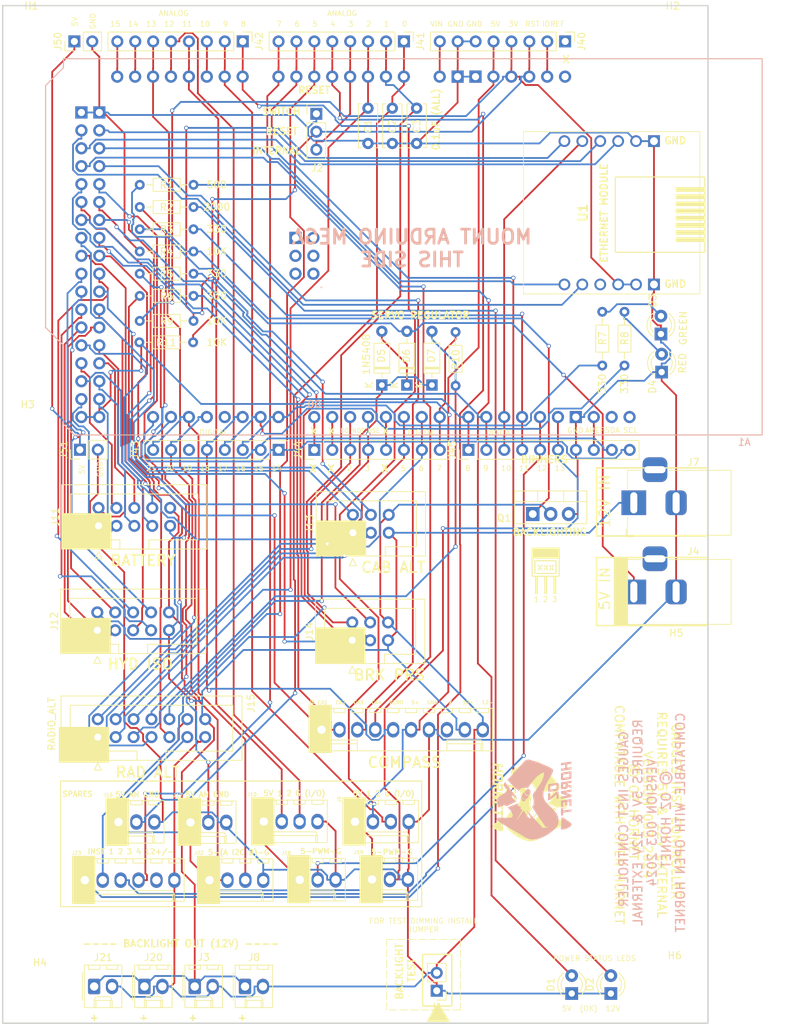
<source format=kicad_pcb>
(kicad_pcb (version 20240108) (generator "pcbnew") (generator_version "8.0")
  (title_block (date "mar. 31 mars 2015"))
  (layers (0 "F.Cu" signal) (31 "B.Cu" signal) (34 "B.Paste" user) (35 "F.Paste" user) (36 "B.SilkS" user "B.Silkscreen") (37 "F.SilkS" user "F.Silkscreen") (38 "B.Mask" user) (39 "F.Mask" user) (44 "Edge.Cuts" user))
  (net 0 "")
  (net 2 "Net-(D1-A)")
  (net 3 "GND")
  (net 5 "Net-(D2-A)")
  (net 6 "/RAD_ALT-POT")
  (net 7 "Net-(D3-A)")
  (net 8 "Net-(D4-A)")
  (net 9 "/+5v_IN")
  (net 10 "/+12v-IN")
  (net 11 "/BATT-1-1")
  (net 12 "/BATT-2-1")
  (net 13 "/BATT-1-2")
  (net 14 "/BATT-2-2")
  (net 15 "/BATT-1-3")
  (net 16 "/BATT-2-3")
  (net 17 "/BATT-1-4")
  (net 18 "/BATT-2-4")
  (net 19 "/INT_5V")
  (net 20 "/HYD-1-1")
  (net 21 "/HYD-2-1")
  (net 22 "SCLK")
  (net 23 "/HYD-1-2")
  (net 24 "/HYD-2-2")
  (net 25 "/HYD-1-3")
  (net 26 "/HYD-2-3")
  (net 27 "/HYD-1-4")
  (net 28 "/HYD-2-4")
  (net 29 "/CAB_ALT-COIL-1")
  (net 30 "/CAB_ALT-COIL-2")
  (net 31 "/CAB_ALT-COIL-3")
  (net 32 "/CAB_ALT-COIL-4")
  (net 33 "/LED+12V")
  (net 34 "/BRK_PRS-COIL-1")
  (net 35 "/BRK_PRS-COIL-2")
  (net 36 "ES1_RST")
  (net 37 "/BRK_PRS-COIL-3")
  (net 38 "/BRK_PRS-COIL-4")
  (net 39 "/RAD_ALT-1")
  (net 40 "/RAD_ALT-2")
  (net 41 "MISO")
  (net 42 "/RAD_ALT-3")
  (net 44 "/RAD_ALT-4")
  (net 45 "/OFF_FLAG")
  (net 46 "/RAD_ALT-PUSH_BUT")
  (net 47 "/RAD_ALT-GN_LED")
  (net 48 "/RAD_ALT-RD_LED")
  (net 50 "/RESET")
  (net 51 "MOSI")
  (net 52 "/GREEN_LED")
  (net 53 "/RED_LED")
  (net 55 "SS")
  (net 60 "Net-(Q1-G)")
  (net 61 "/RAD_ALT-GN_ARDUINO")
  (net 62 "/RAD_ALT-RD_ARDUINO")
  (net 63 "Net-(U1-INT)")
  (net 64 "/Compass_Stepper_A")
  (net 65 "/Compass_Stepper_B")
  (net 66 "/Compass_Stepper_C")
  (net 67 "/Compass_Stepper_D")
  (net 68 "/Compass_Zero_Sensor")
  (net 70 "/SPARE_I{slash}O-2")
  (net 71 "/SPARE_I{slash}O-4")
  (net 72 "/SPARE_I{slash}O-5")
  (net 73 "/SPARE_1{slash}O-A0")
  (net 74 "/SPARE_1{slash}O-A1")
  (net 75 "/SPARE_PWM-1")
  (net 76 "/SPARE_PWM-2")
  (net 77 "/I2C-A")
  (net 78 "/I2C-B")
  (net 79 "/SPARE-COIL-4")
  (net 80 "/SPARE-COIL-3")
  (net 81 "/SPARE-COIL-2")
  (net 82 "/SPARE-COIL-1")
  (net 83 "/BACKLIGHT")
  (net 85 "/SDA")
  (net 86 "/SCL")
  (net 87 "/BACKLIGHT_GND")
  (net 88 "/3.3_V_REG")
  (net 89 "+3V3")
  (net 90 "Net-(D5-A)")
  (net 91 "/OFF_FLAG_SIG")
  (net 92 "/D1")
  (net 93 "Net-(A1-IOREF)")
  (net 94 "/D4")
  (net 95 "/D0")
  (net 96 "/ANALOG_5V")
  (net 97 "/VIN")
  (net 100 "/AREF")
  (net 101 "/RESET_pin")
  (net 102 "Net-(J42-Pin_3)")
  (net 103 "Net-(J42-Pin_7)")
  (net 104 "Net-(J42-Pin_8)")
  (net 105 "/SPARE_I{slash}O-1")
  (footprint "LED_THT:LED_D3.0mm" (layer "F.Cu") (at 122.8958 87.9289 90)
    (property "Reference" "D4")
    (property "Value" "RED")
  )
  (footprint "Connector_PinHeader_2.54mm:PinHeader_1x02_P2.54mm_Vertical" (layer "F.Cu") (at 91.005 175.6348 180)
    (property "Reference" "J1")
    (property "Value" "Conn_01x02_Pin")
  )
  (footprint "MountingHole:MountingHole_2.5mm" (layer "F.Cu") (at 124.7485 174.1424)
    (property "Reference" "H6")
    (property "Value" "H2")
  )
  (footprint "Connector_Molex:Molex_KK-254_AE-6410-02A_1x02_P2.54mm_Vertical" (layer "F.Cu") (at 42.4335 175.03)
    (property "Reference" "J21")
    (property "Value" "12v-BK/LT")
  )
  (footprint "Connector_Molex:Molex_KK-254_AE-6410-04A_1x04_P2.54mm_Vertical" (layer "F.Cu") (at 79.4132 151.665)
    (property "Reference" "J9")
    (property "Value" "SPARE I/O-1")
  )
  (footprint "Connector_IDC:IDC-Header_2x05_P2.54mm_Vertical" (layer "F.Cu") (at 42.883 124.5326 90)
    (property "Reference" "J12")
    (property "Value" "HYD-STEPPER")
  )
  (footprint "MountingHole:MountingHole_2.5mm" (layer "F.Cu") (at 124.46 39.5224)
    (property "Reference" "H2")
    (property "Value" "H2")
  )
  (footprint "Connector_Molex:Molex_KK-254_AE-6410-04A_1x04_P2.54mm_Vertical" (layer "F.Cu") (at 58.7878 159.9583)
    (property "Reference" "J22")
    (property "Value" "SPARE I2C" (hide yes))
  )
  (footprint "Diode_THT:D_DO-35_SOD27_P7.62mm_Horizontal" (layer "F.Cu") (at 90.3252 89.7652 90)
    (property "Reference" "D7")
    (property "Value" "1N5408")
  )
  (footprint "Connector_PinHeader_2.54mm:PinHeader_1x08_P2.54mm_Vertical" (layer "F.Cu") (at 63.5 41.0464 -90)
    (property "Reference" "J42")
    (property "Value" "Conn_01x08")
  )
  (footprint "Connector_Molex:Molex_KK-254_AE-6410-04A_1x04_P2.54mm_Vertical" (layer "F.Cu") (at 66.4832 151.645)
    (property "Reference" "J10")
    (property "Value" "SPARE I/O-2")
  )
  (footprint "Connector_Molex:Molex_KK-254_AE-6410-02A_1x02_P2.54mm_Vertical" (layer "F.Cu") (at 56.6935 175.03)
    (property "Reference" "J3")
    (property "Value" "12v-BK/LT")
  )
  (footprint "Capacitor_THT:C_Disc_D6.0mm_W2.5mm_P5.00mm" (layer "F.Cu") (at 88.159 50.5098 -90)
    (property "Reference" "C3")
    (property "Value" "0.1uF")
  )
  (footprint "Connector_PinHeader_2.54mm:PinHeader_1x08_P2.54mm_Vertical" (layer "F.Cu") (at 86.36 41.0464 -90)
    (property "Reference" "J41")
    (property "Value" "Conn_01x08")
  )
  (footprint "LED_THT:LED_D3.0mm" (layer "F.Cu") (at 110.1435 176.03 90)
    (property "Reference" "D1")
    (property "Value" "LED")
  )
  (footprint "Resistor_THT:R_Axial_DIN0204_L3.6mm_D1.6mm_P7.62mm_Horizontal" (layer "F.Cu") (at 48.899 64.5273)
    (property "Reference" "R2")
    (property "Value" "2000")
  )
  (footprint "MountingHole:MountingHole_2.5mm" (layer "F.Cu") (at 33.004 96.0464)
    (property "Reference" "H3")
    (property "Value" "H1")
  )
  (footprint "Package_TO_SOT_THT:TO-220-3_Vertical" (layer "F.Cu") (at 104.6226 108.0516)
    (property "Reference" "Q1")
    (property "Value" "IRF1405PBF")
  )
  (footprint "Resistor_THT:R_Axial_DIN0204_L3.6mm_D1.6mm_P7.62mm_Horizontal" (layer "F.Cu") (at 48.899 67.6773)
    (property "Reference" "R3")
    (property "Value" "330")
  )
  (footprint "Diode_THT:D_DO-35_SOD27_P7.62mm_Horizontal" (layer "F.Cu") (at 86.7752 89.7652 90)
    (property "Reference" "D6")
    (property "Value" "1N5408")
  )
  (footprint "Capacitor_THT:C_Disc_D6.0mm_W2.5mm_P5.00mm" (layer "F.Cu") (at 81.259 50.5098 -90)
    (property "Reference" "C1")
    (property "Value" "0.1uF")
  )
  (footprint "Resistor_THT:R_Axial_DIN0204_L3.6mm_D1.6mm_P7.62mm_Horizontal" (layer "F.Cu") (at 48.899 61.3773)
    (property "Reference" "R1")
    (property "Value" "500")
  )
  (footprint "MountingHole:MountingHole_2.5mm" (layer "F.Cu") (at 33.528 39.5224)
    (property "Reference" "H1")
    (property "Value" "H1")
  )
  (footprint "Connector_PinHeader_2.54mm:PinHeader_1x02_P2.54mm_Vertical" (layer "F.Cu") (at 39.624 41.0464 90)
    (property "Reference" "J50")
    (property "Value" "Conn_01x02")
  )
  (footprint "Connector_BarrelJack:BarrelJack_Horizontal" (layer "F.Cu") (at 118.949 119.0943 180)
    (property "Reference" "J4")
    (property "Value" "5V IN")
  )
  (footprint "Connector_Molex:Molex_KK-254_AE-6410-03A_1x03_P2.54mm_Vertical" (layer "F.Cu") (at 71.5878 159.9083)
    (property "Reference" "J18")
    (property "Value" "SPARE I/O PWM 1" (hide yes))
  )
  (footprint "MountingHole:MountingHole_2.5mm" (layer "F.Cu") (at 124.968 128.4224)
    (property "Reference" "H5")
    (property "Value" "H1")
  )
  (footprint "Connector_IDC:IDC-Header_2x03_P2.54mm_Vertical" (layer "F.Cu") (at 79.1222 110.7038 90)
    (property "Reference" "J13")
    (property "Value" "CABIN_ALT")
  )
  (footprint "Capacitor_THT:C_Disc_D6.0mm_W2.5mm_P5.00mm" (layer "F.Cu") (at 84.709 50.5098 -90)
    (property "Reference" "C2")
    (property "Value" "0.1uF")
  )
  (footprint "Connector_PinHeader_2.54mm:PinHeader_1x08_P2.54mm_Vertical" (layer "F.Cu") (at 68.58 98.9584 -90)
    (property "Reference" "J43")
    (property "Value" "Conn_01x08")
  )
  (footprint "Resistor_THT:R_Axial_DIN0204_L3.6mm_D1.6mm_P7.62mm_Horizontal" (layer "F.Cu") (at 93.6752 89.8652 90)
    (property "Reference" "R10")
    (property "Value" "10K")
  )
  (footprint "Connector_PinHeader_2.54mm:PinHeader_1x03_P2.54mm_Vertical" (layer "F.Cu") (at 73.9394 51.308)
    (property "Reference" "J2")
    (property "Value" "Conn_01x03_Pin")
  )
  (footprint "Connector_Molex:Molex_KK-254_AE-6410-03A_1x03_P2.54mm_Vertical" (layer "F.Cu") (at 45.8832 151.715)
    (property "Reference" "J16")
    (property "Value" "SPARE A1")
  )
  (footprint "Resistor_THT:R_Axial_DIN0204_L3.6mm_D1.6mm_P7.62mm_Horizontal" (layer "F.Cu") (at 117.6274 86.995 90)
    (property "Reference" "R8")
    (property "Value" "330")
  )
  (footprint "MountingHole:MountingHole_2.5mm" (layer "F.Cu") (at 34.7485 175.1424)
    (property "Reference" "H4")
    (property "Value" "H2")
  )
  (footprint "Library-OZ-HORNET:USRES1" (layer "F.Cu") (at 121.809 55.1833 -90)
    (property "Reference" "U1")
    (property "Value" "USR-ES1" (hide yes))
  )
  (footprint "Connector_IDC:IDC-Header_2x07_P2.54mm_Vertical" (layer "F.Cu") (at 42.944 139.6783 90)
    (property "Reference" "J15")
    (property "Value" "RADIO_ALT")
  )
  (footprint "Connector_PinHeader_2.54mm:PinHeader_1x08_P2.54mm_Vertical" (layer "F.Cu") (at 109.22 41.0464 -90)
    (property "Reference" "J40")
    (property "Value" "Conn_01x08")
  )
  (footprint "Resistor_THT:R_Axial_DIN0204_L3.6mm_D1.6mm_P7.62mm_Horizontal" (layer "F.Cu") (at 48.899 77.1273)
    (property "Reference" "R6")
    (property "Value" "330")
  )
  (footprint "Connector_Molex:Molex_KK-254_AE-6410-06A_1x06_P2.54mm_Vertical" (layer "F.Cu") (at 41.1078 159.9583)
    (property "Reference" "J23")
    (property "Value" "SPARE" (hide yes))
  )
  (footprint "LED_THT:LED_D3.0mm" (layer "F.Cu") (at 122.7958 82.5289 90)
    (property "Reference" "D3")
    (property "Value" "GREEN")
  )
  (footprint "Connector_Molex:Molex_KK-254_AE-6410-03A_1x03_P2.54mm_Vertical" (layer "F.Cu") (at 56.0832 151.765)
    (property "Reference" "J17")
    (property "Value" "SPARE A2")
  )
  (footprint "Resistor_THT:R_Axial_DIN0204_L3.6mm_D1.6mm_P7.62mm_Horizontal" (layer "F.Cu") (at 48.899 73.9773)
    (property "Reference" "R5")
    (property "Value" "330")
  )
  (footprint "Resistor_THT:R_Axial_DIN0204_L3.6mm_D1.6mm_P7.62mm_Horizontal" (layer "F.Cu") (at 48.899 70.8273)
    (property "Reference" "R4")
    (property "Value" "10K")
  )
  (footprint "Diode_THT:D_DO-35_SOD27_P7.62mm_Horizontal" (layer "F.Cu") (at 83.2252 89.7652 90)
    (property "Reference" "D5")
    (property "Value" "1N5408")
  )
  (footprint "Connector_IDC:IDC-Header_2x03_P2.54mm_Vertical" (layer "F.Cu") (at 79.0256 125.9533 90)
    (property "Reference" "J14")
    (property "Value" "BRAKE_PRESS")
  )
  (footprint "Connector_Molex:Molex_KK-254_AE-6410-03A_1x03_P2.54mm_Vertical" (layer "F.Cu") (at 81.8378 159.8583)
    (property "Reference" "J19")
    (property "Value" "SPARE I/O PWM 2" (hide yes))
  )
  (footprint "Resistor_THT:R_Axial_DIN0204_L3.6mm_D1.6mm_P7.62mm_Horizontal" (layer "F.Cu") (at 48.899 80.6704)
    (property "Reference" "R9")
    (property "Value" "10K")
  )
  (footprint "Resistor_THT:R_Axial_DIN0204_L3.6mm_D1.6mm_P7.62mm_Horizontal" (layer "F.Cu") (at 48.8442 83.7043)
    (property "Reference" "R11")
    (property "Value" "10K")
  )
  (footprint "Connector_Molex:Molex_KK-254_AE-6410-02A_1x02_P2.54mm_Vertical" (layer "F.Cu") (at 63.8235 175.03)
    (property "Reference" "J8")
    (property "Value" "12v-BK/LT")
  )
  (footprint "Resistor_THT:R_Axial_DIN0204_L3.6mm_D1.6mm_P7.62mm_Horizontal" (layer "F.Cu") (at 114.4774 86.995 90)
    (property "Reference" "R7")
    (property "Value" "330")
  )
  (footprint "Connector_Molex:Molex_KK-254_AE-6410-10A_1x10_P2.54mm_Vertical" (layer "F.Cu") (at 74.6742 138.631)
    (property "Reference" "J6")
    (property "Value" "COMPASS")
  )
  (footprint "Connector_IDC:IDC-Header_2x05_P2.54mm_Vertical" (layer "F.Cu") (at 43.0512 109.7258 90)
    (property "Reference" "J11")
    (property "Value" "BATT-STEPPER")
  )
  (footprint "Connector_Molex:Molex_KK-254_AE-6410-02A_1x02_P2.54mm_Vertical" (layer "F.Cu") (at 49.5635 175.03)
    (property "Reference" "J20")
    (property "Value" "12v-BK/LT")
  )
  (footprint "LED_THT:LED_D3.0mm" (layer "F.Cu") (at 115.6935 176.03 90)
    (property "Reference" "D2")
    (property "Value" "LED")
  )
  (footprint "Connector_BarrelJack:BarrelJack_Horizontal" (layer "F.Cu") (at 118.949 106.4593 180)
    (property "Reference" "J7")
    (property "Value" "STEPPER IN 12-20VDC")
  )
  (footprint "Connector_PinHeader_2.54mm:PinHeader_1x10_P2.54mm_Vertical" (layer "F.Cu") (at 95.504 98.9584 90)
    (property "Reference" "J45")
    (property "Value" "Conn_01x10")
  )
  (footprint "Connector_PinHeader_2.54mm:PinHeader_1x02_P2.54mm_Vertical" (layer "F.Cu") (at 40.4114 98.933 90)
    (property "Reference" "J51")
    (property "Value" "Conn_01x02")
  )
  (footprint "Connector_PinHeader_2.54mm:PinHeader_1x08_P2.54mm_Vertical" (layer "F.Cu") (at 73.66 98.9584 90)
    (property "Reference" "J44")
    (property "Value" "Conn_01x08")
  )
  (footprint "arduino-kicad-library-master:Arduino_Mega2560_R3_Shield" (layer "F.Cu") (at 137.145 43.4993 180)
    (property "Reference" "A1")
    (property "Value" "Arduino_Mega2560_R3_Shield")
  )
  (gr_poly (pts (xy 99.495195 151.34072) (xy 99.514194 151.385254) (xy 99.54507 151.43431) (xy 99.588517 151.488085) (xy 99.645229 151.546778) (xy 100.109718 151.855151) (xy 100.583511 152.149437) (xy 101.064058 152.43351) (xy 101.548806 152.711243) (xy 102.5207 153.263176) (xy 103.002741 153.545122) (xy 103.478776 153.836218) (xy 103.47772 153.83569) (xy 103.598717 153.9047) (xy 103.720224 153.965956) (xy 103.842261 154.019572) (xy 103.964846 154.065662) (xy 104.088001 154.104343) (xy 104.211744 154.135727) (xy 104.336096 154.159931) (xy 104.461076 154.177068) (xy 104.586705 154.187254) (xy 104.713001 154.190603) (xy 104.839984 154.187231) (xy 104.967675 154.17725) (xy 105.096093 154.160777) (xy 105.225258 154.137926) (xy 105.355189 154.108812) (xy 105.485907 154.07355) (xy 105.658749 154.019547) (xy 105.82629 153.960208) (xy 105.988904 153.895644) (xy 106.146964 153.82597) (xy 106.300842 153.7513) (xy 106.450913 153.671747) (xy 106.597548 153.587424) (xy 106.741123 153.498445) (xy 106.882009 153.404924) (xy 107.02058 153.306974) (xy 107.15721 153.204709) (xy 107.292271 153.098242) (xy 107.426136 152.987687) (xy 107.55918 152.873158) (xy 107.691775 152.754767) (xy 107.824294 152.63263) (xy 107.907345 152.547181) (xy 107.98221 152.454225) (xy 108.048805 152.354471) (xy 108.107043 152.248629) (xy 108.156838 152.137406) (xy 108.198104 152.021514) (xy 108.230755 151.90166) (xy 108.254705 151.778555) (xy 108.269868 151.652907) (xy 108.276158 151.525426) (xy 108.273489 151.396821) (xy 108.261774 151.267802) (xy 108.240929 151.139076) (xy 108.210866 151.011355) (xy 108.1715 150.885347) (xy 108.122744 150.761761) (xy 108.106433 150.725381) (xy 108.089357 150.689106) (xy 108.071522 150.652987) (xy 108.05294 150.61708) (xy 108.033618 150.581437) (xy 108.013565 150.546114) (xy 107.992791 150.511164) (xy 107.971303 150.47664) (xy 107.949112 150.442597) (xy 107.926227 150.409088) (xy 107.902655 150.376168) (xy 107.878406 150.34389) (xy 107.853489 150.312308) (xy 107.827912 150.281475) (xy 107.801685 150.251447) (xy 107.774817 150.222277) (xy 107.630683 150.070219) (xy 107.491494 149.920962) (xy 107.22035 149.628055) (xy 107.084594 149.483012) (xy 106.94618 149.337977) (xy 106.803208 149.192254) (xy 106.653778 149.045145) (xy 106.562239 148.956635) (xy 106.480381 148.865205) (xy 106.407875 148.771038) (xy 106.34439 148.674318) (xy 106.289597 148.575226) (xy 106.243165 148.473947) (xy 106.204764 148.370662) (xy 106.174064 148.265555) (xy 106.150734 148.158807) (xy 106.134446 148.050603) (xy 106.124868 147.941124) (xy 106.121671 147.830554) (xy 106.124524 147.719076) (xy 106.133097 147.606871) (xy 106.147061 147.494123) (xy 106.166085 147.381015) (xy 106.217992 147.15445) (xy 106.286178 146.928636) (xy 106.368001 146.705038) (xy 106.460822 146.485116) (xy 106.561999 146.270333) (xy 106.668891 146.062152) (xy 106.778858 145.862034) (xy 106.889257 145.671443) (xy 107.213735 145.141384) (xy 107.289902 145.006055) (xy 107.325696 144.937353) (xy 107.359591 144.867809) (xy 107.391304 144.797311) (xy 107.420555 144.725749) (xy 107.447063 144.653008) (xy 107.470546 144.578979) (xy 107.481283 144.536394) (xy 107.48565 144.516023) (xy 107.489336 144.496241) (xy 107.492332 144.477027) (xy 107.494628 144.458361) (xy 107.496217 144.440223) (xy 107.497087 144.422594) (xy 107.497231 144.405452) (xy 107.496638 144.38878) (xy 107.495299 144.372556) (xy 107.493205 144.35676) (xy 107.490347 144.341373) (xy 107.486716 144.326374) (xy 107.482301 144.311744) (xy 107.477095 144.297462) (xy 107.471086 144.283509) (xy 107.464267 144.269865) (xy 107.456628 144.25651) (xy 107.44816 144.243423) (xy 107.438853 144.230585) (xy 107.428698 144.217976) (xy 107.417685 144.205576) (xy 107.405806 144.193365) (xy 107.393051 144.181323) (xy 107.379411 144.16943) (xy 107.364876 144.157666) (xy 107.349437 144.146011) (xy 107.333085 144.134445) (xy 107.315811 144.122949) (xy 107.297605 144.111501) (xy 107.278459 144.100083) (xy 107.204082 144.057383) (xy 107.129184 144.015458) (xy 107.053765 143.974388) (xy 106.977826 143.934255) (xy 106.901365 143.895139) (xy 106.824384 143.857121) (xy 106.746882 143.820281) (xy 106.668858 143.7847) (xy 106.370209 143.654574) (xy 106.069573 143.529906) (xy 105.766946 143.410695) (xy 105.462325 143.29694) (xy 105.155708 143.188643) (xy 104.84709 143.085803) (xy 104.53647 142.98842) (xy 104.223843 142.896493) (xy 104.160253 142.880384) (xy 104.129086 142.874009) (xy 104.098327 142.868749) (xy 104.06797 142.8646) (xy 104.038007 142.861559) (xy 104.00843 142.859622) (xy 103.979232 142.858786) (xy 103.950406 142.859047) (xy 103.921944 142.860402) (xy 103.893839 142.862847) (xy 103.866084 142.866379) (xy 103.83867 142.870994) (xy 103.811592 142.876688) (xy 103.78484 142.883458) (xy 103.758408 142.891301) (xy 103.732289 142.900213) (xy 103.706475 142.91019) (xy 103.680958 142.921229) (xy 103.655731 142.933326) (xy 103.630787 142.946478) (xy 103.606118 142.960681) (xy 103.581718 142.975932) (xy 103.557577 142.992227) (xy 103.510049 143.027936) (xy 103.463473 143.067779) (xy 103.417791 143.111727) (xy 103.372944 143.159754) (xy 102.206131 144.460445) (xy 101.617069 145.105607) (xy 101.319562 145.425438) (xy 101.019475 145.742881) (xy 101.091871 145.813227) (xy 101.164466 145.883374) (xy 101.199098 145.916456) (xy 101.233953 145.949388) (xy 101.269055 145.982122) (xy 101.304431 146.014608) (xy 101.307366 146.017396) (xy 101.310117 146.020212) (xy 101.312676 146.023062) (xy 101.315039 146.025956) (xy 101.317201 146.028901) (xy 101.319156 146.031904) (xy 101.320898 146.034976) (xy 101.322423 146.038123) (xy 101.323724 146.041353) (xy 101.324797 146.044676) (xy 101.325635 146.048098) (xy 101.326234 146.051629) (xy 101.326588 146.055276) (xy 101.326692 146.059047) (xy 101.32654 146.062951) (xy 101.326127 146.066995) (xy 101.325601 146.071533) (xy 101.325317 146.075927) (xy 101.32528 146.080186) (xy 101.325499 146.084321) (xy 101.325977 146.088344) (xy 101.326722 146.092263) (xy 101.32774 146.096091) (xy 101.329037 146.099837) (xy 101.33062 146.103511) (xy 101.332493 146.107124) (xy 101.334665 146.110688) (xy 101.33714 146.114211) (xy 101.339926 146.117705) (xy 101.343027 146.121179) (xy 101.346451 146.124646) (xy 101.350204 146.128114) (xy 101.380414 146.155043) (xy 101.41036 146.182217) (xy 101.469697 146.237089) (xy 101.5878 146.347454) (xy 101.687846 146.439628) (xy 101.788089 146.531604) (xy 101.993142 146.720252) (xy 102.196342 146.907047) (xy 102.456956 147.147024) (xy 102.545327 147.227259) (xy 102.634491 147.307891) (xy 102.646213 147.300975) (xy 102.651821 147.297475) (xy 102.657225 147.293889) (xy 102.662398 147.290174) (xy 102.667313 147.286288) (xy 102.671943 147.282187) (xy 102.676262 147.277828) (xy 102.680244 147.273168) (xy 102.682099 147.270712) (xy 102.68386 147.268165) (xy 102.685524 147.265521) (xy 102.687086 147.262775) (xy 102.688543 147.259921) (xy 102.689893 147.256955) (xy 102.691131 147.25387) (xy 102.692255 147.250662) (xy 102.693261 147.247325) (xy 102.694145 147.243853) (xy 102.694905 147.240242) (xy 102.695537 147.236486) (xy 102.696038 147.232579) (xy 102.696404 147.228516) (xy 102.696988 147.223206) (xy 102.697928 147.217893) (xy 102.699196 147.212583) (xy 102.700761 147.207279) (xy 102.702597 147.201986) (xy 102.704673 147.196709) (xy 102.706962 147.19145) (xy 102.709435 147.186216) (xy 102.712062 147.181009) (xy 102.714816 147.175834) (xy 102.720589 147.165599) (xy 102.732387 147.145701) (xy 102.744926 147.125856) (xy 102.758306 147.107067) (xy 102.772488 147.089287) (xy 102.787433 147.07247) (xy 102.803102 147.056567) (xy 102.819456 147.041531) (xy 102.836456 147.027315) (xy 102.854063 147.013873) (xy 102.872236 147.001156) (xy 102.890938 146.989117) (xy 102.910129 146.977709) (xy 102.929771 146.966884) (xy 102.949823 146.956596) (xy 102.970246 146.946798) (xy 102.991002 146.937441) (xy 103.012052 146.928478) (xy 103.044193 146.91596) (xy 103.076693 146.904728) (xy 103.109516 146.89468) (xy 103.142624 146.885715) (xy 103.17598 146.877729) (xy 103.209547 146.870621) (xy 103.243288 146.864288) (xy 103.277165 146.858628) (xy 103.29636 146.855846) (xy 103.315637 146.853585) (xy 103.334975 146.851745) (xy 103.354357 146.850228) (xy 103.431946 146.845399) (xy 103.460364 146.843593) (xy 103.488832 146.842059) (xy 103.503068 146.841542) (xy 103.517299 146.841269) (xy 103.531517 146.841301) (xy 103.545717 146.841695) (xy 103.58785 146.843868) (xy 103.629871 146.84683) (xy 103.671718 146.850895) (xy 103.71333 146.856379) (xy 103.734029 146.859753) (xy 103.754645 146.863601) (xy 103.775171 146.867961) (xy 103.795599 146.872875) (xy 103.815922 146.87838) (xy 103.836132 146.884517) (xy 103.856221 146.891326) (xy 103.876182 146.898845) (xy 103.881013 146.900913) (xy 103.88581 146.903136) (xy 103.890613 146.905496) (xy 103.895463 146.907973) (xy 103.905463 146.913207) (xy 103.910694 146.915926) (xy 103.916133 146.918689) (xy 103.956151 146.861903) (xy 103.996567 146.804124) (xy 104.155416 146.576252) (xy 104.31486 146.348776) (xy 104.426911 146.191482) (xy 104.483706 146.11333) (xy 104.541343 146.035774) (xy 104.590771 145.970956) (xy 104.641091 145.906757) (xy 104.692404 145.843302) (xy 104.718464 145.811893) (xy 104.744808 145.780716) (xy 104.810681 145.704574) (xy 104.877497 145.629176) (xy 105.012567 145.47962) (xy 105.046321 145.443087) (xy 105.063386 145.424987) (xy 105.080597 145.407025) (xy 105.097969 145.389225) (xy 105.115518 145.371608) (xy 105.133259 145.354196) (xy 105.151208 145.33701) (xy 105.210745 145.281422) (xy 105.27116 145.226873) (xy 105.33256 145.173508) (xy 105.395055 145.121474) (xy 105.458753 145.070915) (xy 105.523762 145.021978) (xy 105.590192 144.974808) (xy 105.65815 144.929552) (xy 105.716598 144.893104) (xy 105.775889 144.858437) (xy 105.836074 144.825642) (xy 105.897201 144.794813) (xy 105.95932 144.766042) (xy 106.022481 144.739424) (xy 106.086734 144.71505) (xy 106.152127 144.693014) (xy 106.16058 144.690415) (xy 106.169098 144.687946) (xy 106.18649 144.683225) (xy 106.223829 144.673435) (xy 106.224193 144.717554) (xy 106.224164 144.738399) (xy 106.223956 144.748669) (xy 106.223565 144.758896) (xy 106.222176 144.782704) (xy 106.22039 144.806487) (xy 106.218207 144.830221) (xy 106.215627 144.853881) (xy 106.203456 144.965072) (xy 106.196726 145.020568) (xy 106.192983 145.048248) (xy 106.188905 145.075866) (xy 106.179278 145.133414) (xy 106.168098 145.190571) (xy 106.155423 145.247344) (xy 106.141313 145.303739) (xy 106.125826 145.359761) (xy 106.109021 145.415418) (xy 106.090958 145.470715) (xy 106.071694 145.525658) (xy 106.044231 145.599497) (xy 106.029962 145.636251) (xy 106.015305 145.672865) (xy 106.000239 145.709318) (xy 105.984742 145.745589) (xy 105.968792 145.781654) (xy 105.952368 145.817493) (xy 105.911906 145.902896) (xy 105.891157 145.94542) (xy 105.869982 145.987752) (xy 105.848324 146.029837) (xy 105.826124 146.071617) (xy 105.803321 146.113038) (xy 105.779859 146.154043) (xy 105.750485 146.20378) (xy 105.720538 146.253187) (xy 105.690064 146.302285) (xy 105.65911 146.351092) (xy 105.595944 146.447904) (xy 105.531415 146.543774) (xy 105.49827 146.591686) (xy 105.464595 146.639231) (xy 105.396114 146.733547) (xy 105.257836 146.921335) (xy 105.01733 147.2518) (xy 104.794286 147.5566) (xy 104.69725 147.689123) (xy 104.599817 147.821447) (xy 104.59824 147.823718) (xy 104.596876 147.825969) (xy 104.595714 147.828206) (xy 104.594744 147.830435) (xy 104.593956 147.83266) (xy 104.593338 147.834888) (xy 104.592881 147.837124) (xy 104.592574 147.839373) (xy 104.592406 147.84164) (xy 104.592368 147.843932) (xy 104.592448 147.846253) (xy 104.592636 147.848608) (xy 104.592922 147.851005) (xy 104.593295 147.853446) (xy 104.593745 147.855939) (xy 104.594261 147.858489) (xy 104.655975 148.161073) (xy 104.716498 148.463856) (xy 104.719656 148.480671) (xy 104.722418 148.497569) (xy 104.724832 148.514536) (xy 104.726949 148.531556) (xy 104.728818 148.548613) (xy 104.730488 148.565691) (xy 104.733431 148.599851) (xy 104.738413 148.664149) (xy 104.742923 148.728472) (xy 104.746788 148.792844) (xy 104.749835 148.857291) (xy 104.750296 148.875955) (xy 104.750344 148.894638) (xy 104.750063 148.913334) (xy 104.749538 148.932036) (xy 104.74666 149.00678) (xy 104.745205 149.059036) (xy 104.744702 149.07213) (xy 104.744056 149.085213) (xy 104.743224 149.09827) (xy 104.742162 149.111291) (xy 104.737953 149.153581) (xy 104.732848 149.195668) (xy 104.726521 149.237469) (xy 104.722798 149.258237) (xy 104.718648 149.278904) (xy 104.714029 149.299459) (xy 104.708901 149.319893) (xy 104.703224 149.340194) (xy 104.696956 149.360354) (xy 104.690057 149.380362) (xy 104.682487 149.400208) (xy 104.674205 149.419882) (xy 104.665169 149.439374) (xy 104.664251 149.441206) (xy 104.663286 149.44303) (xy 104.662275 149.444842) (xy 104.661221 149.446642) (xy 104.660124 149.448426) (xy 104.658988 149.450192) (xy 104.657813 149.451938) (xy 104.656603 149.453662) (xy 104.655358 149.45536) (xy 104.654081 149.457032) (xy 104.652775 149.458674) (xy 104.651439 149.460284) (xy 104.650078 149.461861) (xy 104.648692 149.4634) (xy 104.647283 149.464901) (xy 104.645854 149.466361) (xy 104.619962 149.4927) (xy 104.593897 149.518914) (xy 104.567682 149.54498) (xy 104.541344 149.570872) (xy 104.53982 149.572384) (xy 104.538428 149.573853) (xy 104.537178 149.57529) (xy 104.536077 149.576709) (xy 104.535134 149.578122) (xy 104.534725 149.57883) (xy 104.534358 149.579541) (xy 104.534035 149.580257) (xy 104.533757 149.580979) (xy 104.533525 149.581708) (xy 104.53334 149.582447) (xy 104.533203 149.583197) (xy 104.533115 149.583959) (xy 104.533078 149.584735) (xy 104.533091 149.585527) (xy 104.533157 149.586336) (xy 104.533276 149.587163) (xy 104.53345 149.588011) (xy 104.533679 149.58888) (xy 104.533965 149.589772) (xy 104.534309 149.590689) (xy 104.534711 149.591633) (xy 104.535173 149.592605) (xy 104.535696 149.593605) (xy 104.53628 149.594637) (xy 104.536928 149.595702) (xy 104.53764 149.5968) (xy 104.810161 150.011138) (xy 105.130835 150.500089) (xy 105.367637 150.860716) (xy 105.613435 151.236688) (xy 105.649022 151.290597) (xy 105.666641 151.317651) (xy 105.675299 151.331246) (xy 105.683814 151.344903) (xy 105.685863 151.348134) (xy 105.687948 151.351168) (xy 105.690082 151.353989) (xy 105.692277 151.356578) (xy 105.694545 151.358919) (xy 105.69571 151.359992) (xy 105.696897 151.360995) (xy 105.698109 151.361929) (xy 105.699347 151.362789) (xy 105.700612 151.363575) (xy 105.701905 151.364284) (xy 105.703229 151.364914) (xy 105.704585 151.365463) (xy 105.705974 151.365928) (xy 105.707397 151.366308) (xy 105.708857 151.3666) (xy 105.710354 151.366803) (xy 105.711891 151.366913) (xy 105.713468 151.36693) (xy 105.715088 151.366851) (xy 105.716752 151.366673) (xy 105.71846 151.366395) (xy 105.720216 151.366014) (xy 105.72202 151.365529) (xy 105.723873 151.364937) (xy 105.725778 151.364236) (xy 105.727735 151.363424) (xy 105.729128 151.362843) (xy 105.730481 151.36234) (xy 105.731795 151.361913) (xy 105.73307 151.361561) (xy 105.73431 151.361283) (xy 105.735514 151.361076) (xy 105.736684 151.36094) (xy 105.737822 151.360873) (xy 105.73893 151.360874) (xy 105.740007 151.360942) (xy 105.741056 151.361074) (xy 105.742078 151.361271) (xy 105.743075 151.361529) (xy 105.744048 151.361848) (xy 105.744997 151.362227) (xy 105.745925 151.362663) (xy 105.746833 151.363156) (xy 105.747722 151.363705) (xy 105.748594 151.364307) (xy 105.74945 151.364961) (xy 105.75029 151.365667) (xy 105.751118 151.366422) (xy 105.751933 151.367225) (xy 105.752738 151.368075) (xy 105.754321 151.369909) (xy 105.755878 151.371914) (xy 105.757419 151.374078) (xy 105.758956 151.376389) (xy 106.109 151.910053) (xy 106.332572 152.250043) (xy 106.355521 152.284191) (xy 106.378643 152.31824) (xy 106.390044 152.335351) (xy 106.401219 152.352586) (xy 106.412078 152.369995) (xy 106.42253 152.387627) (xy 106.42383 152.38982) (xy 106.425151 152.391888) (xy 106.426492 152.393834) (xy 106.427854 152.395661) (xy 106.429238 152.397372) (xy 106.430643 152.398971) (xy 106.43207 152.40046) (xy 106.433519 152.401844) (xy 106.434991 152.403125) (xy 106.436485 152.404306) (xy 106.438003 152.405391) (xy 106.439544 152.406384) (xy 106.441108 152.407286) (xy 106.442697 152.408102) (xy 106.444309 152.408835) (xy 106.445947 152.409488) (xy 106.449296 152.410566) (xy 106.452746 152.411364) (xy 106.456301 152.411907) (xy 106.459961 152.41222) (xy 106.46373 152.412331) (xy 106.46761 152.412264) (xy 106.471603 152.412047) (xy 106.475712 152.411704) (xy 106.485336 152.410733) (xy 106.49496 152.409645) (xy 106.514209 152.407338) (xy 106.523833 152.406231) (xy 106.533458 152.40523) (xy 106.543082 152.40439) (xy 106.552706 152.403767) (xy 106.58573 152.401886) (xy 106.618852 152.400228) (xy 106.635419 152.399676) (xy 106.651974 152.399413) (xy 106.668505 152.399516) (xy 106.684998 152.400062) (xy 106.689821 152.400337) (xy 106.694664 152.400761) (xy 106.699521 152.401327) (xy 106.704387 152.40203) (xy 106.709255 152.402863) (xy 106.714122 152.40382) (xy 106.71898 152.404895) (xy 106.723825 152.406081) (xy 106.728652 152.407373) (xy 106.733455 152.408764) (xy 106.742967 152.411819) (xy 106.752317 152.415197) (xy 106.761463 152.418847) (xy 106.764276 152.420086) (xy 106.766913 152.421371) (xy 106.769373 152.422699) (xy 106.771656 152.424068) (xy 106.773762 152.425476) (xy 106.775691 152.426919) (xy 106.777442 152.428397) (xy 106.779016 152.429906) (xy 106.780413 152.431444) (xy 106.781632 152.433009) (xy 106.782673 152.434598) (xy 106.783536 152.436209) (xy 106.784221 152.43784) (xy 106.784729 152.439487) (xy 106.785058 152.44115) (xy 106.785209 152.442825) (xy 106.785182 152.44451) (xy 106.784977 152.446203) (xy 106.784593 152.447901) (xy 106.78403 152.449603) (xy 106.783289 152.451304) (xy 106.782369 152.453004) (xy 106.78127 152.4547) (xy 106.779992 152.456389) (xy 106.778535 152.45807) (xy 106.776899 152.459739) (xy 106.775084 152.461394) (xy 106.773089 152.463033) (xy 106.770915 152.464654) (xy 106.768561 152.466254) (xy 106.766028 152.467831) (xy 106.763315 152.469383) (xy 106.758863 152.471764) (xy 106.754343 152.474049) (xy 106.749759 152.476238) (xy 106.745116 152.478334) (xy 106.735679 152.482252) (xy 106.726074 152.485821) (xy 106.716346 152.489054) (xy 106.706537 152.491968) (xy 106.69669 152.494578) (xy 106.68685 152.4969) (xy 106.676373 152.498979) (xy 106.665791 152.500687) (xy 106.655122 152.502072) (xy 106.644385 152.503184) (xy 106.633598 152.504073) (xy 106.62278 152.504788) (xy 106.601125 152.505895) (xy 106.39184 152.514627) (xy 106.273968 152.520282) (xy 106.156096 152.526533) (xy 106.111687 152.529287) (xy 106.067328 152.532288) (xy 105.97856 152.538439) (xy 105.976905 152.538486) (xy 105.975267 152.538429) (xy 105.973646 152.538271) (xy 105.972044 152.538013) (xy 105.970464 152.537656) (xy 105.968908 152.537203) (xy 105.967377 152.536656) (xy 105.965873 152.536017) (xy 105.964398 152.535286) (xy 105.962954 152.534467) (xy 105.961542 152.533561) (xy 105.960166 152.53257) (xy 105.958826 152.531495) (xy 105.957525 152.530339) (xy 105.956264 152.529103) (xy 105.955045 152.52779) (xy 105.952743 152.524937) (xy 105.950632 152.521794) (xy 105.948728 152.518378) (xy 105.947046 152.514701) (xy 105.945601 152.51078) (xy 105.944409 152.506629) (xy 105.943484 152.502262) (xy 105.942841 152.497694) (xy 105.942495 152.49485) (xy 105.942102 152.491914) (xy 105.941739 152.488941) (xy 105.941594 152.487457) (xy 105.941485 152.485986) (xy 105.941423 152.484533) (xy 105.941418 152.483105) (xy 105.941478 152.48171) (xy 105.941613 152.480355) (xy 105.941834 152.479046) (xy 105.94215 152.477791) (xy 105.942347 152.477185) (xy 105.942571 152.476596) (xy 105.942823 152.476024) (xy 105.943105 152.475469) (xy 105.944233 152.473192) (xy 105.945188 152.470976) (xy 105.945978 152.468818) (xy 105.946609 152.466715) (xy 105.947087 152.464667) (xy 105.947419 152.46267) (xy 105.947611 152.460723) (xy 105.94767 152.458824) (xy 105.947601 152.456971) (xy 105.947411 152.455161) (xy 105.947108 152.453393) (xy 105.946696 152.451665) (xy 105.946183 152.449974) (xy 105.945574 152.448319) (xy 105.944877 152.446697) (xy 105.944098 152.445107) (xy 105.943242 152.443546) (xy 105.942317 152.442013) (xy 105.940284 152.439021) (xy 105.938049 152.436114) (xy 105.935664 152.433275) (xy 105.925643 152.422287) (xy 105.785679 152.269358) (xy 105.615023 152.078858) (xy 105.487493 151.938629) (xy 105.299639 151.730402) (xy 105.170522 151.58885) (xy 104.988489 151.386708) (xy 104.898266 151.288018) (xy 104.713322 151.082966) (xy 104.669566 151.035209) (xy 104.647726 151.01138) (xy 104.626009 150.987451) (xy 104.439743 150.780812) (xy 104.316976 150.645346) (xy 104.127534 150.435266) (xy 104.065457 150.366772) (xy 104.00318 150.298477) (xy 103.775638 150.047916) (xy 103.775579 150.047875) (xy 103.775501 150.047852) (xy 103.775404 150.047844) (xy 103.775287 150.04785) (xy 103.77515 150.047868) (xy 103.774992 150.047897) (xy 103.774613 150.047982) (xy 103.774147 150.048091) (xy 103.773592 150.048213) (xy 103.772943 150.048335) (xy 103.772583 150.048392) (xy 103.772199 150.048445) (xy 104.32412 151.12133) (xy 104.294486 151.134559) (xy 104.240445 151.15771) (xy 104.213301 151.169087) (xy 104.186007 151.180068) (xy 104.184708 151.180477) (xy 104.183302 151.180811) (xy 104.181808 151.181069) (xy 104.180244 151.18125) (xy 104.178627 151.181354) (xy 104.176975 151.18138) (xy 104.175306 151.181326) (xy 104.173638 151.181192) (xy 104.171988 151.180978) (xy 104.170375 151.180683) (xy 104.168816 151.180305) (xy 104.167329 151.179845) (xy 104.165932 151.1793) (xy 104.164643 151.178671) (xy 104.164045 151.178325) (xy 104.16348 151.177957) (xy 104.16295 151.177568) (xy 104.162459 151.177157) (xy 103.970636 151.011264) (xy 103.960533 151.002234) (xy 103.950929 150.992831) (xy 103.941778 150.983089) (xy 103.933032 150.973044) (xy 103.924647 150.96273) (xy 103.916575 150.952184) (xy 103.908769 150.941439) (xy 103.901183 150.930533) (xy 103.886486 150.908373) (xy 103.872112 150.885988) (xy 103.857688 150.863658) (xy 103.842843 150.841666) (xy 103.661372 150.579596) (xy 103.480893 150.316732) (xy 103.310766 150.069347) (xy 103.308399 150.072254) (xy 103.30607 150.07504) (xy 103.301572 150.08036) (xy 103.299428 150.082951) (xy 103.297371 150.085532) (xy 103.295414 150.088132) (xy 103.294476 150.089448) (xy 103.293568 150.090779) (xy 103.023164 150.490299) (xy 102.736091 150.913368) (xy 102.595796 151.119081) (xy 102.525946 151.222111) (xy 102.456691 151.325588) (xy 102.454314 151.329043) (xy 102.451851 151.332366) (xy 102.446681 151.338646) (xy 102.441219 151.344482) (xy 102.4355 151.34993) (xy 102.42956 151.355042) (xy 102.423437 151.359874) (xy 102.417167 151.36448) (xy 102.410786 151.368913) (xy 102.384882 151.386012) (xy 102.378493 151.390399) (xy 102.372212 151.39494) (xy 102.366075 151.399688) (xy 102.360118 151.404698) (xy 102.355091 151.400994) (xy 103.172918 150.007433) (xy 103.146518 150.001869) (xy 103.120861 149.996652) (xy 103.108297 149.993972) (xy 103.095899 149.991137) (xy 103.083664 149.988066) (xy 103.071583 149.98468) (xy 103.052178 149.978184) (xy 103.033946 149.970619) (xy 103.016881 149.962006) (xy 103.000976 149.952367) (xy 102.986226 149.941723) (xy 102.972626 149.930097) (xy 102.960169 149.917509) (xy 102.948849 149.903981) (xy 102.938661 149.889536) (xy 102.929599 149.874195) (xy 102.921657 149.857979) (xy 102.91483 149.840911) (xy 102.90911 149.823012) (xy 102.904494 149.804304) (xy 102.900974 149.784808) (xy 102.898545 149.764546) (xy 102.897768 149.754446) (xy 102.897216 149.744387) (xy 102.896739 149.72437) (xy 102.897024 149.704466) (xy 102.897983 149.684642) (xy 102.899525 149.664867) (xy 102.901559 149.645112) (xy 102.903997 149.625343) (xy 102.906748 149.605532) (xy 102.906929 149.603669) (xy 102.90698 149.60176) (xy 102.906909 149.599812) (xy 102.906723 149.597834) (xy 102.906428 149.595834) (xy 102.906031 149.59382) (xy 102.90554 149.591803) (xy 102.904962 149.589789) (xy 102.904302 149.587787) (xy 102.903569 149.585806) (xy 102.90277 149.583855) (xy 102.901911 149.581942) (xy 102.900999 149.580075) (xy 102.900041 149.578264) (xy 102.899044 149.576515) (xy 102.898016 149.574839) (xy 102.896367 149.572447) (xy 102.894605 149.570125) (xy 102.892748 149.567862) (xy 102.890815 149.565649) (xy 102.888822 149.563475) (xy 102.886789 149.561329) (xy 102.88267 149.557079) (xy 102.878601 149.552818) (xy 102.87663 149.550656) (xy 102.874725 149.54846) (xy 102.872903 149.546219) (xy 102.871183 149.543922) (xy 102.869582 149.54156) (xy 102.868118 149.539121) (xy 102.867166 149.537419) (xy 102.866193 149.535833) (xy 102.8652 149.53436) (xy 102.864187 149.532996) (xy 102.863153 149.531738) (xy 102.8621 149.530582) (xy 102.861026 149.529526) (xy 102.859933 149.528566) (xy 102.858819 149.527699) (xy 102.857685 149.526921) (xy 102.856531 149.526229) (xy 102.855356 149.525619) (xy 102.854162 149.525089) (xy 102.852947 149.524635) (xy 102.851712 149.524253) (xy 102.850457 149.52394) (xy 102.849182 149.523694) (xy 102.847887 149.52351) (xy 102.845236 149.523316) (xy 102.842504 149.523332) (xy 102.839692 149.523531) (xy 102.836799 149.523887) (xy 102.833826 149.524373) (xy 102.827637 149.525627) (xy 102.817966 149.527657) (xy 102.808304 149.529375) (xy 102.798652 149.530775) (xy 102.789012 149.531849) (xy 102.779386 149.53259) (xy 102.769775 149.53299) (xy 102.760183 149.533042) (xy 102.75061 149.532738) (xy 102.741059 149.532072) (xy 102.731532 149.531035) (xy 102.72203 149.529621) (xy 102.712556 149.527823) (xy 102.703111 149.525632) (xy 102.693697 149.523041) (xy 102.684317 149.520043) (xy 102.674972 149.516632) (xy 102.66485 149.512398) (xy 102.655112 149.507744) (xy 102.645745 149.502682) (xy 102.636736 149.497226) (xy 102.628073 149.491388) (xy 102.619743 149.485182) (xy 102.611733 149.478621) (xy 102.604031 149.471718) (xy 102.596623 149.464487) (xy 102.589497 149.45694) (xy 102.58264 149.449091) (xy 102.576039 149.440952) (xy 102.569681 149.432538) (xy 102.563554 149.423861) (xy 102.557645 149.414934) (xy 102.551941 149.405771) (xy 102.542481 149.389387) (xy 102.533718 149.372785) (xy 102.525613 149.355979) (xy 102.518124 149.33898) (xy 102.511212 149.321802) (xy 102.504837 149.304456) (xy 102.498958 149.286955) (xy 102.493534 149.269312) (xy 102.488526 149.251538) (xy 102.483894 149.233647) (xy 102.475592 149.19756) (xy 102.468308 149.161151) (xy 102.461718 149.124519) (xy 102.461198 149.121938) (xy 102.460635 149.119347) (xy 102.459403 149.114101) (xy 102.456691 149.103087) (xy 101.055193 149.623787) (xy 101.173013 149.740366) (xy 101.231155 149.801338) (xy 101.288337 149.863971) (xy 101.34422 149.92817) (xy 101.39847 149.993839) (xy 101.450748 150.060883) (xy 101.500718 150.129207) (xy 101.548044 150.198716) (xy 101.592388 150.269314) (xy 101.633413 150.340905) (xy 101.670784 150.413395) (xy 101.704162 150.486688) (xy 101.733211 150.560688) (xy 101.757595 150.635301) (xy 101.776977 150.710431) (xy 101.779347 150.727901) (xy 101.7811 150.745128) (xy 101.782236 150.7621) (xy 101.782753 150.778804) (xy 101.782653 150.795226) (xy 101.781935 150.811355) (xy 101.780598 150.827176) (xy 101.778643 150.842677) (xy 101.776068 150.857846) (xy 101.772874 150.872668) (xy 101.769061 150.887132) (xy 101.764628 150.901224) (xy 101.759576 150.914932) (xy 101.753903 150.928241) (xy 101.747609 150.941141) (xy 101.740695 150.953616) (xy 101.733161 150.965656) (xy 101.725005 150.977246) (xy 101.716227 150.988374) (xy 101.706828 150.999026) (xy 101.696807 151.00919) (xy 101.686165 151.018854) (xy 101.674899 151.028003) (xy 101.663011 151.036625) (xy 101.650501 151.044708) (xy 101.637367 151.052237) (xy 101.62361 151.059201) (xy 101.609229 151.065586) (xy 101.594225 151.07138) (xy 101.578596 151.076569) (xy 101.562343 151.08114) (xy 101.545466 151.085081) (xy 101.47512 151.098528) (xy 101.403926 151.109509) (xy 101.332107 151.118042) (xy 101.259881 151.12414) (xy 101.18747 151.12782) (xy 101.115092 151.129097) (xy 101.042969 151.127986) (xy 100.97132 151.124504) (xy 100.542067 151.094192) (xy 100.240965 151.081288) (xy 100.088204 151.080949) (xy 99.941364 151.0868) (xy 99.805989 151.100428) (xy 99.744335 151.110654) (xy 99.687626 151.123418) (xy 99.636557 151.13892) (xy 99.59182 151.157356) (xy 99.554108 151.178927) (xy 99.524116 151.203829) (xy 99.502535 151.232261) (xy 99.490059 151.264421) (xy 99.487382 151.300508)) (stroke (width -0.000001)) (fill solid) (layer "B.SilkS"))
  (gr_poly (pts (xy 108.589517 152.631418) (xy 108.590809 152.645948) (xy 108.592806 152.659766) (xy 108.595517 152.672874) (xy 108.598951 152.685273) (xy 108.603117 152.696968) (xy 108.608023 152.70796) (xy 108.613679 152.718252) (xy 108.620093 152.727846) (xy 108.627275 152.736745) (xy 108.635233 152.744951) (xy 108.643976 152.752466) (xy 108.653513 152.759294) (xy 108.663854 152.765436) (xy 108.675006 152.770895) (xy 108.686979 152.775674) (xy 108.699782 152.779775) (xy 108.713424 152.7832) (xy 108.727914 152.785952) (xy 108.743259 152.788033) (xy 108.759471 152.789447) (xy 108.776557 152.790195) (xy 108.794526 152.790279) (xy 108.813387 152.789703) (xy 108.833149 152.788468) (xy 108.917802 152.780314) (xy 109.001283 152.769035) (xy 109.08356 152.754615) (xy 109.164602 152.737036) (xy 109.244377 152.71628) (xy 109.322854 152.69233) (xy 109.400002 152.665169) (xy 109.475789 152.634778) (xy 109.550184 152.601142) (xy 109.623155 152.564242) (xy 109.694671 152.52406) (xy 109.764701 152.48058) (xy 109.833213 152.433784) (xy 109.900177 152.383654) (xy 109.965559 152.330174) (xy 110.02933 152.273325) (xy 110.043346 152.259932) (xy 110.056426 152.246684) (xy 110.068571 152.233572) (xy 110.079785 152.220587) (xy 110.090069 152.207717) (xy 110.099427 152.194955) (xy 110.107861 152.182289) (xy 110.115373 152.169712) (xy 110.121966 152.157212) (xy 110.127643 152.14478) (xy 110.132406 152.132407) (xy 110.136258 152.120083) (xy 110.139201 152.107799) (xy 110.141238 152.095544) (xy 110.142372 152.083309) (xy 110.142604 152.071084) (xy 110.141939 152.058861) (xy 110.140377 152.046628) (xy 110.137922 152.034377) (xy 110.134576 152.022098) (xy 110.130343 152.009781) (xy 110.125223 151.997416) (xy 110.119221 151.984995) (xy 110.112339 151.972506) (xy 110.104578 151.959942) (xy 110.095942 151.947291) (xy 110.086434 151.934545) (xy 110.076055 151.921693) (xy 110.064809 151.908727) (xy 110.052698 151.895636) (xy 110.02589 151.869042) (xy 109.95271 151.802352) (xy 109.876376 151.737038) (xy 109.797537 151.673271) (xy 109.716841 151.611226) (xy 109.634935 151.551073) (xy 109.552468 151.492985) (xy 109.388443 151.383696) (xy 109.229949 151.284739) (xy 109.082171 151.197492) (xy 108.950293 151.123336) (xy 108.839498 151.06365) (xy 108.832937 151.060479) (xy 108.826313 151.057807) (xy 108.819645 151.055621) (xy 108.812948 151.053911) (xy 108.806243 151.052668) (xy 108.799545 151.051879) (xy 108.792874 151.051535) (xy 108.786247 151.051624) (xy 108.779681 151.052136) (xy 108.773195 151.05306) (xy 108.766805 151.054385) (xy 108.760531 151.056101) (xy 108.75439 151.058198) (xy 108.748399 151.060663) (xy 108.742576 151.063487) (xy 108.736939 151.066659) (xy 108.731507 151.070169) (xy 108.726295 151.074004) (xy 108.721324 151.078156) (xy 108.716609 151.082612) (xy 108.71217 151.087363) (xy 108.708023 151.092398) (xy 108.704187 151.097705) (xy 108.700679 151.103275) (xy 108.697517 151.109097) (xy 108.694719 151.115159) (xy 108.692303 151.121451) (xy 108.690286 151.127963) (xy 108.688687 151.134683) (xy 108.687522 151.141601) (xy 108.686811 151.148707) (xy 108.686569 151.155989) (xy 108.684151 151.446572) (xy 108.679988 151.62204) (xy 108.672977 151.807228) (xy 108.662455 151.994338) (xy 108.647763 152.175573) (xy 108.62824 152.343135) (xy 108.61646 152.419351) (xy 108.603226 152.489224) (xy 108.603491 152.489225) (xy 108.59607 152.529133) (xy 108.591221 152.566121) (xy 108.589782 152.583527) (xy 108.589012 152.60021) (xy 108.588921 152.616172)) (stroke (width -0.000001)) (fill solid) (layer "B.SilkS"))
  (gr_poly (pts (xy 102.965439 148.319222) (xy 102.966996 148.342244) (xy 102.969504 148.365084) (xy 102.972926 148.387749) (xy 102.977225 148.410243) (xy 102.982364 148.432573) (xy 102.988307 148.454744) (xy 102.995016 148.476762) (xy 103.002455 148.498634) (xy 103.010588 148.520365) (xy 103.019376 148.54196) (xy 103.028784 148.563426) (xy 103.038774 148.584769) (xy 103.045106 148.597371) (xy 103.051804 148.609672) (xy 103.058871 148.621662) (xy 103.066315 148.633332) (xy 103.074141 148.644672) (xy 103.082353 148.655671) (xy 103.090957 148.666321) (xy 103.099959 148.676612) (xy 103.109364 148.686534) (xy 103.119177 148.696077) (xy 103.129405 148.705232) (xy 103.140051 148.713988) (xy 103.151123 148.722337) (xy 103.162625 148.730269) (xy 103.174562 148.737774) (xy 103.186941 148.744841) (xy 103.197996 148.750605) (xy 103.209032 148.755891) (xy 103.220043 148.760701) (xy 103.231026 148.765038) (xy 103.241974 148.768902) (xy 103.252882 148.772296) (xy 103.263746 148.775221) (xy 103.274559 148.777679) (xy 103.285318 148.779671) (xy 103.296016 148.781199) (xy 103.306649 148.782266) (xy 103.317212 148.782872) (xy 103.327699 148.783019) (xy 103.338105 148.782709) (xy 103.348426 148.781944) (xy 103.358655 148.780726) (xy 103.368789 148.779055) (xy 103.378821 148.776934) (xy 103.388747 148.774365) (xy 103.398561 148.771349) (xy 103.408259 148.767888) (xy 103.417834 148.763983) (xy 103.427283 148.759637) (xy 103.4366 148.75485) (xy 103.44578 148.749625) (xy 103.454817 148.743964) (xy 103.463707 148.737867) (xy 103.472444 148.731338) (xy 103.481023 148.724376) (xy 103.48944 148.716985) (xy 103.497688 148.709166) (xy 103.505764 148.70092) (xy 103.505499 148.70092) (xy 103.517521 148.688435) (xy 103.529741 148.676145) (xy 103.554579 148.65194) (xy 103.579615 148.627883) (xy 103.592084 148.615779) (xy 103.604453 148.603554) (xy 103.631056 148.576579) (xy 103.657932 148.549083) (xy 103.713991 148.491635) (xy 103.682457 148.503109) (xy 103.651253 148.512533) (xy 103.620373 148.519917) (xy 103.589814 148.52527) (xy 103.559569 148.528602) (xy 103.529634 148.529921) (xy 103.500004 148.529238) (xy 103.470673 148.52656) (xy 103.441637 148.521899) (xy 103.41289 148.515262) (xy 103.384428 148.506659) (xy 103.356245 148.4961) (xy 103.328336 148.483594) (xy 103.300697 148.46915) (xy 103.273323 148.452777) (xy 103.246207 148.434485) (xy 103.219773 148.414295) (xy 103.195579 148.39304) (xy 103.173541 148.37076) (xy 103.153574 148.347495) (xy 103.135593 148.323285) (xy 103.119513 148.298168) (xy 103.105249 148.272185) (xy 103.092716 148.245375) (xy 103.081829 148.217777) (xy 103.072505 148.189431) (xy 103.064656 148.160376) (xy 103.0582 148.130653) (xy 103.053051 148.1003) (xy 103.049123 148.069357) (xy 103.046333 148.037864) (xy 103.044595 148.00586) (xy 103.031914 148.032388) (xy 103.019794 148.059033) (xy 103.008425 148.085865) (xy 102.997995 148.11295) (xy 102.993191 148.12661) (xy 102.988694 148.140359) (xy 102.984526 148.154205) (xy 102.98071 148.168157) (xy 102.977272 148.182225) (xy 102.974234 148.196415) (xy 102.97162 148.210737) (xy 102.969453 148.2252) (xy 102.966839 148.249007) (xy 102.965324 148.272609) (xy 102.964869 148.296012)) (stroke (width -0.000001)) (fill solid) (layer "B.SilkS"))
  (gr_poly (pts (xy 107.085046 148.582652) (xy 107.981455 147.817477) (xy 107.981455 148.43819) (xy 108.281757 148.391094) (xy 108.281757 147.376946) (xy 107.988863 147.422455) (xy 107.092719 148.196625) (xy 107.092719 147.5648) (xy 106.792416 147.611896) (xy 106.792416 148.62816)) (stroke (width -0.000001)) (fill solid) (layer "B.SilkS"))
  (gr_poly (pts (xy 99.577098 148.859605) (xy 99.590894 148.971397) (xy 99.610101 149.083411) (xy 99.633372 149.194198) (xy 99.659358 149.302311) (xy 99.763497 149.679086) (xy 100.051694 149.53836) (xy 100.191824 149.469126) (xy 100.32997 149.398628) (xy 100.365527 149.381397) (xy 100.400851 149.366907) (xy 100.435925 149.355151) (xy 100.470732 149.346124) (xy 100.505255 149.33982) (xy 100.539478 149.336231) (xy 100.573383 149.335353) (xy 100.606955 149.337178) (xy 100.640177 149.341701) (xy 100.673031 149.348915) (xy 100.705502 149.358814) (xy 100.737573 149.371392) (xy 100.769226 149.386643) (xy 100.800446 149.40456) (xy 100.831215 149.425137) (xy 100.861517 149.448369) (xy 100.882448 149.466617) (xy 100.903553 149.485213) (xy 100.946184 149.523246) (xy 100.946548 149.504593) (xy 100.946668 149.495267) (xy 100.946713 149.48594) (xy 100.946732 149.485362) (xy 100.946789 149.48477) (xy 100.946882 149.484166) (xy 100.947009 149.483551) (xy 100.947169 149.482926) (xy 100.947362 149.482294) (xy 100.947585 149.481655) (xy 100.947838 149.481012) (xy 100.948425 149.479718) (xy 100.949113 149.478424) (xy 100.949891 149.477143) (xy 100.950748 149.475886) (xy 100.951673 149.474667) (xy 100.952656 149.473497) (xy 100.953685 149.472389) (xy 100.95475 149.471355) (xy 100.95584 149.470408) (xy 100.956943 149.469561) (xy 100.95805 149.468825) (xy 100.958601 149.468503) (xy 100.959149 149.468213) (xy 101.445188 149.226648) (xy 101.735436 149.083509) (xy 102.055847 148.925552) (xy 102.152287 148.878523) (xy 102.250315 148.831096) (xy 102.239546 148.8184) (xy 102.229248 148.806125) (xy 102.224175 148.800154) (xy 102.219099 148.794298) (xy 102.213979 148.788559) (xy 102.208776 148.782942) (xy 102.181855 148.754615) (xy 102.154735 148.726387) (xy 102.100297 148.670229) (xy 102.009644 148.576071) (xy 101.98688 148.552647) (xy 101.963933 148.5294) (xy 101.940732 148.506396) (xy 101.917205 148.483698) (xy 101.899641 148.46639) (xy 101.882731 148.448623) (xy 101.866422 148.430432) (xy 101.850662 148.411855) (xy 101.835399 148.392927) (xy 101.820579 148.373686) (xy 101.792057 148.334407) (xy 101.764677 148.294309) (xy 101.738016 148.253684) (xy 101.685166 148.172019) (xy 101.683561 148.169562) (xy 101.682013 148.167059) (xy 101.679043 148.161956) (xy 101.673293 148.151646) (xy 101.670332 148.146599) (xy 101.668791 148.144138) (xy 101.667195 148.141732) (xy 101.665532 148.139392) (xy 101.663791 148.137126) (xy 101.661961 148.134945) (xy 101.66003 148.13286) (xy 101.658115 148.130799) (xy 101.656336 148.128733) (xy 101.65469 148.126661) (xy 101.653174 148.124583) (xy 101.651785 148.122499) (xy 101.650519 148.120408) (xy 101.649372 148.11831) (xy 101.648343 148.116204) (xy 101.647427 148.11409) (xy 101.646622 148.111967) (xy 101.645923 148.109836) (xy 101.645329 148.107694) (xy 101.644835 148.105543) (xy 101.644438 148.103382) (xy 101.643924 148.099027) (xy 101.64376 148.094625) (xy 101.64392 148.090173) (xy 101.644379 148.085668) (xy 101.64511 148.081105) (xy 101.646088 148.076483) (xy 101.647286 148.071796) (xy 101.648679 148.067042) (xy 101.650241 148.062217) (xy 101.654887 148.047696) (xy 101.659332 148.033117) (xy 101.667802 148.003843) (xy 101.684372 147.945271) (xy 101.684635 147.944482) (xy 101.684929 147.9437) (xy 101.685254 147.942916) (xy 101.685608 147.942125) (xy 101.686404 147.940495) (xy 101.687315 147.938756) (xy 101.689469 147.934741) (xy 101.690706 147.932361) (xy 101.692045 147.929661) (xy 102.469126 148.454594) (xy 102.473889 148.45036) (xy 102.413564 148.368869) (xy 102.042089 147.870129) (xy 101.724324 147.442298) (xy 101.356818 146.946204) (xy 101.07583 146.568379) (xy 100.729491 146.10086) (xy 100.72949 146.10139) (xy 100.717849 146.085879) (xy 100.712003 146.078061) (xy 100.706207 146.070169) (xy 100.672043 146.105623) (xy 100.63768 146.141077) (xy 100.609329 146.172195) (xy 100.584123 146.203001) (xy 100.562085 146.233589) (xy 100.54324 146.264051) (xy 100.535023 146.279263) (xy 100.527614 146.294478) (xy 100.521016 146.309708) (xy 100.515232 146.324964) (xy 100.510264 146.340257) (xy 100.506117 146.3556) (xy 100.502793 146.371003) (xy 100.500295 146.386478) (xy 100.498627 146.402037) (xy 100.497791 146.417692) (xy 100.497791 146.433453) (xy 100.498629 146.449332) (xy 100.500309 146.465342) (xy 100.502834 146.481492) (xy 100.506208 146.497796) (xy 100.510432 146.514264) (xy 100.51551 146.530908) (xy 100.521446 146.547739) (xy 100.528242 146.56477) (xy 100.535902 146.582011) (xy 100.553825 146.61717) (xy 100.575238 146.653311) (xy 100.605049 146.6983) (xy 100.634737 146.74038) (xy 100.693058 146.816577) (xy 100.748835 146.883437) (xy 100.800696 146.942496) (xy 100.847275 146.995291) (xy 100.887201 147.043357) (xy 100.904241 147.066096) (xy 100.919105 147.08823) (xy 100.931622 147.109949) (xy 100.94162 147.131446) (xy 100.948928 147.152913) (xy 100.953376 147.174541) (xy 100.954791 147.196523) (xy 100.953003 147.219051) (xy 100.947841 147.242317) (xy 100.939134 147.266513) (xy 100.92671 147.29183) (xy 100.910399 147.318461) (xy 100.890029 147.346597) (xy 100.86543 147.376432) (xy 100.836429 147.408156) (xy 100.802856 147.441962) (xy 100.764541 147.478041) (xy 100.721311 147.516587) (xy 100.619424 147.601842) (xy 100.423293 147.742257) (xy 100.225128 147.87982) (xy 100.025079 148.014654) (xy 99.823292 148.146884) (xy 99.782173 148.174281) (xy 99.745271 148.204809) (xy 99.712418 148.238287) (xy 99.683445 148.274534) (xy 99.658183 148.313368) (xy 99.636466 148.354609) (xy 99.618122 148.398077) (xy 99.602986 148.443589) (xy 99.590886 148.490966) (xy 99.581657 148.540026) (xy 99.575128 148.590588) (xy 99.571131 148.642472) (xy 99.570061 148.749481)) (stroke (width -0.000001)) (fill solid) (layer "B.SilkS"))
  (gr_poly (pts (xy 108.921784 149.592831) (xy 108.921784 148.946189) (xy 109.214942 148.899358) (xy 109.214942 149.418206) (xy 109.515244 149.37111) (xy 109.515244 148.851998) (xy 109.810519 148.805166) (xy 109.810519 149.451544) (xy 110.110821 149.404448) (xy 110.110821 148.44745) (xy 108.621481 148.682665) (xy 108.621481 149.639927)) (stroke (width -0.000001)) (fill solid) (layer "B.SilkS"))
  (gr_poly (pts (xy 109.498311 147.971994) (xy 108.621481 148.111429) (xy 108.621481 148.422315) (xy 110.110821 148.1871) (xy 110.110821 147.846052) (xy 109.245899 147.557127) (xy 110.110821 147.421396) (xy 110.110821 147.11051) (xy 108.621481 147.345725) (xy 108.621481 147.680952)) (stroke (width -0.000001)) (fill solid) (layer "B.SilkS"))
  (gr_poly (pts (xy 106.793076 147.239823) (xy 106.793648 147.253451) (xy 106.794542 147.266954) (xy 106.795812 147.280286) (xy 106.79751 147.293403) (xy 106.79969 147.306257) (xy 106.802405 147.318804) (xy 106.80571 147.330997) (xy 106.809658 147.342791) (xy 106.814301 147.35414) (xy 106.819694 147.364998) (xy 106.82589 147.37532) (xy 106.832943 147.38506) (xy 106.840905 147.394172) (xy 106.845245 147.398478) (xy 106.849832 147.402611) (xy 106.857695 147.408809) (xy 106.866021 147.414409) (xy 106.874832 147.419414) (xy 106.884149 147.423827) (xy 106.893995 147.42765) (xy 106.904391 147.430888) (xy 106.915361 147.433543) (xy 106.926925 147.435617) (xy 106.939106 147.437116) (xy 106.951927 147.43804) (xy 106.965408 147.438394) (xy 106.979573 147.438181) (xy 106.994443 147.437403) (xy 107.010041 147.436064) (xy 107.026388 147.434167) (xy 107.043507 147.431715) (xy 108.042574 147.272965) (xy 108.060858 147.269824) (xy 108.078223 147.266303) (xy 108.094689 147.262405) (xy 108.11028 147.258129) (xy 108.125018 147.253478) (xy 108.138924 147.248451) (xy 108.152021 147.24305) (xy 108.164332 147.237275) (xy 108.175878 147.231128) (xy 108.186683 147.22461) (xy 108.196767 147.217721) (xy 108.206155 147.210462) (xy 108.214867 147.202834) (xy 108.222926 147.194839) (xy 108.230355 147.186477) (xy 108.237175 147.177748) (xy 108.243409 147.168655) (xy 108.24908 147.159197) (xy 108.254209 147.149376) (xy 108.258819 147.139193) (xy 108.262932 147.128648) (xy 108.266571 147.117743) (xy 108.269757 147.106478) (xy 108.272514 147.094855) (xy 108.276825 147.070536) (xy 108.279684 147.044794) (xy 108.281269 147.017635) (xy 108.281757 146.989067) (xy 108.281757 146.385817) (xy 108.281363 146.358161) (xy 108.280788 146.344422) (xy 108.279889 146.330805) (xy 108.278612 146.317357) (xy 108.276902 146.304125) (xy 108.274705 146.291155) (xy 108.271968 146.278496) (xy 108.268635 146.266193) (xy 108.264653 146.254293) (xy 108.259966 146.242844) (xy 108.254522 146.231892) (xy 108.248265 146.221484) (xy 108.241142 146.211667) (xy 108.233098 146.202488) (xy 108.228713 146.198153) (xy 108.224078 146.193994) (xy 108.216287 146.187836) (xy 108.207987 146.18226) (xy 108.199164 146.177264) (xy 108.189806 146.172848) (xy 108.179899 146.16901) (xy 108.16943 146.165749) (xy 108.158386 146.163064) (xy 108.146753 146.160954) (xy 108.134519 146.159417) (xy 108.121671 146.158453) (xy 108.108194 146.158061) (xy 108.094076 146.158238) (xy 108.079305 146.158984) (xy 108.063865 146.160298) (xy 108.047746 146.162179) (xy 108.030932 146.164625) (xy 107.980926 146.172571) (xy 107.980926 146.483977) (xy 107.980926 146.50144) (xy 107.981455 146.50144) (xy 107.981455 146.944087) (xy 107.981442 146.950429) (xy 107.981355 146.957713) (xy 107.981261 146.961414) (xy 107.98112 146.964998) (xy 107.980923 146.968345) (xy 107.98066 146.97134) (xy 107.979008 146.971749) (xy 107.977014 146.972187) (xy 107.974661 146.972656) (xy 107.971929 146.973158) (xy 107.968801 146.973698) (xy 107.965257 146.974279) (xy 107.961279 146.974903) (xy 107.956848 146.975573) (xy 107.108329 147.110775) (xy 107.099532 147.1118) (xy 107.095902 147.112226) (xy 107.092719 147.112627) (xy 107.092719 146.654369) (xy 107.092736 146.647755) (xy 107.092852 146.639949) (xy 107.092978 146.636034) (xy 107.093166 146.632343) (xy 107.093428 146.629048) (xy 107.093591 146.627604) (xy 107.093778 146.626324) (xy 107.095064 146.625879) (xy 107.096775 146.625344) (xy 107.098963 146.624728) (xy 107.101682 146.624042) (xy 107.103256 146.623674) (xy 107.104983 146.623293) (xy 107.106869 146.622898) (xy 107.108921 146.622491) (xy 107.111144 146.622074) (xy 107.113547 146.621646) (xy 107.116134 146.62121) (xy 107.118913 146.620767) (xy 107.965845 146.485565) (xy 107.970471 146.485019) (xy 107.974477 146.484573) (xy 107.977937 146.484225) (xy 107.980926 146.483977) (xy 107.980926 146.172571) (xy 107.031865 146.323375) (xy 107.01358 146.326519) (xy 106.996216 146.330046) (xy 106.979749 146.333956) (xy 106.964159 146.338247) (xy 106.949421 146.342919) (xy 106.935515 146.34797) (xy 106.922418 146.353399) (xy 106.910107 146.359206) (xy 106.898561 146.365388) (xy 106.887757 146.371947) (xy 106.877672 146.378879) (xy 106.868285 146.386185) (xy 106.859573 146.393863) (xy 106.851513 146.401913) (xy 106.844085 146.410332) (xy 106.837264 146.419121) (xy 106.83103 146.428278) (xy 106.825359 146.437802) (xy 106.82023 146.447693) (xy 106.81562 146.457948) (xy 106.811507 146.468568) (xy 106.807868 146.479551) (xy 106.804682 146.490896) (xy 106.801926 146.502601) (xy 106.797614 146.527092) (xy 106.794755 146.553015) (xy 106.793171 146.580363) (xy 106.792682 146.609125) (xy 106.792682 147.212375)) (stroke (width -0.000001)) (fill solid) (layer "B.SilkS"))
  (gr_poly (pts (xy 108.621612 146.894277) (xy 108.622184 146.907904) (xy 108.623079 146.921408) (xy 108.624348 146.93474) (xy 108.626046 146.947857) (xy 108.628226 146.960711) (xy 108.630942 146.973258) (xy 108.634247 146.985451) (xy 108.638194 146.997245) (xy 108.642838 147.008594) (xy 108.648231 147.019452) (xy 108.654427 147.029774) (xy 108.66148 147.039514) (xy 108.669442 147.048626) (xy 108.673782 147.052933) (xy 108.678368 147.057065) (xy 108.678632 147.056535) (xy 108.686496 147.062734) (xy 108.694822 147.068334) (xy 108.703633 147.073339) (xy 108.71295 147.077751) (xy 108.722795 147.081575) (xy 108.733192 147.084812) (xy 108.744161 147.087467) (xy 108.755725 147.089542) (xy 108.767907 147.09104) (xy 108.780727 147.091965) (xy 108.794209 147.092319) (xy 108.808373 147.092105) (xy 108.823244 147.091328) (xy 108.838841 147.089989) (xy 108.855189 147.088092) (xy 108.872308 147.08564) (xy 109.328714 147.013144) (xy 109.346999 147.01) (xy 109.364363 147.006473) (xy 109.38083 147.002563) (xy 109.39642 146.998272) (xy 109.411158 146.9936) (xy 109.425064 146.988549) (xy 109.438161 146.98312) (xy 109.450472 146.977313) (xy 109.462018 146.97113) (xy 109.472823 146.964572) (xy 109.482907 146.957639) (xy 109.492294 146.950333) (xy 109.501007 146.942655) (xy 109.509066 146.934606) (xy 109.516494 146.926186) (xy 109.523315 146.917397) (xy 109.529549 146.90824) (xy 109.53522 146.898716) (xy 109.540349 146.888826) (xy 109.544959 146.87857) (xy 109.549072 146.867951) (xy 109.552711 146.856968) (xy 109.555897 146.845623) (xy 109.558653 146.833917) (xy 109.562965 146.809426) (xy 109.565824 146.783503) (xy 109.567409 146.756156) (xy 109.567897 146.727394) (xy 109.567897 146.689029) (xy 110.110558 146.908369) (xy 110.110558 146.582667) (xy 109.567897 146.363327) (xy 109.567897 146.254319) (xy 110.110558 146.170182) (xy 110.110558 145.859031) (xy 109.267859 145.99212) (xy 109.267859 146.303267) (xy 109.267859 146.684267) (xy 109.267847 146.690609) (xy 109.26776 146.697893) (xy 109.267665 146.701594) (xy 109.267524 146.705177) (xy 109.267327 146.708525) (xy 109.267066 146.711519) (xy 109.265413 146.711928) (xy 109.263419 146.712366) (xy 109.261066 146.712835) (xy 109.258334 146.713338) (xy 109.255206 146.713878) (xy 109.251662 146.714458) (xy 109.247684 146.715082) (xy 109.243253 146.715752) (xy 108.937395 146.764701) (xy 108.928597 146.765726) (xy 108.924968 146.766152) (xy 108.921784 146.766553) (xy 108.921784 146.358036) (xy 109.267859 146.303267) (xy 109.267859 145.99212) (xy 108.621218 146.094246) (xy 108.621218 146.866829)) (stroke (width -0.000001)) (fill solid) (layer "B.SilkS"))
  (gr_poly (pts (xy 109.214942 143.582556) (xy 109.214942 144.06886) (xy 108.621482 144.162787) (xy 108.621482 144.473673) (xy 110.110822 144.238458) (xy 110.110822 143.927573) (xy 109.515244 144.0215) (xy 109.515244 143.535196) (xy 110.110822 143.441269) (xy 110.110822 143.130383) (xy 108.621482 143.365598) (xy 108.621482 143.676483)) (stroke (width -0.000001)) (fill solid) (layer "B.SilkS"))
  (gr_poly (pts (xy 108.621877 145.607608) (xy 108.622449 145.621236) (xy 108.623343 145.634739) (xy 108.624613 145.648072) (xy 108.626311 145.661188) (xy 108.628491 145.674042) (xy 108.631207 145.686589) (xy 108.634511 145.698782) (xy 108.638459 145.710576) (xy 108.643102 145.721925) (xy 108.648495 145.732784) (xy 108.654692 145.743106) (xy 108.661744 145.752845) (xy 108.669707 145.761957) (xy 108.674046 145.766264) (xy 108.678633 145.770396) (xy 108.678632 145.770396) (xy 108.686496 145.776594) (xy 108.694822 145.782194) (xy 108.703633 145.787199) (xy 108.71295 145.791612) (xy 108.722795 145.795435) (xy 108.733192 145.798673) (xy 108.744161 145.801327) (xy 108.755725 145.803402) (xy 108.767907 145.8049) (xy 108.780727 145.805825) (xy 108.794209 145.806179) (xy 108.808373 145.805965) (xy 108.823244 145.805188) (xy 108.838841 145.803849) (xy 108.855189 145.801952) (xy 108.872308 145.7995) (xy 109.871375 145.64075) (xy 109.889659 145.637608) (xy 109.907024 145.634088) (xy 109.92349 145.630189) (xy 109.939081 145.625914) (xy 109.953818 145.621262) (xy 109.967724 145.616236) (xy 109.980822 145.610834) (xy 109.993132 145.60506) (xy 110.004679 145.598913) (xy 110.015483 145.592394) (xy 110.025568 145.585505) (xy 110.034955 145.578247) (xy 110.043667 145.570619) (xy 110.051726 145.562624) (xy 110.059155 145.554261) (xy 110.065975 145.545533) (xy 110.07221 145.536439) (xy 110.07788 145.526982) (xy 110.083009 145.517161) (xy 110.087619 145.506978) (xy 110.091733 145.496433) (xy 110.095371 145.485528) (xy 110.098557 145.474263) (xy 110.101314 145.46264) (xy 110.105625 145.438321) (xy 110.108484 145.412578) (xy 110.110069 145.38542) (xy 110.110558 145.356852) (xy 110.110558 144.753602) (xy 110.110163 144.725945) (xy 110.109588 144.712206) (xy 110.108689 144.698589) (xy 110.107412 144.685141) (xy 110.105702 144.671909) (xy 110.103506 144.65894) (xy 110.100768 144.64628) (xy 110.097435 144.633977) (xy 110.093453 144.622078) (xy 110.088766 144.610628) (xy 110.083322 144.599676) (xy 110.077065 144.589269) (xy 110.069942 144.579452) (xy 110.061898 144.570273) (xy 110.057514 144.565938) (xy 110.052879 144.561779) (xy 110.045088 144.555621) (xy 110.036788 144.550045) (xy 110.027965 144.545049) (xy 110.018607 144.540633) (xy 110.0087 144.536795) (xy 109.998231 144.533534) (xy 109.987187 144.530849) (xy 109.975555 144.528739) (xy 109.963321 144.527203) (xy 109.950472 144.526239) (xy 109.936995 144.525846) (xy 109.922878 144.526023) (xy 109.908106 144.526769) (xy 109.892667 144.528083) (xy 109.876547 144.529964) (xy 109.859734 144.53241) (xy 109.809992 144.540314) (xy 109.809992 144.851498) (xy 109.809992 145.311608) (xy 109.809979 145.31795) (xy 109.809892 145.325234) (xy 109.809798 145.328936) (xy 109.809657 145.332519) (xy 109.80946 145.335866) (xy 109.809198 145.338861) (xy 109.807545 145.33927) (xy 109.805552 145.339708) (xy 109.803198 145.340177) (xy 109.800467 145.340679) (xy 109.797338 145.341219) (xy 109.793794 145.3418) (xy 109.789816 145.342424) (xy 109.785385 145.343094) (xy 108.936867 145.478296) (xy 108.928069 145.479321) (xy 108.92444 145.479747) (xy 108.921256 145.480148) (xy 108.921256 145.464538) (xy 108.921784 145.464537) (xy 108.921784 145.021889) (xy 108.921801 145.015275) (xy 108.921917 145.00747) (xy 108.922043 145.003555) (xy 108.922231 144.999863) (xy 108.922494 144.996568) (xy 108.922657 144.995124) (xy 108.922843 144.993843) (xy 108.924129 144.993399) (xy 108.92584 144.992864) (xy 108.928029 144.992248) (xy 108.930747 144.991562) (xy 108.932322 144.991194) (xy 108.934049 144.990813) (xy 108.935935 144.990418) (xy 108.937987 144.990011) (xy 108.94021 144.989594) (xy 108.942612 144.989166) (xy 108.9452 144.988731) (xy 108.947979 144.988287) (xy 109.794911 144.853085) (xy 109.799536 144.85254) (xy 109.803542 144.852093) (xy 109.807002 144.851746) (xy 109.809992 144.851498) (xy 109.809992 144.540314) (xy 108.860667 144.69116) (xy 108.842382 144.694304) (xy 108.825017 144.697831) (xy 108.808551 144.701741) (xy 108.79296 144.706032) (xy 108.778223 144.710704) (xy 108.764317 144.715755) (xy 108.751219 144.721184) (xy 108.738909 144.726991) (xy 108.727362 144.733174) (xy 108.716558 144.739732) (xy 108.706473 144.746664) (xy 108.697086 144.75397) (xy 108.688374 144.761648) (xy 108.680314 144.769698) (xy 108.672886 144.778117) (xy 108.666065 144.786906) (xy 108.659831 144.796063) (xy 108.65416 144.805588) (xy 108.649031 144.815478) (xy 108.644421 144.825733) (xy 108.640308 144.836353) (xy 108.636669 144.847336) (xy 108.633483 144.858681) (xy 108.630727 144.870387) (xy 108.626415 144.894877) (xy 108.623556 144.9208) (xy 108.621972 144.948147) (xy 108.621483 144.97691) (xy 108.621483 145.58016)) (stroke (width -0.000001)) (fill solid) (layer "B.SilkS"))
  (gr_poly (pts (xy 108.921784 150.767581) (xy 108.921784 150.401133) (xy 110.110821 150.213014) (xy 110.110821 149.90213) (xy 108.921784 150.090248) (xy 108.921784 149.724065) (xy 108.621481 149.77116) (xy 108.621481 150.814677)) (stroke (width -0.000001)) (fill solid) (layer "B.SilkS"))
  (gr_poly (pts (xy 103.083223 147.982577) (xy 103.083534 147.992102) (xy 103.08372 148.001627) (xy 103.084017 148.020677) (xy 103.08461 148.035826) (xy 103.085508 148.050905) (xy 103.086731 148.065908) (xy 103.0883 148.080829) (xy 103.090235 148.095659) (xy 103.092556 148.110393) (xy 103.095284 148.125023) (xy 103.098437 148.139541) (xy 103.102037 148.153942) (xy 103.106104 148.168219) (xy 103.110657 148.182363) (xy 103.115718 148.196369) (xy 103.121305 148.210229) (xy 103.12744 148.223936) (xy 103.134142 148.237484) (xy 103.141432 148.250865) (xy 103.151784 148.268024) (xy 103.162783 148.284489) (xy 103.174404 148.300283) (xy 103.186626 148.315423) (xy 103.199424 148.329931) (xy 103.212776 148.343826) (xy 103.226658 148.35713) (xy 103.241047 148.369861) (xy 103.25592 148.382041) (xy 103.271253 148.393688) (xy 103.287024 148.404824) (xy 103.303208 148.415469) (xy 103.319783 148.425642) (xy 103.336725 148.435364) (xy 103.354012 148.444655) (xy 103.371619 148.453536) (xy 103.388751 148.461428) (xy 103.405906 148.4684) (xy 103.423069 148.474469) (xy 103.440224 148.479655) (xy 103.457356 148.483977) (xy 103.474448 148.487452) (xy 103.491486 148.490099) (xy 103.508454 148.491937) (xy 103.525337 148.492986) (xy 103.542118 148.493262) (xy 103.558782 148.492786) (xy 103.575314 148.491575) (xy 103.591698 148.489649) (xy 103.607919 148.487025) (xy 103.62396 148.483724) (xy 103.639807 148.479762) (xy 103.655445 148.47516) (xy 103.670856 148.469935) (xy 103.686027 148.464107) (xy 103.70094 148.457693) (xy 103.715582 148.450713) (xy 103.729935 148.443185) (xy 103.743985 148.435128) (xy 103.757717 148.426561) (xy 103.78416 148.407969) (xy 103.809141 148.387559) (xy 103.832536 148.36548) (xy 103.854219 148.341881) (xy 103.854484 148.341616) (xy 103.874676 148.317557) (xy 103.894392 148.293117) (xy 103.932503 148.243191) (xy 103.969026 148.192026) (xy 104.004172 148.139805) (xy 104.038152 148.086717) (xy 104.071178 148.032947) (xy 104.103459 147.97868) (xy 104.135207 147.924104) (xy 104.139725 147.915968) (xy 104.144169 147.907832) (xy 104.152934 147.89156) (xy 104.151333 147.891888) (xy 104.149802 147.892274) (xy 104.148336 147.892715) (xy 104.146931 147.893206) (xy 104.145582 147.893743) (xy 104.144283 147.894323) (xy 104.143031 147.894941) (xy 104.141821 147.895595) (xy 104.140649 147.89628) (xy 104.139508 147.896991) (xy 104.138396 147.897726) (xy 104.137307 147.898481) (xy 104.13518 147.900032) (xy 104.13309 147.901615) (xy 104.122404 147.909943) (xy 104.111575 147.917948) (xy 104.100595 147.925611) (xy 104.089459 147.932914) (xy 104.078157 147.939837) (xy 104.066685 147.946361) (xy 104.055034 147.952467) (xy 104.043198 147.958136) (xy 104.03117 147.96335) (xy 104.018942 147.968088) (xy 104.006508 147.972333) (xy 103.993861 147.976066) (xy 103.980994 147.979266) (xy 103.9679 147.981916) (xy 103.954572 147.983996) (xy 103.941003 147.985487) (xy 103.914537 147.987071) (xy 103.888619 147.987171) (xy 103.863254 147.985802) (xy 103.838444 147.982982) (xy 103.814191 147.978726) (xy 103.7905 147.973051) (xy 103.767374 147.965973) (xy 103.744814 147.957508) (xy 103.722825 147.947672) (xy 103.70141 147.936483) (xy 103.680572 147.923955) (xy 103.660313 147.910106) (xy 103.640637 147.894952) (xy 103.621547 147.878508) (xy 103.603047 147.860792) (xy 103.585138 147.841819) (xy 103.566874 147.820539) (xy 103.54989 147.798768) (xy 103.534194 147.776504) (xy 103.519794 147.753746) (xy 103.506701 147.730491) (xy 103.494921 147.706739) (xy 103.484463 147.682487) (xy 103.475336 147.657735) (xy 103.467549 147.63248) (xy 103.46111 147.606722) (xy 103.456027 147.580458) (xy 103.452309 147.553687) (xy 103.449965 147.526408) (xy 103.449003 147.498619) (xy 103.449431 147.470318) (xy 103.451259 147.441504) (xy 103.44957 147.442799) (xy 103.448063 147.443927) (xy 103.445537 147.445804) (xy 103.444487 147.446615) (xy 103.444008 147.447002) (xy 103.443557 147.447383) (xy 103.443133 147.44776) (xy 103.442733 147.448138) (xy 103.442355 147.448521) (xy 103.441998 147.448912) (xy 103.397169 147.498723) (xy 103.353239 147.549198) (xy 103.310314 147.600429) (xy 103.268498 147.652509) (xy 103.227898 147.705533) (xy 103.188618 147.759591) (xy 103.150765 147.814779) (xy 103.114444 147.871187) (xy 103.110454 147.877793) (xy 103.106722 147.884417) (xy 103.10325 147.891065) (xy 103.100041 147.897745) (xy 103.097099 147.904462) (xy 103.094427 147.911222) (xy 103.092028 147.918032) (xy 103.089904 147.924898) (xy 103.08806 147.931826) (xy 103.086498 147.938822) (xy 103.085221 147.945892) (xy 103.084232 147.953043) (xy 103.083535 147.960281) (xy 103.083133 147.967612) (xy 103.083028 147.975042)) (stroke (width -0.000001)) (fill solid) (layer "B.SilkS"))
  (gr_poly (pts (xy 103.51397 147.469769) (xy 103.51688 147.488844) (xy 103.522597 147.526998) (xy 103.525758 147.545971) (xy 103.529356 147.564804) (xy 103.533568 147.583446) (xy 103.53596 147.592678) (xy 103.538571 147.601842) (xy 103.538571 147.601841) (xy 103.54644 147.625309) (xy 103.555719 147.648154) (xy 103.566348 147.670327) (xy 103.578268 147.691779) (xy 103.59142 147.712461) (xy 103.605743 147.732323) (xy 103.621178 147.751317) (xy 103.637666 147.769393) (xy 103.655147 147.786502) (xy 103.673561 147.802594) (xy 103.692849 147.817621) (xy 103.712951 147.831534) (xy 103.733808 147.844283) (xy 103.75536 147.85582) (xy 103.777547 147.866094) (xy 103.80031 147.875057) (xy 103.82359 147.882659) (xy 103.847326 147.888852) (xy 103.871459 147.893587) (xy 103.895929 147.896813) (xy 103.920678 147.898482) (xy 103.945644 147.898545) (xy 103.97077 147.896953) (xy 103.995994 147.893656) (xy 104.021259 147.888605) (xy 104.046503 147.881752) (xy 104.071667 147.873046) (xy 104.096692 147.862439) (xy 104.121518 147.849881) (xy 104.146086 147.835324) (xy 104.170336 147.818718) (xy 104.194209 147.800014) (xy 104.195643 147.798799) (xy 104.197068 147.797537) (xy 104.198478 147.79623) (xy 104.199868 147.79488) (xy 104.201236 147.79349) (xy 104.202576 147.792061) (xy 104.203884 147.790598) (xy 104.205156 147.7891) (xy 104.206387 147.787572) (xy 104.207575 147.786015) (xy 104.208713 147.784432) (xy 104.209798 147.782825) (xy 104.210826 147.781196) (xy 104.211793 147.779547) (xy 104.212693 147.777882) (xy 104.213523 147.776202) (xy 104.228803 147.743687) (xy 104.243884 147.711147) (xy 104.258469 147.678459) (xy 104.265483 147.66202) (xy 104.272261 147.645498) (xy 104.276912 147.633508) (xy 104.28124 147.621451) (xy 104.285246 147.609328) (xy 104.28893 147.597141) (xy 104.292291 147.58489) (xy 104.295329 147.572577) (xy 104.298045 147.560202) (xy 104.300439 147.547767) (xy 104.30251 147.535274) (xy 104.304259 147.522722) (xy 104.305685 147.510114) (xy 104.306789 147.497451) (xy 104.30757 147.484733) (xy 104.308029 147.471963) (xy 104.308166 147.45914) (xy 104.30798 147.446266) (xy 104.306515 147.418501) (xy 104.303639 147.391348) (xy 104.299401 147.364789) (xy 104.293845 147.338804) (xy 104.28702 147.313375) (xy 104.278972 147.288481) (xy 104.269748 147.264103) (xy 104.259396 147.240222) (xy 104.247961 147.216819) (xy 104.235491 147.193873) (xy 104.222032 147.171367) (xy 104.207632 147.14928) (xy 104.192338 147.127593) (xy 104.176196 147.106286) (xy 104.159254 147.085341) (xy 104.141557 147.064737) (xy 104.133116 147.05547) (xy 104.124454 147.046533) (xy 104.115563 147.037948) (xy 104.106433 147.029734) (xy 104.097056 147.021912) (xy 104.087421 147.014503) (xy 104.077519 147.007528) (xy 104.067341 147.001006) (xy 104.056878 146.994959) (xy 104.046121 146.989406) (xy 104.03506 146.984369) (xy 104.023685 146.979868) (xy 104.011988 146.975924) (xy 103.999959 146.972556) (xy 103.987589 146.969787) (xy 103.974869 146.967635) (xy 103.971783 146.967289) (xy 103.968774 146.967051) (xy 103.965835 146.96693) (xy 103.962963 146.966933) (xy 103.960153 146.967069) (xy 103.957401 146.967347) (xy 103.954701 146.967776) (xy 103.952049 146.968363) (xy 103.949441 146.969118) (xy 103.946871 146.970049) (xy 103.944336 146.971164) (xy 103.94183 146.972472) (xy 103.939348 146.973982) (xy 103.936887 146.975702) (xy 103.934442 146.977641) (xy 103.932007 146.979806) (xy 103.754207 147.145369) (xy 103.66486 147.227605) (xy 103.574819 147.308948) (xy 103.566847 147.316346) (xy 103.559409 147.323864) (xy 103.552521 147.33152) (xy 103.546195 147.33933) (xy 103.540445 147.347308) (xy 103.535287 147.355471) (xy 103.530733 147.363835) (xy 103.526797 147.372415) (xy 103.523494 147.381228) (xy 103.520838 147.390289) (xy 103.518842 147.399615) (xy 103.51752 147.409221) (xy 103.516887 147.419123) (xy 103.516956 147.429337) (xy 103.517741 147.439879) (xy 103.519257 147.450765) (xy 103.51079 147.450765)) (stroke (width -0.000001)) (fill solid) (layer "B.SilkS"))
  (gr_poly (pts (xy 100.423734 147.134945) (xy 100.423162 147.148572) (xy 100.422267 147.162076) (xy 100.420998 147.175408) (xy 100.4193 147.188525) (xy 100.41712 147.201379) (xy 100.414404 147.213926) (xy 100.411099 147.226119) (xy 100.407152 147.237913) (xy 100.402508 147.249262) (xy 100.397115 147.26012) (xy 100.390919 147.270442) (xy 100.383866 147.280182) (xy 100.375904 147.289294) (xy 100.371564 147.293601) (xy 100.366978 147.297733) (xy 100.366714 147.297203) (xy 100.35885 147.303402) (xy 100.350524 147.309002) (xy 100.341713 147.314007) (xy 100.332396 147.318419) (xy 100.322551 147.322243) (xy 100.312154 147.32548) (xy 100.301185 147.328135) (xy 100.289621 147.33021) (xy 100.277439 147.331708) (xy 100.264619 147.332633) (xy 100.251137 147.332987) (xy 100.236973 147.332773) (xy 100.222102 147.331996) (xy 100.206505 147.330657) (xy 100.190157 147.32876) (xy 100.173038 147.326308) (xy 99.716632 147.253812) (xy 99.698347 147.250668) (xy 99.680983 147.247141) (xy 99.664516 147.243231) (xy 99.648926 147.23894) (xy 99.634188 147.234268) (xy 99.620282 147.229217) (xy 99.607185 147.223788) (xy 99.594874 147.217981) (xy 99.583328 147.211798) (xy 99.572523 147.20524) (xy 99.562439 147.198307) (xy 99.553052 147.191001) (xy 99.544339 147.183323) (xy 99.53628 147.175274) (xy 99.528852 147.166854) (xy 99.522031 147.158065) (xy 99.515797 147.148908) (xy 99.510126 147.139384) (xy 99.504997 147.129494) (xy 99.500387 147.119238) (xy 99.496274 147.108619) (xy 99.492635 147.097636) (xy 99.489449 147.086291) (xy 99.486693 147.074585) (xy 99.482381 147.050094) (xy 99.479522 147.024171) (xy 99.477937 146.996824) (xy 99.477449 146.968062) (xy 99.477449 146.929697) (xy 98.934788 147.149037) (xy 98.934788 146.823335) (xy 99.477449 146.603995) (xy 99.477449 146.494987) (xy 98.934788 146.41085) (xy 98.934788 146.099699) (xy 99.777487 146.232788) (xy 99.777487 146.543935) (xy 99.777487 146.924935) (xy 99.777499 146.931277) (xy 99.777586 146.938561) (xy 99.777681 146.942262) (xy 99.777822 146.945845) (xy 99.778019 146.949193) (xy 99.77828 146.952187) (xy 99.779933 146.952596) (xy 99.781927 146.953034) (xy 99.78428 146.953503) (xy 99.787012 146.954006) (xy 99.79014 146.954546) (xy 99.793684 146.955126) (xy 99.797662 146.95575) (xy 99.802093 146.95642) (xy 100.107951 147.005369) (xy 100.116749 147.006394) (xy 100.120378 147.00682) (xy 100.123562 147.007221) (xy 100.123562 146.598704) (xy 99.777487 146.543935) (xy 99.777487 146.232788) (xy 100.424128 146.334914) (xy 100.424128 147.107497)) (stroke (width -0.000001)) (fill solid) (layer "F.SilkS"))
  (gr_rect (start 69.877842 156.483283) (end 73.027842 163.158283) (stroke (width 0.15)) (fill solid) (layer "F.SilkS"))
  (gr_poly (pts (xy 100.455829 152.872086) (xy 100.454537 152.886616) (xy 100.45254 152.900434) (xy 100.449829 152.913542) (xy 100.446395 152.925941) (xy 100.442229 152.937636) (xy 100.437323 152.948628) (xy 100.431667 152.95892) (xy 100.425253 152.968514) (xy 100.418071 152.977413) (xy 100.410113 152.985619) (xy 100.40137 152.993134) (xy 100.391833 152.999962) (xy 100.381492 153.006104) (xy 100.37034 153.011563) (xy 100.358367 153.016342) (xy 100.345564 153.020443) (xy 100.331922 153.023868) (xy 100.317432 153.02662) (xy 100.302087 153.028701) (xy 100.285875 153.030115) (xy 100.268789 153.030863) (xy 100.25082 153.030947) (xy 100.231959 153.030371) (xy 100.212197 153.029136) (xy 100.127544 153.020982) (xy 100.044063 153.009703) (xy 99.961786 152.995283) (xy 99.880744 152.977704) (xy 99.800969 152.956948) (xy 99.722492 152.932998) (xy 99.645344 152.905837) (xy 99.569557 152.875446) (xy 99.495162 152.84181) (xy 99.422191 152.80491) (xy 99.350675 152.764728) (xy 99.280645 152.721248) (xy 99.212133 152.674452) (xy 99.145169 152.624322) (xy 99.079787 152.570842) (xy 99.016016 152.513993) (xy 99.002 152.5006) (xy 98.98892 152.487352) (xy 98.976775 152.47424) (xy 98.965561 152.461255) (xy 98.955277 152.448385) (xy 98.945919 152.435623) (xy 98.937485 152.422957) (xy 98.929973 152.41038) (xy 98.92338 152.39788) (xy 98.917703 152.385448) (xy 98.91294 152.373075) (xy 98.909088 152.360751) (xy 98.906145 152.348467) (xy 98.904108 152.336212) (xy 98.902974 152.323977) (xy 98.902742 152.311752) (xy 98.903407 152.299529) (xy 98.904969 152.287296) (xy 98.907424 152.275045) (xy 98.91077 152.262766) (xy 98.915003 152.250449) (xy 98.920123 152.238084) (xy 98.926125 152.225663) (xy 98.933007 152.213174) (xy 98.940768 152.20061) (xy 98.949404 152.187959) (xy 98.958912 152.175213) (xy 98.969291 152.162361) (xy 98.980537 152.149395) (xy 98.992648 152.136304) (xy 99.019456 152.10971) (xy 99.092636 152.04302) (xy 99.16897 151.977706) (xy 99.247809 151.913939) (xy 99.328505 151.851894) (xy 99.410411 151.791741) (xy 99.492878 151.733653) (xy 99.656903 151.624364) (xy 99.815397 151.525407) (xy 99.963175 151.43816) (xy 100.095053 151.364004) (xy 100.205848 151.304318) (xy 100.212409 151.301147) (xy 100.219033 151.298475) (xy 100.225701 151.296289) (xy 100.232398 151.294579) (xy 100.239103 151.293336) (xy 100.245801 151.292547) (xy 100.252472 151.292203) (xy 100.259099 151.292292) (xy 100.265665 151.292804) (xy 100.272151 151.293728) (xy 100.278541 151.295053) (xy 100.284815 151.296769) (xy 100.290956 151.298866) (xy 100.296947 151.301331) (xy 100.30277 151.304155) (xy 100.308407 151.307327) (xy 100.313839 151.310837) (xy 100.319051 151.314672) (xy 100.324022 151.318824) (xy 100.328737 151.32328) (xy 100.333176 151.328031) (xy 100.337323 151.333066) (xy 100.341159 151.338373) (xy 100.344667 151.343943) (xy 100.347829 151.349765) (xy 100.350627 151.355827) (xy 100.353043 151.362119) (xy 100.35506 151.368631) (xy 100.356659 151.375351) (xy 100.357824 151.382269) (xy 100.358535 151.389375) (xy 100.358777 151.396657) (xy 100.361195 151.68724) (xy 100.365358 151.862708) (xy 100.372369 152.047896) (xy 100.382891 152.235006) (xy 100.397583 152.416241) (xy 100.417106 152.583803) (xy 100.428886 152.660019) (xy 100.44212 152.729892) (xy 100.441855 152.729893) (xy 100.449276 152.769801) (xy 100.454125 152.806789) (xy 100.455564 152.824195) (xy 100.456334 152.840878) (xy 100.456425 152.85684)) (stroke (width -0.000001)) (fill solid) (layer "F.SilkS"))
  (gr_poly (pts (xy 91.208287 177.451859) (xy 89.708287 179.951859) (xy 92.708287 179.951859)) (stroke (width 0.2)) (fill solid) (layer "F.SilkS"))
  (gr_rect (start 83.910124 168.350152) (end 94.359724 178.350152) (stroke (width 0.1) (type dash)) (fill none) (layer "F.SilkS"))
  (gr_poly (pts (xy 100.123562 149.833499) (xy 100.123562 149.186857) (xy 99.830404 149.140026) (xy 99.830404 149.658874) (xy 99.530102 149.611778) (xy 99.530102 149.092666) (xy 99.234827 149.045834) (xy 99.234827 149.692212) (xy 98.934525 149.645116) (xy 98.934525 148.688118) (xy 100.423865 148.923333) (xy 100.423865 149.880595)) (stroke (width -0.000001)) (fill solid) (layer "F.SilkS"))
  (gr_rect (start 124.953042 66.867283) (end 129.017042 67.375283) (stroke (width 0.15)) (fill solid) (layer "F.SilkS"))
  (gr_poly (pts (xy 101.9603 148.82332) (xy 101.063891 148.058145) (xy 101.063891 148.678858) (xy 100.763589 148.631762) (xy 100.763589 147.617614) (xy 101.056483 147.663123) (xy 101.952627 148.437293) (xy 101.952627 147.805468) (xy 102.25293 147.852564) (xy 102.25293 148.868828)) (stroke (width -0.000001)) (fill solid) (layer "F.SilkS"))
  (gr_poly (pts (xy 102.25227 147.480491) (xy 102.251698 147.494119) (xy 102.250804 147.507622) (xy 102.249534 147.520954) (xy 102.247836 147.534071) (xy 102.245656 147.546925) (xy 102.242941 147.559472) (xy 102.239636 147.571665) (xy 102.235688 147.583459) (xy 102.231045 147.594808) (xy 102.225652 147.605666) (xy 102.219456 147.615988) (xy 102.212403 147.625728) (xy 102.204441 147.63484) (xy 102.200101 147.639146) (xy 102.195514 147.643279) (xy 102.187651 147.649477) (xy 102.179325 147.655077) (xy 102.170514 147.660082) (xy 102.161197 147.664495) (xy 102.151351 147.668318) (xy 102.140955 147.671556) (xy 102.129985 147.674211) (xy 102.118421 147.676285) (xy 102.10624 147.677784) (xy 102.093419 147.678708) (xy 102.079938 147.679062) (xy 102.065773 147.678849) (xy 102.050903 147.678071) (xy 102.035305 147.676732) (xy 102.018958 147.674835) (xy 102.001839 147.672383) (xy 101.002772 147.513633) (xy 100.984488 147.510492) (xy 100.967123 147.506971) (xy 100.950657 147.503073) (xy 100.935066 147.498797) (xy 100.920328 147.494146) (xy 100.906422 147.489119) (xy 100.893325 147.483718) (xy 100.881014 147.477943) (xy 100.869468 147.471796) (xy 100.858663 147.465278) (xy 100.848579 147.458389) (xy 100.839191 147.45113) (xy 100.830479 147.443502) (xy 100.82242 147.435507) (xy 100.814991 147.427145) (xy 100.808171 147.418416) (xy 100.801937 147.409323) (xy 100.796266 147.399865) (xy 100.791137 147.390044) (xy 100.786527 147.379861) (xy 100.782414 147.369316) (xy 100.778775 147.358411) (xy 100.775589 147.347146) (xy 100.772832 147.335523) (xy 100.768521 147.311204) (xy 100.765662 147.285462) (xy 100.764077 147.258303) (xy 100.763589 147.229735) (xy 100.763589 146.626485) (xy 100.763983 146.598829) (xy 100.764558 146.58509) (xy 100.765457 146.571473) (xy 100.766734 146.558025) (xy 100.768444 146.544793) (xy 100.770641 146.531823) (xy 100.773378 146.519164) (xy 100.776711 146.506861) (xy 100.780693 146.494961) (xy 100.78538 146.483512) (xy 100.790824 146.47256) (xy 100.797081 146.462152) (xy 100.804204 146.452335) (xy 100.812248 146.443156) (xy 100.816633 146.438821) (xy 100.821268 146.434662) (xy 100.829059 146.428504) (xy 100.837359 146.422928) (xy 100.846182 146.417932) (xy 100.85554 146.413516) (xy 100.865447 146.409678) (xy 100.875916 146.406417) (xy 100.88696 146.403732) (xy 100.898593 146.401622) (xy 100.910827 146.400085) (xy 100.923675 146.399121) (xy 100.937152 146.398729) (xy 100.95127 146.398906) (xy 100.966041 146.399652) (xy 100.981481 146.400966) (xy 100.9976 146.402847) (xy 101.014414 146.405293) (xy 101.06442 146.413239) (xy 101.06442 146.724645) (xy 101.06442 146.742108) (xy 101.063891 146.742108) (xy 101.063891 147.184755) (xy 101.063904 147.191097) (xy 101.063991 147.198381) (xy 101.064085 147.202082) (xy 101.064226 147.205666) (xy 101.064423 147.209013) (xy 101.064686 147.212008) (xy 101.066338 147.212417) (xy 101.068332 147.212855) (xy 101.070685 147.213324) (xy 101.073417 147.213826) (xy 101.076545 147.214366) (xy 101.080089 147.214947) (xy 101.084067 147.215571) (xy 101.088498 147.216241) (xy 101.937017 147.351443) (xy 101.945814 147.352468) (xy 101.949444 147.352894) (xy 101.952627 147.353295) (xy 101.952627 146.895037) (xy 101.95261 146.888423) (xy 101.952494 146.880617) (xy 101.952368 146.876702) (xy 101.95218 146.873011) (xy 101.951918 146.869716) (xy 101.951755 146.868272) (xy 101.951568 146.866992) (xy 101.950282 146.866547) (xy 101.948571 146.866012) (xy 101.946383 146.865396) (xy 101.943664 146.86471) (xy 101.94209 146.864342) (xy 101.940363 146.863961) (xy 101.938477 146.863566) (xy 101.936425 146.863159) (xy 101.934202 146.862742) (xy 101.931799 146.862314) (xy 101.929212 146.861878) (xy 101.926433 146.861435) (xy 101.079501 146.726233) (xy 101.074875 146.725687) (xy 101.070869 146.725241) (xy 101.067409 146.724893) (xy 101.06442 146.724645) (xy 101.06442 146.413239) (xy 102.013481 146.564043) (xy 102.031766 146.567187) (xy 102.04913 146.570714) (xy 102.065597 146.574624) (xy 102.081187 146.578915) (xy 102.095925 146.583587) (xy 102.109831 146.588638) (xy 102.122928 146.594067) (xy 102.135239 146.599874) (xy 102.146785 146.606056) (xy 102.157589 146.612615) (xy 102.167674 146.619547) (xy 102.177061 146.626853) (xy 102.185773 146.634531) (xy 102.193833 146.642581) (xy 102.201261 146.651) (xy 102.208082 146.659789) (xy 102.214316 146.668946) (xy 102.219987 146.67847) (xy 102.225116 146.688361) (xy 102.229726 146.698616) (xy 102.233839 146.709236) (xy 102.237478 146.720219) (xy 102.240664 146.731564) (xy 102.24342 146.743269) (xy 102.247732 146.76776) (xy 102.250591 146.793683) (xy 102.252175 146.821031) (xy 102.252664 146.849793) (xy 102.252664 147.453043)) (stroke (width -0.000001)) (fill solid) (layer "F.SilkS"))
  (gr_rect (start 124.953042 61.787283) (end 129.017042 62.295283) (stroke (width 0.15)) (fill solid) (layer "F.SilkS"))
  (gr_rect (start 113.669042 101.511283) (end 129.417042 111.163283) (stroke (width 0.2)) (fill none) (layer "F.SilkS"))
  (gr_rect (start 37.674842 145.902383) (end 88.874842 163.712783) (stroke (width 0.15)) (fill none) (layer "F.SilkS"))
  (gr_rect (start 124.953042 65.851283) (end 129.017042 66.359283) (stroke (width 0.15)) (fill solid) (layer "F.SilkS"))
  (gr_poly (pts (xy 105.531376 147.710437) (xy 105.528466 147.729512) (xy 105.522749 147.767666) (xy 105.519588 147.786639) (xy 105.51599 147.805472) (xy 105.511778 147.824114) (xy 105.509386 147.833346) (xy 105.506775 147.84251) (xy 105.506775 147.842509) (xy 105.498906 147.865977) (xy 105.489627 147.888822) (xy 105.478998 147.910995) (xy 105.467078 147.932447) (xy 105.453926 147.953129) (xy 105.439603 147.972991) (xy 105.424168 147.991985) (xy 105.40768 148.010061) (xy 105.390199 148.02717) (xy 105.371785 148.043262) (xy 105.352497 148.058289) (xy 105.332395 148.072202) (xy 105.311538 148.084951) (xy 105.289986 148.096488) (xy 105.267799 148.106762) (xy 105.245036 148.115725) (xy 105.221756 148.123327) (xy 105.19802 148.12952) (xy 105.173887 148.134255) (xy 105.149417 148.137481) (xy 105.124668 148.13915) (xy 105.099702 148.139213) (xy 105.074576 148.137621) (xy 105.049352 148.134324) (xy 105.024087 148.129273) (xy 104.998843 148.12242) (xy 104.973679 148.113714) (xy 104.948654 148.103107) (xy 104.923828 148.090549) (xy 104.89926 148.075992) (xy 104.87501 148.059386) (xy 104.851137 148.040682) (xy 104.849703 148.039467) (xy 104.848278 148.038205) (xy 104.846868 148.036898) (xy 104.845478 148.035548) (xy 104.84411 148.034158) (xy 104.84277 148.032729) (xy 104.841462 148.031266) (xy 104.84019 148.029768) (xy 104.838959 148.02824) (xy 104.837771 148.026683) (xy 104.836633 148.0251) (xy 104.835548 148.023493) (xy 104.83452 148.021864) (xy 104.833553 148.020215) (xy 104.832653 148.01855) (xy 104.831823 148.01687) (xy 104.816543 147.984355) (xy 104.801462 147.951815) (xy 104.786877 147.919127) (xy 104.779863 147.902688) (xy 104.773085 147.886166) (xy 104.768434 147.874176) (xy 104.764106 147.862119) (xy 104.7601 147.849996) (xy 104.756416 147.837809) (xy 104.753055 147.825558) (xy 104.750017 147.813245) (xy 104.747301 147.80087) (xy 104.744907 147.788435) (xy 104.742836 147.775942) (xy 104.741087 147.76339) (xy 104.739661 147.750782) (xy 104.738557 147.738119) (xy 104.737776 147.725401) (xy 104.737317 147.712631) (xy 104.73718 147.699808) (xy 104.737366 147.686934) (xy 104.738831 147.659169) (xy 104.741707 147.632016) (xy 104.745945 147.605457) (xy 104.751501 147.579472) (xy 104.758326 147.554043) (xy 104.766374 147.529149) (xy 104.775598 147.504771) (xy 104.78595 147.48089) (xy 104.797385 147.457487) (xy 104.809855 147.434541) (xy 104.823314 147.412035) (xy 104.837714 147.389948) (xy 104.853008 147.368261) (xy 104.86915 147.346954) (xy 104.886092 147.326009) (xy 104.903789 147.305405) (xy 104.91223 147.296138) (xy 104.920892 147.287201) (xy 104.929783 147.278616) (xy 104.938913 147.270402) (xy 104.94829 147.26258) (xy 104.957925 147.255171) (xy 104.967827 147.248196) (xy 104.978005 147.241674) (xy 104.988468 147.235627) (xy 104.999225 147.230074) (xy 105.010286 147.225037) (xy 105.021661 147.220536) (xy 105.033358 147.216592) (xy 105.045387 147.213224) (xy 105.057757 147.210455) (xy 105.070477 147.208303) (xy 105.073563 147.207957) (xy 105.076572 147.207719) (xy 105.079511 147.207598) (xy 105.082383 147.207601) (xy 105.085193 147.207737) (xy 105.087945 147.208015) (xy 105.090645 147.208444) (xy 105.093297 147.209031) (xy 105.095905 147.209786) (xy 105.098475 147.210717) (xy 105.10101 147.211832) (xy 105.103516 147.21314) (xy 105.105998 147.21465) (xy 105.108459 147.21637) (xy 105.110904 147.218309) (xy 105.113339 147.220474) (xy 105.291139 147.386037) (xy 105.380486 147.468273) (xy 105.470527 147.549616) (xy 105.478499 147.557014) (xy 105.485937 147.564532) (xy 105.492825 147.572188) (xy 105.499151 147.579998) (xy 105.504901 147.587976) (xy 105.510059 147.596139) (xy 105.514613 147.604503) (xy 105.518549 147.613083) (xy 105.521852 147.621896) (xy 105.524508 147.630957) (xy 105.526504 147.640283) (xy 105.527826 147.649889) (xy 105.528459 147.659791) (xy 105.52839 147.670005) (xy 105.527605 147.680547) (xy 105.526089 147.691433) (xy 105.534556 147.691433)) (stroke (width -0.000001)) (fill solid) (layer "F.SilkS"))
  (gr_rect (start 44.113242 148.339983) (end 47.263242 155.014983) (stroke (width 0.15)) (fill solid) (layer "F.SilkS"))
  (gr_rect (start 124.953042 68.899283) (end 129.017042 69.407283) (stroke (width 0.15)) (fill solid) (layer "F.SilkS"))
  (gr_rect (start 80.127842 156.483283) (end 83.277842 163.158283) (stroke (width 0.15)) (fill solid) (layer "F.SilkS"))
  (gr_rect (start 64.763242 148.289983) (end 67.913242 154.964983) (stroke (width 0.15)) (fill solid) (layer "F.SilkS"))
  (gr_poly (pts (xy 100.123562 151.008249) (xy 100.123562 150.641801) (xy 98.934525 150.453682) (xy 98.934525 150.142798) (xy 100.123562 150.330916) (xy 100.123562 149.964733) (xy 100.423865 150.011828) (xy 100.423865 151.055345)) (stroke (width -0.000001)) (fill solid) (layer "F.SilkS"))
  (gr_rect (start 104.526242 114.279183) (end 108.376242 116.879183) (stroke (width 0.15)) (fill none) (layer "F.SilkS"))
  (gr_poly (pts (xy 99.830404 143.823224) (xy 99.830404 144.309528) (xy 100.423864 144.403455) (xy 100.423864 144.714341) (xy 98.934524 144.479126) (xy 98.934524 144.168241) (xy 99.530102 144.262168) (xy 99.530102 143.775864) (xy 98.934524 143.681937) (xy 98.934524 143.371051) (xy 100.423864 143.606266) (xy 100.423864 143.917151)) (stroke (width -0.000001)) (fill solid) (layer "F.SilkS"))
  (gr_rect (start 107.626242 116.929183) (end 107.876242 119.329183) (stroke (width 0.15)) (fill solid) (layer "F.SilkS"))
  (gr_rect (start 113.669042 114.211283) (end 129.417042 123.863283) (stroke (width 0.2)) (fill none) (layer "F.SilkS"))
  (gr_poly (pts (xy 109.468248 149.100273) (xy 109.454452 149.212065) (xy 109.435245 149.324079) (xy 109.411974 149.434866) (xy 109.385988 149.542979) (xy 109.281849 149.919754) (xy 108.993652 149.779028) (xy 108.853522 149.709794) (xy 108.715376 149.639296) (xy 108.679819 149.622065) (xy 108.644495 149.607575) (xy 108.609421 149.595819) (xy 108.574614 149.586792) (xy 108.540091 149.580488) (xy 108.505868 149.576899) (xy 108.471963 149.576021) (xy 108.438391 149.577846) (xy 108.405169 149.582369) (xy 108.372315 149.589583) (xy 108.339844 149.599482) (xy 108.307773 149.61206) (xy 108.27612 149.627311) (xy 108.2449 149.645228) (xy 108.214131 149.665805) (xy 108.183829 149.689037) (xy 108.162898 149.707285) (xy 108.141793 149.725881) (xy 108.099162 149.763914) (xy 108.098798 149.745261) (xy 108.098678 149.735935) (xy 108.098633 149.726608) (xy 108.098614 149.72603) (xy 108.098557 149.725438) (xy 108.098464 149.724834) (xy 108.098337 149.724219) (xy 108.098177 149.723594) (xy 108.097984 149.722962) (xy 108.097761 149.722323) (xy 108.097508 149.72168) (xy 108.096921 149.720386) (xy 108.096233 149.719092) (xy 108.095455 149.717811) (xy 108.094598 149.716554) (xy 108.093673 149.715335) (xy 108.09269 149.714165) (xy 108.091661 149.713057) (xy 108.090596 149.712023) (xy 108.089506 149.711076) (xy 108.088403 149.710229) (xy 108.087296 149.709493) (xy 108.086745 149.709171) (xy 108.086197 149.708881) (xy 107.600158 149.467316) (xy 107.30991 149.324177) (xy 106.989499 149.16622) (xy 106.893059 149.119191) (xy 106.795031 149.071764) (xy 106.8058 149.059068) (xy 106.816098 149.046793) (xy 106.821171 149.040822) (xy 106.826247 149.034966) (xy 106.831367 149.029227) (xy 106.83657 149.02361) (xy 106.863491 148.995283) (xy 106.890611 148.967055) (xy 106.945049 148.910897) (xy 107.035702 148.816739) (xy 107.058466 148.793315) (xy 107.081413 148.770068) (xy 107.104614 148.747064) (xy 107.128141 148.724366) (xy 107.145705 148.707058) (xy 107.162615 148.689291) (xy 107.178924 148.6711) (xy 107.194684 148.652523) (xy 107.209947 148.633595) (xy 107.224767 148.614354) (xy 107.253289 148.575075) (xy 107.280669 148.534977) (xy 107.30733 148.494352) (xy 107.36018 148.412687) (xy 107.361785 148.41023) (xy 107.363333 148.407727) (xy 107.366303 148.402624) (xy 107.372053 148.392314) (xy 107.375014 148.387267) (xy 107.376555 148.384806) (xy 107.378151 148.3824) (xy 107.379814 148.38006) (xy 107.381555 148.377794) (xy 107.383385 148.375613) (xy 107.385316 148.373528) (xy 107.387231 148.371467) (xy 107.38901 148.369401) (xy 107.390656 148.367329) (xy 107.392172 148.365251) (xy 107.393561 148.363167) (xy 107.394827 148.361076) (xy 107.395974 148.358978) (xy 107.397003 148.356872) (xy 107.397919 148.354758) (xy 107.398724 148.352635) (xy 107.399423 148.350504) (xy 107.400017 148.348362) (xy 107.400511 148.346211) (xy 107.400908 148.34405) (xy 107.401422 148.339695) (xy 107.401586 148.335293) (xy 107.401426 148.330841) (xy 107.400967 148.326336) (xy 107.400236 148.321773) (xy 107.399258 148.317151) (xy 107.39806 148.312464) (xy 107.396667 148.30771) (xy 107.395105 148.302885) (xy 107.390459 148.288364) (xy 107.386014 148.273785) (xy 107.377544 148.244511) (xy 107.360974 148.185939) (xy 107.360711 148.18515) (xy 107.360417 148.184368) (xy 107.360092 148.183584) (xy 107.359738 148.182793) (xy 107.358942 148.181163) (xy 107.358031 148.179424) (xy 107.355877 148.175409) (xy 107.35464 148.173029) (xy 107.353301 148.170329) (xy 106.57622 148.695262) (xy 106.571457 148.691028) (xy 106.631782 148.609537) (xy 107.003257 148.110797) (xy 107.321022 147.682966) (xy 107.688528 147.186872) (xy 107.969516 146.809047) (xy 108.315855 146.341528) (xy 108.315856 146.342058) (xy 108.327497 146.326547) (xy 108.333343 146.318729) (xy 108.339139 146.310837) (xy 108.373303 146.346291) (xy 108.407666 146.381745) (xy 108.436017 146.412863) (xy 108.461223 146.443669) (xy 108.483261 146.474257) (xy 108.502106 146.504719) (xy 108.510323 146.519931) (xy 108.517732 146.535146) (xy 108.52433 146.550376) (xy 108.530114 146.565632) (xy 108.535082 146.580925) (xy 108.539229 146.596268) (xy 108.542553 146.611671) (xy 108.545051 146.627146) (xy 108.546719 146.642705) (xy 108.547555 146.65836) (xy 108.547555 146.674121) (xy 108.546717 146.69) (xy 108.545037 146.70601) (xy 108.542512 146.72216) (xy 108.539138 146.738464) (xy 108.534914 146.754932) (xy 108.529836 146.771576) (xy 108.5239 146.788407) (xy 108.517104 146.805438) (xy 108.509444 146.822679) (xy 108.491521 146.857838) (xy 108.470108 146.893979) (xy 108.440297 146.938968) (xy 108.410609 146.981048) (xy 108.352288 147.057245) (xy 108.296511 147.124105) (xy 108.24465 147.183164) (xy 108.198071 147.235959) (xy 108.158145 147.284025) (xy 108.141105 147.306764) (xy 108.126241 147.328898) (xy 108.113724 147.350617) (xy 108.103726 147.372114) (xy 108.096418 147.393581) (xy 108.09197 147.415209) (xy 108.090555 147.437191) (xy 108.092343 147.459719) (xy 108.097505 147.482985) (xy 108.106212 147.507181) (xy 108.118636 147.532498) (xy 108.134947 147.559129) (xy 108.155317 147.587265) (xy 108.179916 147.6171) (xy 108.208917 147.648824) (xy 108.24249 147.68263) (xy 108.280805 147.718709) (xy 108.324035 147.757255) (xy 108.425922 147.84251) (xy 108.622053 147.982925) (xy 108.820218 148.120488) (xy 109.020267 148.255322) (xy 109.222054 148.387552) (xy 109.263173 148.414949) (xy 109.300075 148.445477) (xy 109.332928 148.478955) (xy 109.361901 148.515202) (xy 109.387163 148.554036) (xy 109.40888 148.595277) (xy 109.427224 148.638745) (xy 109.44236 148.684257) (xy 109.45446 148.731634) (xy 109.463689 148.780694) (xy 109.470218 148.831256) (xy 109.474215 148.88314) (xy 109.475285 148.990149)) (stroke (width -0.000001)) (fill solid) (layer "F.SilkS"))
  (gr_rect (start 77.713242 148.289983) (end 80.863242 154.964983) (stroke (width 0.15)) (fill solid) (layer "F.SilkS"))
  (gr_rect (start 105.026242 116.929183) (end 105.276242 119.329183) (stroke (width 0.15)) (fill solid) (layer "F.SilkS"))
  (gr_poly (pts (xy 109.550151 151.581388) (xy 109.531152 151.625922) (xy 109.500276 151.674978) (xy 109.456829 151.728753) (xy 109.400117 151.787446) (xy 108.935628 152.095819) (xy 108.461835 152.390105) (xy 107.981288 152.674178) (xy 107.49654 152.951911) (xy 106.524646 153.503844) (xy 106.042605 153.78579) (xy 105.56657 154.076886) (xy 105.567626 154.076358) (xy 105.446629 154.145368) (xy 105.325122 154.206624) (xy 105.203085 154.26024) (xy 105.0805 154.30633) (xy 104.957345 154.345011) (xy 104.833602 154.376395) (xy 104.70925 154.400599) (xy 104.58427 154.417736) (xy 104.458641 154.427922) (xy 104.332345 154.431271) (xy 104.205362 154.427899) (xy 104.077671 154.417918) (xy 103.949253 154.401445) (xy 103.820088 154.378594) (xy 103.690157 154.34948) (xy 103.559439 154.314218) (xy 103.386597 154.260215) (xy 103.219056 154.200876) (xy 103.056442 154.136312) (xy 102.898382 154.066638) (xy 102.744504 153.991968) (xy 102.594433 153.912415) (xy 102.447798 153.828092) (xy 102.304223 153.739113) (xy 102.163337 153.645592) (xy 102.024766 153.547642) (xy 101.888136 153.445377) (xy 101.753075 153.33891) (xy 101.61921 153.228355) (xy 101.486166 153.113826) (xy 101.353571 152.995435) (xy 101.221052 152.873298) (xy 101.138001 152.787849) (xy 101.063136 152.694893) (xy 100.996541 152.595139) (xy 100.938303 152.489297) (xy 100.888508 152.378074) (xy 100.847242 152.262182) (xy 100.814591 152.142328) (xy 100.790641 152.019223) (xy 100.775478 151.893575) (xy 100.769188 151.766094) (xy 100.771857 151.637489) (xy 100.783572 151.50847) (xy 100.804417 151.379744) (xy 100.83448 151.252023) (xy 100.873846 151.126015) (xy 100.922602 151.002429) (xy 100.938913 150.966049) (xy 100.955989 150.929774) (xy 100.973824 150.893655) (xy 100.992406 150.857748) (xy 101.011728 150.822105) (xy 101.031781 150.786782) (xy 101.052555 150.751832) (xy 101.074043 150.717308) (xy 101.096234 150.683265) (xy 101.119119 150.649756) (xy 101.142691 150.616836) (xy 101.16694 150.584558) (xy 101.191857 150.552976) (xy 101.217434 150.522143) (xy 101.243661 150.492115) (xy 101.270529 150.462945) (xy 101.414663 150.310887) (xy 101.553852 150.16163) (xy 101.824996 149.868723) (xy 101.960752 149.72368) (xy 102.099166 149.578645) (xy 102.242138 149.432922) (xy 102.391568 149.285813) (xy 102.483107 149.197303) (xy 102.564965 149.105873) (xy 102.637471 149.011706) (xy 102.700956 148.914986) (xy 102.755749 148.815894) (xy 102.802181 148.714615) (xy 102.840582 148.61133) (xy 102.871282 148.506223) (xy 102.894612 148.399475) (xy 102.9109 148.291271) (xy 102.920478 148.181792) (xy 102.923675 148.071222) (xy 102.920822 147.959744) (xy 102.912249 147.847539) (xy 102.898285 147.734791) (xy 102.879261 147.621683) (xy 102.827354 147.395118) (xy 102.759168 147.169304) (xy 102.677345 146.945706) (xy 102.584524 146.725784) (xy 102.483347 146.511001) (xy 102.376455 146.30282) (xy 102.266488 146.102702) (xy 102.156089 145.912111) (xy 101.831611 145.382052) (xy 101.755444 145.246723) (xy 101.71965 145.178021) (xy 101.685755 145.108477) (xy 101.654042 145.037979) (xy 101.624791 144.966417) (xy 101.598283 144.893676) (xy 101.5748 144.819647) (xy 101.564063 144.777062) (xy 101.559696 144.756691) (xy 101.55601 144.736909) (xy 101.553014 144.717695) (xy 101.550718 144.699029) (xy 101.549129 144.680891) (xy 101.548259 144.663262) (xy 101.548115 144.64612) (xy 101.548708 144.629448) (xy 101.550047 144.613224) (xy 101.552141 144.597428) (xy 101.554999 144.582041) (xy 101.55863 144.567042) (xy 101.563045 144.552412) (xy 101.568251 144.53813) (xy 101.57426 144.524177) (xy 101.581079 144.510533) (xy 101.588718 144.497178) (xy 101.597186 144.484091) (xy 101.606493 144.471253) (xy 101.616648 144.458644) (xy 101.627661 144.446244) (xy 101.63954 144.434033) (xy 101.652295 144.421991) (xy 101.665935 144.410098) (xy 101.68047 144.398334) (xy 101.695909 144.386679) (xy 101.712261 144.375113) (xy 101.729535 144.363617) (xy 101.747741 144.352169) (xy 101.766887 144.340751) (xy 101.841264 144.298051) (xy 101.916162 144.256126) (xy 101.991581 144.215056) (xy 102.06752 144.174923) (xy 102.143981 144.135807) (xy 102.220962 144.097789) (xy 102.298464 144.060949) (xy 102.376488 144.025368) (xy 102.675137 143.895242) (xy 102.975773 143.770574) (xy 103.2784 143.651363) (xy 103.583021 143.537608) (xy 103.889638 143.429311) (xy 104.198256 143.326471) (xy 104.508876 143.229088) (xy 104.821503 143.137161) (xy 104.885093 143.121052) (xy 104.91626 143.114677) (xy 104.947019 143.109417) (xy 104.977376 143.105268) (xy 105.007339 143.102227) (xy 105.036916 143.10029) (xy 105.066114 143.099454) (xy 105.09494 143.099715) (xy 105.123402 143.10107) (xy 105.151507 143.103515) (xy 105.179262 143.107047) (xy 105.206676 143.111662) (xy 105.233754 143.117356) (xy 105.260506 143.124126) (xy 105.286938 143.131969) (xy 105.313057 143.140881) (xy 105.338871 143.150858) (xy 105.364388 143.161897) (xy 105.389615 143.173994) (xy 105.414559 143.187146) (xy 105.439228 143.201349) (xy 105.463628 143.2166) (xy 105.487769 143.232895) (xy 105.535297 143.268604) (xy 105.581873 143.308447) (xy 105.627555 143.352395) (xy 105.672402 143.400422) (xy 106.839215 144.701113) (xy 107.428277 145.346275) (xy 107.725784 145.666106) (xy 108.025871 145.983549) (xy 107.953475 146.053895) (xy 107.88088 146.124042) (xy 107.846248 146.157124) (xy 107.811393 146.190056) (xy 107.776291 146.22279) (xy 107.740915 146.255276) (xy 107.73798 146.258064) (xy 107.735229 146.26088) (xy 107.73267 146.26373) (xy 107.730307 146.266624) (xy 107.728145 146.269569) (xy 107.72619 146.272572) (xy 107.724448 146.275644) (xy 107.722923 146.278791) (xy 107.721622 146.282021) (xy 107.720549 146.285344) (xy 107.719711 146.288766) (xy 107.719112 146.292297) (xy 107.718758 146.295944) (xy 107.718654 146.299715) (xy 107.718806 146.303619) (xy 107.719219 146.307663) (xy 107.719745 146.312201) (xy 107.720029 146.316595) (xy 107.720066 146.320854) (xy 107.719847 146.324989) (xy 107.719369 146.329012) (xy 107.718624 146.332931) (xy 107.717606 146.336759) (xy 107.716309 146.340505) (xy 107.714726 146.344179) (xy 107.712853 146.347792) (xy 107.710681 146.351356) (xy 107.708206 146.354879) (xy 107.70542 146.358373) (xy 107.702319 146.361847) (xy 107.698895 146.365314) (xy 107.695142 146.368782) (xy 107.664932 146.395711) (xy 107.634986 146.422885) (xy 107.575649 146.477757) (xy 107.457546 146.588122) (xy 107.3575 146.680296) (xy 107.257257 146.772272) (xy 107.052204 146.96092) (xy 106.849004 147.147715) (xy 106.58839 147.387692) (xy 106.500019 147.467927) (xy 106.410855 147.548559) (xy 106.399133 147.541643) (xy 106.393525 147.538143) (xy 106.388121 147.534557) (xy 106.382948 147.530842) (xy 106.378033 147.526956) (xy 106.373403 147.522855) (xy 106.369084 147.518496) (xy 106.365102 147.513836) (xy 106.363247 147.51138) (xy 106.361486 147.508833) (xy 106.359822 147.506189) (xy 106.35826 147.503443) (xy 106.356803 147.500589) (xy 106.355453 147.497623) (xy 106.354215 147.494538) (xy 106.353091 147.49133) (xy 106.352085 147.487993) (xy 106.351201 147.484521) (xy 106.350441 147.48091) (xy 106.349809 147.477154) (xy 106.349308 147.473247) (xy 106.348942 147.469184) (xy 106.348358 147.463874) (xy 106.347418 147.458561) (xy 106.34615 147.453251) (xy 106.344585 147.447947) (xy 106.342749 147.442654) (xy 106.340673 147.437377) (xy 106.338384 147.432118) (xy 106.335911 147.426884) (xy 106.333284 147.421677) (xy 106.33053 147.416502) (xy 106.324757 147.406267) (xy 106.312959 147.386369) (xy 106.30042 147.366524) (xy 106.28704 147.347735) (xy 106.272858 147.329955) (xy 106.257913 147.313138) (xy 106.242244 147.297235) (xy 106.22589 147.282199) (xy 106.20889 147.267983) (xy 106.191283 147.254541) (xy 106.17311 147.241824) (xy 106.154408 147.229785) (xy 106.135217 147.218377) (xy 106.115575 147.207552) (xy 106.095523 147.197264) (xy 106.0751 147.187466) (xy 106.054344 147.178109) (xy 106.033294 147.169146) (xy 106.001153 147.156628) (xy 105.968653 147.145396) (xy 105.93583 147.135348) (xy 105.902722 147.126383) (xy 105.869366 147.118397) (xy 105.835799 147.111289) (xy 105.802058 147.104956) (xy 105.768181 147.099296) (xy 105.748986 147.096514) (xy 105.729709 147.094253) (xy 105.710371 147.092413) (xy 105.690989 147.090896) (xy 105.6134 147.086067) (xy 105.584982 147.084261) (xy 105.556514 147.082727) (xy 105.542278 147.08221) (xy 105.528047 147.081937) (xy 105.513829 147.081969) (xy 105.499629 147.082363) (xy 105.457496 147.084536) (xy 105.415475 147.087498) (xy 105.373628 147.091563) (xy 105.332016 147.097047) (xy 105.311317 147.100421) (xy 105.290701 147.104269) (xy 105.270175 147.108629) (xy 105.249747 147.113543) (xy 105.229424 147.119048) (xy 105.209214 147.125185) (xy 105.189125 147.131994) (xy 105.169164 147.139513) (xy 105.164333 147.141581) (xy 105.159536 147.143804) (xy 105.154733 147.146164) (xy 105.149883 147.148641) (xy 105.139883 147.153875) (xy 105.134652 147.156594) (xy 105.129213 147.159357) (xy 105.089195 147.102571) (xy 105.048779 147.044792) (xy 104.88993 146.81692) (xy 104.730486 146.589444) (xy 104.618435 146.43215) (xy 104.56164 146.353998) (xy 104.504003 146.276442) (xy 104.454575 146.211624) (xy 104.404255 146.147425) (xy 104.352942 146.08397) (xy 104.326882 146.052561) (xy 104.300538 146.021384) (xy 104.234665 145.945242) (xy 104.167849 145.869844) (xy 104.032779 145.720288) (xy 103.999025 145.683755) (xy 103.98196 145.665655) (xy 103.964749 145.647693) (xy 103.947377 145.629893) (xy 103.929828 145.612276) (xy 103.912087 145.594864) (xy 103.894138 145.577678) (xy 103.834601 145.52209) (xy 103.774186 145.467541) (xy 103.712786 145.414176) (xy 103.650291 145.362142) (xy 103.586593 145.311583) (xy 103.521584 145.262646) (xy 103.455154 145.215476) (xy 103.387196 145.17022) (xy 103.328748 145.133772) (xy 103.269457 145.099105) (xy 103.209272 145.06631) (xy 103.148145 145.035481) (xy 103.086026 145.00671) (xy 103.022865 144.980092) (xy 102.958612 144.955718) (xy 102.893219 144.933682) (xy 102.884766 144.931083) (xy 102.876248 144.928614) (xy 102.858856 144.923893) (xy 102.821517 144.914103) (xy 102.821153 144.958222) (xy 102.821182 144.979067) (xy 102.82139 144.989337) (xy 102.821781 144.999564) (xy 102.82317 145.023372) (xy 102.824956 145.047155) (xy 102.827139 145.070889) (xy 102.829719 145.094549) (xy 102.84189 145.20574) (xy 102.84862 145.261236) (xy 102.852363 145.288916) (xy 102.856441 145.316534) (xy 102.866068 145.374082) (xy 102.877248 145.431239) (xy 102.889923 145.488012) (xy 102.904033 145.544407) (xy 102.91952 145.600429) (xy 102.936325 145.656086) (xy 102.954388 145.711383) (xy 102.973652 145.766326) (xy 103.001115 145.840165) (xy 103.015384 145.876919) (xy 103.030041 145.913533) (xy 103.045107 145.949986) (xy 103.060604 145.986257) (xy 103.076554 146.022322) (xy 103.092978 146.058161) (xy 103.13344 146.143564) (xy 103.154189 146.186088) (xy 103.175364 146.22842) (xy 103.197022 146.270505) (xy 103.219222 146.312285) (xy 103.242025 146.353706) (xy 103.265487 146.394711) (xy 103.294861 146.444448) (xy 103.324808 146.493855) (xy 103.355282 146.542953) (xy 103.386236 146.59176) (xy 103.449402 146.688572) (xy 103.513931 146.784442) (xy 103.547076 146.832354) (xy 103.580751 146.879899) (xy 103.649232 146.974215) (xy 103.78751 147.162003) (xy 104.028016 147.492468) (xy 104.25106 147.797268) (xy 104.348096 147.929791) (xy 104.445529 148.062115) (xy 104.447106 148.064386) (xy 104.44847 148.066637) (xy 104.449632 148.068874) (xy 104.450602 148.071103) (xy 104.45139 148.073328) (xy 104.452008 148.075556) (xy 104.452465 148.077792) (xy 104.452772 148.080041) (xy 104.45294 148.082308) (xy 104.452978 148.0846) (xy 104.452898 148.086921) (xy 104.45271 148.089276) (xy 104.452424 148.091673) (xy 104.452051 148.094114) (xy 104.451601 148.096607) (xy 104.451085 148.099157) (xy 104.389371 148.401741) (xy 104.328848 148.704524) (xy 104.32569 148.721339) (xy 104.322928 148.738237) (xy 104.320514 148.755204) (xy 104.318397 148.772224) (xy 104.316528 148.789281) (xy 104.314858 148.806359) (xy 104.311915 148.840519) (xy 104.306933 148.904817) (xy 104.302423 148.96914) (xy 104.298558 149.033512) (xy 104.295511 149.097959) (xy 104.29505 149.116623) (xy 104.295002 149.135306) (xy 104.295283 149.154002) (xy 104.295808 149.172704) (xy 104.298686 149.247448) (xy 104.300141 149.299704) (xy 104.300644 149.312798) (xy 104.30129 149.325881) (xy 104.302122 149.338938) (xy 104.303184 149.351959) (xy 104.307393 149.394249) (xy 104.312498 149.436336) (xy 104.318825 149.478137) (xy 104.322548 149.498905) (xy 104.326698 149.519572) (xy 104.331317 149.540127) (xy 104.336445 149.560561) (xy 104.342122 149.580862) (xy 104.34839 149.601022) (xy 104.355289 149.62103) (xy 104.362859 149.640876) (xy 104.371141 149.66055) (xy 104.380177 149.680042) (xy 104.381095 149.681874) (xy 104.38206 149.683698) (xy 104.383071 149.68551) (xy 104.384125 149.68731) (xy 104.385222 149.689094) (xy 104.386358 149.69086) (xy 104.387533 149.692606) (xy 104.388743 149.69433) (xy 104.389988 149.696028) (xy 104.391265 149.6977) (xy 104.392571 149.699342) (xy 104.393907 149.700952) (xy 104.395268 149.702529) (xy 104.396654 149.704068) (xy 104.398063 149.705569) (xy 104.399492 149.707029) (xy 104.425384 149.733368) (xy 104.451449 149.759582) (xy 104.477664 149.785648) (xy 104.504002 149.81154) (xy 104.505526 149.813052) (xy 104.506918 149.814521) (xy 104.508168 149.815958) (xy 104.509269 149.817377) (xy 104.510212 149.81879) (xy 104.510621 149.819498) (xy 104.510988 149.820209) (xy 104.511311 149.820925) (xy 104.511589 149.821647) (xy 104.511821 149.822376) (xy 104.512006 149.823115) (xy 104.512143 149.823865) (xy 104.512231 149.824627) (xy 104.512268 149.825403) (xy 104.512255 149.826195) (xy 104.512189 149.827004) (xy 104.51207 149.827831) (xy 104.511896 149.828679) (xy 104.511667 149.829548) (xy 104.511381 149.83044) (xy 104.511037 149.831357) (xy 104.510635 149.832301) (xy 104.510173 149.833273) (xy 104.50965 149.834273) (xy 104.509066 149.835305) (xy 104.508418 149.83637) (xy 104.507706 149.837468) (xy 104.235185 150.251806) (xy 103.914511 150.740757) (xy 103.677709 151.101384) (xy 103.431911 151.477356) (xy 103.396324 151.531265) (xy 103.378705 151.558319) (xy 103.370047 151.571914) (xy 103.361532 151.585571) (xy 103.359483 151.588802) (xy 103.357398 151.591836) (xy 103.355264 151.594657) (xy 103.353069 151.597246) (xy 103.350801 151.599587) (xy 103.349636 151.60066) (xy 103.348449 151.601663) (xy 103.347237 151.602597) (xy 103.345999 151.603457) (xy 103.344734 151.604243) (xy 103.343441 151.604952) (xy 103.342117 151.605582) (xy 103.340761 151.606131) (xy 103.339372 151.606596) (xy 103.337949 151.606976) (xy 103.336489 151.607268) (xy 103.334992 151.607471) (xy 103.333455 151.607581) (xy 103.331878 151.607598) (xy 103.330258 151.607519) (xy 103.328594 151.607341) (xy 103.326886 151.607063) (xy 103.32513 151.606682) (xy 103.323326 151.606197) (xy 103.321473 151.605605) (xy 103.319568 151.604904) (xy 103.317611 151.604092) (xy 103.316218 151.603511) (xy 103.314865 151.603008) (xy 103.313551 151.602581) (xy 103.312276 151.602229) (xy 103.311036 151.601951) (xy 103.309832 151.601744) (xy 103.308662 151.601608) (xy 103.307524 151.601541) (xy 103.306416 151.601542) (xy 103.305339 151.60161) (xy 103.30429 151.601742) (xy 103.303268 151.601939) (xy 103.302271 151.602197) (xy 103.301298 151.602516) (xy 103.300349 151.602895) (xy 103.299421 151.603331) (xy 103.298513 151.603824) (xy 103.297624 151.604373) (xy 103.296752 151.604975) (xy 103.295896 151.605629) (xy 103.295056 151.606335) (xy 103.294228 151.60709) (xy 103.293413 151.607893) (xy 103.292608 151.608743) (xy 103.291025 151.610577) (xy 103.289468 151.612582) (xy 103.287927 151.614746) (xy 103.28639 151.617057) (xy 102.936346 152.150721) (xy 102.712774 152.490711) (xy 102.689825 152.524859) (xy 102.666703 152.558908) (xy 102.655302 152.576019) (xy 102.644127 152.593254) (xy 102.633268 152.610663) (xy 102.622816 152.628295) (xy 102.621516 152.630488) (xy 102.620195 152.632556) (xy 102.618854 152.634502) (xy 102.617492 152.636329) (xy 102.616108 152.63804) (xy 102.614703 152.639639) (xy 102.613276 152.641128) (xy 102.611827 152.642512) (xy 102.610355 152.643793) (xy 102.608861 152.644974) (xy 102.607343 152.646059) (xy 102.605802 152.647052) (xy 102.604238 152.647954) (xy 102.602649 152.64877) (xy 102.601037 152.649503) (xy 102.599399 152.650156) (xy 102.59605 152.651234) (xy 102.5926 152.652032) (xy 102.589045 152.652575) (xy 102.585385 152.652888) (xy 102.581616 152.652999) (xy 102.577736 152.652932) (xy 102.573743 152.652715) (xy 102.569634 152.652372) (xy 102.56001 152.651401) (xy 102.550386 152.650313) (xy 102.531137 152.648006) (xy 102.521513 152.646899) (xy 102.511888 152.645898) (xy 102.502264 152.645058) (xy 102.49264 152.644435) (xy 102.459616 152.642554) (xy 102.426494 152.640896) (xy 102.409927 152.640344) (xy 102.393372 152.640081) (xy 102.376841 152.640184) (xy 102.360348 152.64073) (xy 102.355525 152.641005) (xy 102.350682 152.641429) (xy 102.345825 152.641995) (xy 102.340959 152.642698) (xy 102.336091 152.643531) (xy 102.331224 152.644488) (xy 102.326366 152.645563) (xy 102.321521 152.646749) (xy 102.316694 152.648041) (xy 102.311891 152.649432) (xy 102.302379 152.652487) (xy 102.293029 152.655865) (xy 102.283883 152.659515) (xy 102.28107 152.660754) (xy 102.278433 152.662039) (xy 102.275973 152.663367) (xy 102.27369 152.664736) (xy 102.271584 152.666144) (xy 102.269655 152.667587) (xy 102.267904 152.669065) (xy 102.26633 152.670574) (xy 102.264933 152.672112) (xy 102.263714 152.673677) (xy 102.262673 152.675266) (xy 102.26181 152.676877) (xy 102.261125 152.678508) (xy 102.260617 152.680155) (xy 102.260288 152.681818) (xy 102.260137 152.683493) (xy 102.260164 152.685178) (xy 102.260369 152.686871) (xy 102.260753 152.688569) (xy 102.261316 152.690271) (xy 102.262057 152.691972) (xy 102.262977 152.693672) (xy 102.264076 152.695368) (xy 102.265354 152.697057) (xy 102.266811 152.698738) (xy 102.268447 152.700407) (xy 102.270262 152.702062) (xy 102.272257 152.703701) (xy 102.274431 152.705322) (xy 102.276785 152.706922) (xy 102.279318 152.708499) (xy 102.282031 152.710051) (xy 102.286483 152.712432) (xy 102.291003 152.714717) (xy 102.295587 152.716906) (xy 102.30023 152.719002) (xy 102.309667 152.72292) (xy 102.319272 152.726489) (xy 102.329 152.729722) (xy 102.338809 152.732636) (xy 102.348656 152.735246) (xy 102.358496 152.737568) (xy 102.368973 152.739647) (xy 102.379555 152.741355) (xy 102.390224 152.74274) (xy 102.400961 152.743852) (xy 102.411748 152.744741) (xy 102.422566 152.745456) (xy 102.444221 152.746563) (xy 102.653506 152.755295) (xy 102.771378 152.76095) (xy 102.88925 152.767201) (xy 102.933659 152.769955) (xy 102.978018 152.772956) (xy 103.066786 152.779107) (xy 103.068441 152.779154) (xy 103.070079 152.779097) (xy 103.0717 152.778939) (xy 103.073302 152.778681) (xy 103.074882 152.778324) (xy 103.076438 152.777871) (xy 103.077969 152.777324) (xy 103.079473 152.776685) (xy 103.080948 152.775954) (xy 103.082392 152.775135) (xy 103.083804 152.774229) (xy 103.08518 152.773238) (xy 103.08652 152.772163) (xy 103.087821 152.771007) (xy 103.089082 152.769771) (xy 103.090301 152.768458) (xy 103.092603 152.765605) (xy 103.094714 152.762462) (xy 103.096618 152.759046) (xy 103.0983 152.755369) (xy 103.099745 152.751448) (xy 103.100937 152.747297) (xy 103.101862 152.74293) (xy 103.102505 152.738362) (xy 103.102851 152.735518) (xy 103.103244 152.732582) (xy 103.103607 152.729609) (xy 103.103752 152.728125) (xy 103.103861 152.726654) (xy 103.103923 152.725201) (xy 103.103928 152.723773) (xy 103.103868 152.722378) (xy 103.103733 152.721023) (xy 103.103512 152.719714) (xy 103.103196 152.718459) (xy 103.102999 152.717853) (xy 103.102775 152.717264) (xy 103.102523 152.716692) (xy 103.102241 152.716137) (xy 103.101113 152.71386) (xy 103.100158 152.711644) (xy 103.099368 152.709486) (xy 103.098737 152.707383) (xy 103.098259 152.705335) (xy 103.097927 152.703338) (xy 103.097735 152.701391) (xy 103.097676 152.699492) (xy 103.097745 152.697639) (xy 103.097935 152.695829) (xy 103.098238 152.694061) (xy 103.09865 152.692333) (xy 103.099163 152.690642) (xy 103.099772 152.688987) (xy 103.100469 152.687365) (xy 103.101248 152.685775) (xy 103.102104 152.684214) (xy 103.103029 152.682681) (xy 103.105062 152.679689) (xy 103.107297 152.676782) (xy 103.109682 152.673943) (xy 103.119703 152.662955) (xy 103.259667 152.510026) (xy 103.430323 152.319526) (xy 103.557853 152.179297) (xy 103.745707 151.97107) (xy 103.874824 151.829518) (xy 104.056857 151.627376) (xy 104.14708 151.528686) (xy 104.332024 151.323634) (xy 104.37578 151.275877) (xy 104.39762 151.252048) (xy 104.419337 151.228119) (xy 104.605603 151.02148) (xy 104.72837 150.886014) (xy 104.917812 150.675934) (xy 104.979889 150.60744) (xy 105.042166 150.539145) (xy 105.269708 150.288584) (xy 105.269767 150.288543) (xy 105.269845 150.28852) (xy 105.269942 150.288512) (xy 105.270059 150.288518) (xy 105.270196 150.288536) (xy 105.270354 150.288565) (xy 105.270733 150.28865) (xy 105.271199 150.288759) (xy 105.271754 150.288881) (xy 105.272403 150.289003) (xy 105.272763 150.28906) (xy 105.273147 150.289113) (xy 104.721226 151.361998) (xy 104.75086 151.375227) (xy 104.804901 151.398378) (xy 104.832045 151.409755) (xy 104.859339 151.420736) (xy 104.860638 151.421145) (xy 104.862044 151.421479) (xy 104.863538 151.421737) (xy 104.865102 151.421918) (xy 104.866719 151.422022) (xy 104.868371 151.422048) (xy 104.87004 151.421994) (xy 104.871708 151.42186) (xy 104.873358 151.421646) (xy 104.874971 151.421351) (xy 104.87653 151.420973) (xy 104.878017 151.420513) (xy 104.879414 151.419968) (xy 104.880703 151.419339) (xy 104.881301 151.418993) (xy 104.881866 151.418625) (xy 104.882396 151.418236) (xy 104.882887 151.417825) (xy 105.07471 151.251932) (xy 105.084813 151.242902) (xy 105.094417 151.233499) (xy 105.103568 151.223757) (xy 105.112314 151.213712) (xy 105.120699 151.203398) (xy 105.128771 151.192852) (xy 105.136577 151.182107) (xy 105.144163 151.171201) (xy 105.15886 151.149041) (xy 105.173234 151.126656) (xy 105.187658 151.104326) (xy 105.202503 151.082334) (xy 105.383974 150.820264) (xy 105.564453 150.5574) (xy 105.73458 150.310015) (xy 105.736947 150.312922) (xy 105.739276 150.315708) (xy 105.743774 150.321028) (xy 105.745918 150.323619) (xy 105.747975 150.3262) (xy 105.749932 150.3288) (xy 105.75087 150.330116) (xy 105.751778 150.331447) (xy 106.022182 150.730967) (xy 106.309255 151.154036) (xy 106.44955 151.359749) (xy 106.5194 151.462779) (xy 106.588655 151.566256) (xy 106.591032 151.569711) (xy 106.593495 151.573034) (xy 106.598665 151.579314) (xy 106.604127 151.58515) (xy 106.609846 151.590598) (xy 106.615786 151.59571) (xy 106.621909 151.600542) (xy 106.628179 151.605148) (xy 106.63456 151.609581) (xy 106.660464 151.62668) (xy 106.666853 151.631067) (xy 106.673134 151.635608) (xy 106.679271 151.640356) (xy 106.685228 151.645366) (xy 106.690255 151.641662) (xy 105.872428 150.248101) (xy 105.898828 150.242537) (xy 105.924485 150.23732) (xy 105.937049 150.23464) (xy 105.949447 150.231805) (xy 105.961682 150.228734) (xy 105.973763 150.225348) (xy 105.993168 150.218852) (xy 106.0114 150.211287) (xy 106.028465 150.202674) (xy 106.04437 150.193035) (xy 106.05912 150.182391) (xy 106.07272 150.170765) (xy 106.085177 150.158177) (xy 106.096497 150.144649) (xy 106.106685 150.130204) (xy 106.115747 150.114863) (xy 106.123689 150.098647) (xy 106.130516 150.081579) (xy 106.136236 150.06368) (xy 106.140852 150.044972) (xy 106.144372 150.025476) (xy 106.146801 150.005214) (xy 106.147578 149.995114) (xy 106.14813 149.985055) (xy 106.148607 149.965038) (xy 106.148322 149.945134) (xy 106.147363 149.92531) (xy 106.145821 149.905535) (xy 106.143787 149.88578) (xy 106.141349 149.866011) (xy 106.138598 149.8462) (xy 106.138417 149.844337) (xy 106.138366 149.842428) (xy 106.138437 149.84048) (xy 106.138623 149.838502) (xy 106.138918 149.836502) (xy 106.139315 149.834488) (xy 106.139806 149.832471) (xy 106.140384 149.830457) (xy 106.141044 149.828455) (xy 106.141777 149.826474) (xy 106.142576 149.824523) (xy 106.143435 149.82261) (xy 106.144347 149.820743) (xy 106.145305 149.818932) (xy 106.146302 149.817183) (xy 106.14733 149.815507) (xy 106.148979 149.813115) (xy 106.150741 149.810793) (xy 106.152598 149.80853) (xy 106.154531 149.806317) (xy 106.156524 149.804143) (xy 106.158557 149.801997) (xy 106.162676 149.797747) (xy 106.166745 149.793486) (xy 106.168716 149.791324) (xy 106.170621 149.789128) (xy 106.172443 149.786887) (xy 106.174163 149.78459) (xy 106.175764 149.782228) (xy 106.177228 149.779789) (xy 106.17818 149.778087) (xy 106.179153 149.776501) (xy 106.180146 149.775028) (xy 106.181159 149.773664) (xy 106.182193 149.772406) (xy 106.183246 149.77125) (xy 106.18432 149.770194) (xy 106.185413 149.769234) (xy 106.186527 149.768367) (xy 106.187661 149.767589) (xy 106.188815 149.766897) (xy 106.18999 149.766287) (xy 106.191184 149.765757) (xy 106.192399 149.765303) (xy 106.193634 149.764921) (xy 106.194889 149.764608) (xy 106.196164 149.764362) (xy 106.197459 149.764178) (xy 106.20011 149.763984) (xy 106.202842 149.764) (xy 106.205654 149.764199) (xy 106.208547 149.764555) (xy 106.21152 149.765041) (xy 106.217709 149.766295) (xy 106.22738 149.768325) (xy 106.237042 149.770043) (xy 106.246694 149.771443) (xy 106.256334 149.772517) (xy 106.26596 149.773258) (xy 106.275571 149.773658) (xy 106.285163 149.77371) (xy 106.294736 149.773406) (xy 106.304287 149.77274) (xy 106.313814 149.771703) (xy 106.323316 149.770289) (xy 106.33279 149.768491) (xy 106.342235 149.7663) (xy 106.351649 149.763709) (xy 106.361029 149.760711) (xy 106.370374 149.7573) (xy 106.380496 149.753066) (xy 106.390234 149.748412) (xy 106.399601 149.74335) (xy 106.40861 149.737894) (xy 106.417273 149.732056) (xy 106.425603 149.72585) (xy 106.433613 149.719289) (xy 106.441315 149.712386) (xy 106.448723 149.705155) (xy 106.455849 149.697608) (xy 106.462706 149.689759) (xy 106.469307 149.68162) (xy 106.475665 149.673206) (xy 106.481792 149.664529) (xy 106.487701 149.655602) (xy 106.493405 149.646439) (xy 106.502865 149.630055) (xy 106.511628 149.613453) (xy 106.519733 149.596647) (xy 106.527222 149.579648) (xy 106.534134 149.56247) (xy 106.540509 149.545124) (xy 106.546388 149.527623) (xy 106.551812 149.50998) (xy 106.55682 149.492206) (xy 106.561452 149.474315) (xy 106.569754 149.438228) (xy 106.577038 149.401819) (xy 106.583628 149.365187) (xy 106.584148 149.362606) (xy 106.584711 149.360015) (xy 106.585943 149.354769) (xy 106.588655 149.343755) (xy 107.990153 149.864455) (xy 107.872333 149.981034) (xy 107.814191 150.042006) (xy 107.757009 150.104639) (xy 107.701126 150.168838) (xy 107.646876 150.234507) (xy 107.594598 150.301551) (xy 107.544628 150.369875) (xy 107.497302 150.439384) (xy 107.452958 150.509982) (xy 107.411933 150.581573) (xy 107.374562 150.654063) (xy 107.341184 150.727356) (xy 107.312135 150.801356) (xy 107.287751 150.875969) (xy 107.268369 150.951099) (xy 107.265999 150.968569) (xy 107.264246 150.985796) (xy 107.26311 151.002768) (xy 107.262593 151.019472) (xy 107.262693 151.035894) (xy 107.263411 151.052023) (xy 107.264748 151.067844) (xy 107.266703 151.083345) (xy 107.269278 151.098514) (xy 107.272472 151.113336) (xy 107.276285 151.1278) (xy 107.280718 151.141892) (xy 107.28577 151.1556) (xy 107.291443 151.168909) (xy 107.297737 151.181809) (xy 107.304651 151.194284) (xy 107.312185 151.206324) (xy 107.320341 151.217914) (xy 107.329119 151.229042) (xy 107.338518 151.239694) (xy 107.348539 151.249858) (xy 107.359181 151.259522) (xy 107.370447 151.268671) (xy 107.382335 151.277293) (xy 107.394845 151.285376) (xy 107.407979 151.292905) (xy 107.421736 151.299869) (xy 107.436117 151.306254) (xy 107.451121 151.312048) (xy 107.46675 151.317237) (xy 107.483003 151.321808) (xy 107.49988 151.325749) (xy 107.570226 151.339196) (xy 107.64142 151.350177) (xy 107.713239 151.35871) (xy 107.785465 151.364808) (xy 107.857876 151.368488) (xy 107.930254 151.369765) (xy 108.002377 151.368654) (xy 108.074026 151.365172) (xy 108.503279 151.33486) (xy 108.804381 151.321956) (xy 108.957142 151.321617) (xy 109.103982 151.327468) (xy 109.239357 151.341096) (xy 109.301011 151.351322) (xy 109.35772 151.364086) (xy 109.408789 151.379588) (xy 109.453526 151.398024) (xy 109.491238 151.419595) (xy 109.52123 151.444497) (xy 109.542811 151.472929) (xy 109.555287 151.505089) (xy 109.557964 151.541176)) (stroke (width -0.000001)) (fill solid) (layer "F.SilkS"))
  (gr_rect (start 73.8742 124.2033) (end 80.8242 129.1283) (stroke (width 0.15)) (fill solid) (layer "F.SilkS"))
  (gr_rect (start 54.363242 148.339983) (end 57.513242 155.014983) (stroke (width 0.15)) (fill solid) (layer "F.SilkS"))
  (gr_rect (start 124.953042 63.819283) (end 129.017042 64.327283) (stroke (width 0.15)) (fill solid) (layer "F.SilkS"))
  (gr_rect (start 124.953042 64.835283) (end 129.017042 65.343283) (stroke (width 0.15)) (fill solid) (layer "F.SilkS"))
  (gr_poly (pts (xy 105.962123 148.223245) (xy 105.961812 148.23277) (xy 105.961626 148.242295) (xy 105.961329 148.261345) (xy 105.960736 148.276494) (xy 105.959838 148.291573) (xy 105.958615 148.306576) (xy 105.957046 148.321497) (xy 105.955111 148.336327) (xy 105.95279 148.351061) (xy 105.950062 148.365691) (xy 105.946909 148.380209) (xy 105.943309 148.39461) (xy 105.939242 148.408887) (xy 105.934689 148.423031) (xy 105.929628 148.437037) (xy 105.924041 148.450897) (xy 105.917906 148.464604) (xy 105.911204 148.478152) (xy 105.903914 148.491533) (xy 105.893562 148.508692) (xy 105.882563 148.525157) (xy 105.870942 148.540951) (xy 105.85872 148.556091) (xy 105.845922 148.570599) (xy 105.83257 148.584494) (xy 105.818688 148.597798) (xy 105.804299 148.610529) (xy 105.789426 148.622709) (xy 105.774093 148.634356) (xy 105.758322 148.645492) (xy 105.742138 148.656137) (xy 105.725563 148.66631) (xy 105.708621 148.676032) (xy 105.691334 148.685323) (xy 105.673727 148.694204) (xy 105.656595 148.702096) (xy 105.63944 148.709068) (xy 105.622277 148.715137) (xy 105.605122 148.720323) (xy 105.58799 148.724645) (xy 105.570898 148.72812) (xy 105.55386 148.730767) (xy 105.536892 148.732605) (xy 105.520009 148.733654) (xy 105.503228 148.73393) (xy 105.486564 148.733454) (xy 105.470032 148.732243) (xy 105.453648 148.730317) (xy 105.437427 148.727693) (xy 105.421386 148.724392) (xy 105.405539 148.72043) (xy 105.389901 148.715828) (xy 105.37449 148.710603) (xy 105.359319 148.704775) (xy 105.344406 148.698361) (xy 105.329764 148.691381) (xy 105.315411 148.683853) (xy 105.301361 148.675796) (xy 105.287629 148.667229) (xy 105.261186 148.648637) (xy 105.236205 148.628227) (xy 105.21281 148.606148) (xy 105.191127 148.582549) (xy 105.190862 148.582284) (xy 105.17067 148.558225) (xy 105.150954 148.533785) (xy 105.112843 148.483859) (xy 105.07632 148.432694) (xy 105.041174 148.380473) (xy 105.007194 148.327385) (xy 104.974168 148.273615) (xy 104.941887 148.219348) (xy 104.910139 148.164772) (xy 104.905621 148.156636) (xy 104.901177 148.1485) (xy 104.892412 148.132228) (xy 104.894013 148.132556) (xy 104.895544 148.132942) (xy 104.89701 148.133383) (xy 104.898415 148.133874) (xy 104.899764 148.134411) (xy 104.901063 148.134991) (xy 104.902315 148.135609) (xy 104.903525 148.136263) (xy 104.904697 148.136948) (xy 104.905838 148.137659) (xy 104.90695 148.138394) (xy 104.908039 148.139149) (xy 104.910166 148.1407) (xy 104.912256 148.142283) (xy 104.922942 148.150611) (xy 104.933771 148.158616) (xy 104.944751 148.166279) (xy 104.955887 148.173582) (xy 104.967189 148.180505) (xy 104.978661 148.187029) (xy 104.990312 148.193135) (xy 105.002148 148.198804) (xy 105.014176 148.204018) (xy 105.026404 148.208756) (xy 105.038838 148.213001) (xy 105.051485 148.216734) (xy 105.064352 148.219934) (xy 105.077446 148.222584) (xy 105.090774 148.224664) (xy 105.104343 148.226155) (xy 105.130809 148.227739) (xy 105.156727 148.227839) (xy 105.182092 148.22647) (xy 105.206902 148.22365) (xy 105.231155 148.219394) (xy 105.254846 148.213719) (xy 105.277972 148.206641) (xy 105.300532 148.198176) (xy 105.322521 148.18834) (xy 105.343936 148.177151) (xy 105.364774 148.164623) (xy 105.385033 148.150774) (xy 105.404709 148.13562) (xy 105.423799 148.119176) (xy 105.442299 148.10146) (xy 105.460208 148.082487) (xy 105.478472 148.061207) (xy 105.495456 148.039436) (xy 105.511152 148.017172) (xy 105.525552 147.994414) (xy 105.538645 147.971159) (xy 105.550425 147.947407) (xy 105.560883 147.923155) (xy 105.57001 147.898403) (xy 105.577797 147.873148) (xy 105.584236 147.84739) (xy 105.589319 147.821126) (xy 105.593037 147.794355) (xy 105.595381 147.767076) (xy 105.596343 147.739287) (xy 105.595915 147.710986) (xy 105.594087 147.682172) (xy 105.595776 147.683467) (xy 105.597283 147.684595) (xy 105.599809 147.686472) (xy 105.600859 147.687283) (xy 105.601338 147.68767) (xy 105.601789 147.688051) (xy 105.602213 147.688428) (xy 105.602613 147.688806) (xy 105.602991 147.689189) (xy 105.603348 147.68958) (xy 105.648177 147.739391) (xy 105.692107 147.789866) (xy 105.735032 147.841097) (xy 105.776848 147.893177) (xy 105.817448 147.946201) (xy 105.856728 148.000259) (xy 105.894581 148.055447) (xy 105.930902 148.111855) (xy 105.934892 148.118461) (xy 105.938624 148.125085) (xy 105.942096 148.131733) (xy 105.945305 148.138413) (xy 105.948247 148.14513) (xy 105.950919 148.15189) (xy 105.953318 148.1587) (xy 105.955442 148.165566) (xy 105.957286 148.172494) (xy 105.958848 148.17949) (xy 105.960125 148.18656) (xy 105.961114 148.193711) (xy 105.961811 148.200949) (xy 105.962213 148.20828) (xy 105.962318 148.21571)) (stroke (width -0.000001)) (fill solid) (layer "F.SilkS"))
  (gr_poly (pts (xy 99.547035 148.212662) (xy 100.423865 148.352097) (xy 100.423865 148.662983) (xy 98.934525 148.427768) (xy 98.934525 148.08672) (xy 99.799447 147.797795) (xy 98.934525 147.662064) (xy 98.934525 147.351178) (xy 100.423865 147.586393) (xy 100.423865 147.92162)) (stroke (width -0.000001)) (fill solid) (layer "F.SilkS"))
  (gr_rect (start 104.526242 112.879183) (end 108.376242 114.279183) (stroke (width 0.15)) (fill solid) (layer "F.SilkS"))
  (gr_rect (start 124.953042 62.803283) (end 129.017042 63.311283) (stroke (width 0.15)) (fill solid) (layer "F.SilkS"))
  (gr_rect (start 124.953042 67.883283) (end 129.017042 68.391283) (stroke (width 0.15)) (fill solid) (layer "F.SilkS"))
  (gr_rect (start 104.926242 114.679183) (end 107.926242 116.479183) (stroke (width 0.15)) (fill none) (layer "F.SilkS"))
  (gr_rect (start 116.209042 114.204819) (end 118.049042 123.863283) (stroke (width 0.15)) (fill solid) (layer "F.SilkS"))
  (gr_rect (start 72.9042 135.1735) (end 76.0542 141.8485) (stroke (width 0.15)) (fill solid) (layer "F.SilkS"))
  (gr_rect (start 57.077842 156.583283) (end 60.227842 163.258283) (stroke (width 0.15)) (fill solid) (layer "F.SilkS"))
  (gr_rect (start 106.326242 116.929183) (end 106.576242 119.329183) (stroke (width 0.15)) (fill solid) (layer "F.SilkS"))
  (gr_rect (start 39.377842 156.583283) (end 42.527842 163.258283) (stroke (width 0.15)) (fill solid) (layer "F.SilkS"))
  (gr_rect (start 37.514 138.3008) (end 44.464 143.2258) (stroke (width 0.15)) (fill solid) (layer "F.SilkS"))
  (gr_rect (start 73.9758 109.0395) (end 80.9258 113.9645) (stroke (width 0.15)) (fill solid) (layer "F.SilkS"))
  (gr_rect (start 37.8762 108.0008) (end 44.8262 112.9258) (stroke (width 0.15)) (fill solid) (layer "F.SilkS"))
  (gr_poly (pts (xy 106.079907 148.55989) (xy 106.07835 148.582912) (xy 106.075842 148.605752) (xy 106.07242 148.628417) (xy 106.068121 148.650911) (xy 106.062982 148.673241) (xy 106.057039 148.695412) (xy 106.05033 148.71743) (xy 106.042891 148.739302) (xy 106.034758 148.761033) (xy 106.02597 148.782628) (xy 106.016562 148.804094) (xy 106.006572 148.825437) (xy 106.00024 148.838039) (xy 105.993542 148.85034) (xy 105.986475 148.86233) (xy 105.979031 148.874) (xy 105.971205 148.88534) (xy 105.962993 148.896339) (xy 105.954389 148.906989) (xy 105.945387 148.91728) (xy 105.935982 148.927202) (xy 105.926169 148.936745) (xy 105.915941 148.9459) (xy 105.905295 148.954656) (xy 105.894223 148.963005) (xy 105.882721 148.970937) (xy 105.870784 148.978442) (xy 105.858405 148.985509) (xy 105.84735 148.991273) (xy 105.836314 148.996559) (xy 105.825303 149.001369) (xy 105.81432 149.005706) (xy 105.803372 149.00957) (xy 105.792464 149.012964) (xy 105.7816 149.015889) (xy 105.770787 149.018347) (xy 105.760028 149.020339) (xy 105.74933 149.021867) (xy 105.738697 149.022934) (xy 105.728134 149.02354) (xy 105.717647 149.023687) (xy 105.707241 149.023377) (xy 105.69692 149.022612) (xy 105.686691 149.021394) (xy 105.676557 149.019723) (xy 105.666525 149.017602) (xy 105.656599 149.015033) (xy 105.646785 149.012017) (xy 105.637087 149.008556) (xy 105.627512 149.004651) (xy 105.618063 149.000305) (xy 105.608746 148.995518) (xy 105.599566 148.990293) (xy 105.590529 148.984632) (xy 105.581639 148.978535) (xy 105.572902 148.972006) (xy 105.564323 148.965044) (xy 105.555906 148.957653) (xy 105.547658 148.949834) (xy 105.539582 148.941588) (xy 105.539847 148.941588) (xy 105.527825 148.929103) (xy 105.515605 148.916813) (xy 105.490767 148.892608) (xy 105.465731 148.868551) (xy 105.453262 148.856447) (xy 105.440893 148.844222) (xy 105.41429 148.817247) (xy 105.387414 148.789751) (xy 105.331355 148.732303) (xy 105.362889 148.743777) (xy 105.394093 148.753201) (xy 105.424973 148.760585) (xy 105.455532 148.765938) (xy 105.485777 148.76927) (xy 105.515712 148.770589) (xy 105.545342 148.769906) (xy 105.574673 148.767228) (xy 105.603709 148.762567) (xy 105.632456 148.75593) (xy 105.660918 148.747327) (xy 105.689101 148.736768) (xy 105.71701 148.724262) (xy 105.744649 148.709818) (xy 105.772023 148.693445) (xy 105.799139 148.675153) (xy 105.825573 148.654963) (xy 105.849767 148.633708) (xy 105.871805 148.611428) (xy 105.891772 148.588163) (xy 105.909753 148.563953) (xy 105.925833 148.538836) (xy 105.940097 148.512853) (xy 105.95263 148.486043) (xy 105.963517 148.458445) (xy 105.972841 148.430099) (xy 105.98069 148.401044) (xy 105.987146 148.371321) (xy 105.992295 148.340968) (xy 105.996223 148.310025) (xy 105.999013 148.278532) (xy 106.000751 148.246528) (xy 106.013432 148.273056) (xy 106.025552 148.299701) (xy 106.036921 148.326533) (xy 106.047351 148.353618) (xy 106.052155 148.367278) (xy 106.056652 148.381027) (xy 106.06082 148.394873) (xy 106.064636 148.408825) (xy 106.068074 148.422893) (xy 106.071112 148.437083) (xy 106.073726 148.451405) (xy 106.075893 148.465868) (xy 106.078507 148.489675) (xy 106.080022 148.513277) (xy 106.080477 148.53668)) (stroke (width -0.000001)) (fill solid) (layer "F.SilkS"))
  (gr_rect (start 37.768 122.8576) (end 44.718 127.7826) (stroke (width 0.15)) (fill solid) (layer "F.SilkS"))
  (gr_rect (start 116.317042 60.263283) (end 129.017042 70.931283) (stroke (width 0.15)) (fill none) (layer "F.SilkS"))
  (gr_poly (pts (xy 100.423469 145.848276) (xy 100.422897 145.861904) (xy 100.422003 145.875407) (xy 100.420733 145.88874) (xy 100.419035 145.901856) (xy 100.416855 145.91471) (xy 100.414139 145.927257) (xy 100.410835 145.93945) (xy 100.406887 145.951244) (xy 100.402244 145.962593) (xy 100.396851 145.973452) (xy 100.390654 145.983774) (xy 100.383602 145.993513) (xy 100.375639 146.002625) (xy 100.3713 146.006932) (xy 100.366713 146.011064) (xy 100.366714 146.011064) (xy 100.35885 146.017262) (xy 100.350524 146.022862) (xy 100.341713 146.027867) (xy 100.332396 146.03228) (xy 100.322551 146.036103) (xy 100.312154 146.039341) (xy 100.301185 146.041995) (xy 100.289621 146.04407) (xy 100.277439 146.045568) (xy 100.264619 146.046493) (xy 100.251137 146.046847) (xy 100.236973 146.046633) (xy 100.222102 146.045856) (xy 100.206505 146.044517) (xy 100.190157 146.04262) (xy 100.173038 146.040168) (xy 99.173971 145.881418) (xy 99.155687 145.878276) (xy 99.138322 145.874756) (xy 99.121856 145.870857) (xy 99.106265 145.866582) (xy 99.091528 145.86193) (xy 99.077622 145.856904) (xy 99.064524 145.851502) (xy 99.052214 145.845728) (xy 99.040667 145.839581) (xy 99.029863 145.833062) (xy 99.019778 145.826173) (xy 99.010391 145.818915) (xy 99.001679 145.811287) (xy 98.99362 145.803292) (xy 98.986191 145.794929) (xy 98.979371 145.786201) (xy 98.973136 145.777107) (xy 98.967466 145.76765) (xy 98.962337 145.757829) (xy 98.957727 145.747646) (xy 98.953613 145.737101) (xy 98.949975 145.726196) (xy 98.946789 145.714931) (xy 98.944032 145.703308) (xy 98.939721 145.678989) (xy 98.936862 145.653246) (xy 98.935277 145.626088) (xy 98.934788 145.59752) (xy 98.934788 144.99427) (xy 98.935183 144.966613) (xy 98.935758 144.952874) (xy 98.936657 144.939257) (xy 98.937934 144.925809) (xy 98.939644 144.912577) (xy 98.94184 144.899608) (xy 98.944578 144.886948) (xy 98.947911 144.874645) (xy 98.951893 144.862746) (xy 98.95658 144.851296) (xy 98.962024 144.840344) (xy 98.968281 144.829937) (xy 98.975404 144.82012) (xy 98.983448 144.810941) (xy 98.987832 144.806606) (xy 98.992467 144.802447) (xy 99.000258 144.796289) (xy 99.008558 144.790713) (xy 99.017381 144.785717) (xy 99.026739 144.781301) (xy 99.036646 144.777463) (xy 99.047115 144.774202) (xy 99.058159 144.771517) (xy 99.069791 144.769407) (xy 99.082025 144.767871) (xy 99.094874 144.766907) (xy 99.108351 144.766514) (xy 99.122468 144.766691) (xy 99.13724 144.767437) (xy 99.152679 144.768751) (xy 99.168799 144.770632) (xy 99.185612 144.773078) (xy 99.235354 144.780982) (xy 99.235354 145.092166) (xy 99.235354 145.552276) (xy 99.235367 145.558618) (xy 99.235454 145.565902) (xy 99.235548 145.569604) (xy 99.235689 145.573187) (xy 99.235886 145.576534) (xy 99.236148 145.579529) (xy 99.237801 145.579938) (xy 99.239794 145.580376) (xy 99.242148 145.580845) (xy 99.244879 145.581347) (xy 99.248008 145.581887) (xy 99.251552 145.582468) (xy 99.25553 145.583092) (xy 99.259961 145.583762) (xy 100.108479 145.718964) (xy 100.117277 145.719989) (xy 100.120906 145.720415) (xy 100.12409 145.720816) (xy 100.12409 145.705206) (xy 100.123562 145.705205) (xy 100.123562 145.262557) (xy 100.123545 145.255943) (xy 100.123429 145.248138) (xy 100.123303 145.244223) (xy 100.123115 145.240531) (xy 100.122852 145.237236) (xy 100.122689 145.235792) (xy 100.122503 145.234511) (xy 100.121217 145.234067) (xy 100.119506 145.233532) (xy 100.117317 145.232916) (xy 100.114599 145.23223) (xy 100.113024 145.231862) (xy 100.111297 145.231481) (xy 100.109411 145.231086) (xy 100.107359 145.230679) (xy 100.105136 145.230262) (xy 100.102734 145.229834) (xy 100.100146 145.229399) (xy 100.097367 145.228955) (xy 99.250435 145.093753) (xy 99.24581 145.093208) (xy 99.241804 145.092761) (xy 99.238344 145.092414) (xy 99.235354 145.092166) (xy 99.235354 144.780982) (xy 100.184679 144.931828) (xy 100.202964 144.934972) (xy 100.220329 144.938499) (xy 100.236795 144.942409) (xy 100.252386 144.9467) (xy 100.267123 144.951372) (xy 100.281029 144.956423) (xy 100.294127 144.961852) (xy 100.306437 144.967659) (xy 100.317984 144.973842) (xy 100.328788 144.9804) (xy 100.338873 144.987332) (xy 100.34826 144.994638) (xy 100.356972 145.002316) (xy 100.365032 145.010366) (xy 100.37246 145.018785) (xy 100.379281 145.027574) (xy 100.385515 145.036731) (xy 100.391186 145.046256) (xy 100.396315 145.056146) (xy 100.400925 145.066401) (xy 100.405038 145.077021) (xy 100.408677 145.088004) (xy 100.411863 145.099349) (xy 100.414619 145.111055) (xy 100.418931 145.135545) (xy 100.42179 145.161468) (xy 100.423374 145.188815) (xy 100.423863 145.217578) (xy 100.423863 145.820828)) (stroke (width -0.000001)) (fill solid) (layer "F.SilkS"))
  (gr_rect (start 89.005 170.48) (end 93.1418 177.8048) (stroke (width 0.2)) (fill none) (layer "F.SilkS"))
  (gr_rect (start 29.464 35.9664) (end 129.464 180.2384) (stroke (width 0.2)) (fill none) (layer "Edge.Cuts"))
  (gr_text "GAUGES INST CONTROLLER \nREQUIRES 5V & 12V EXTERNAL\nVERSION 003 2024\n© OZ HORNET \nCOMPATABLE WITH OPEN HORNET\n" (at 126.2888 151.7904 90) (layer "B.SilkS") (effects (font (size 1.25 1.25) (thickness 0.2) (bold yes)) (justify bottom mirror)))
  (gr_text "MOUNT ARDUINO MEGA\nTHIS SIDE" (at 87.4776 73.152 0) (layer "B.SilkS") (effects (font (size 2 2) (thickness 0.4) (bold yes)) (justify bottom mirror)))
  (gr_text "10" (at 58.928 39.0144 0) (layer "F.SilkS") (effects (font (size 0.75 0.75) (thickness 0.1)) (justify right bottom)))
  (gr_text "X" (at 76.708 96.9264 0) (layer "F.SilkS") (effects (font (size 1 1) (thickness 0.2) (bold yes)) (justify right bottom)))
  (gr_text "SWITCH" (at 68.961 51.562 0) (layer "F.SilkS") (effects (font (size 1 1) (thickness 0.2) (bold yes)) (justify bottom)))
  (gr_text "+" (at 41.693542 180.029983 0) (layer "F.SilkS") (effects (font (size 1 1) (thickness 0.2) (bold yes)) (justify left bottom)))
  (gr_text "ANALOG" (at 79.756 37.4904 0) (layer "F.SilkS") (effects (font (size 0.75 0.75) (thickness 0.1)) (justify right bottom)))
  (gr_text "11" (at 102.616 102.0064 0) (layer "F.SilkS") (effects (font (size 0.75 0.75) (thickness 0.1)) (justify left bottom)))
  (gr_text "GND" (at 97.536 39.0144 0) (layer "F.SilkS") (effects (font (size 0.75 0.75) (thickness 0.1)) (justify right bottom)))
  (gr_text "7" (at 69.088 39.0144 0) (layer "F.SilkS") (effects (font (size 0.75 0.75) (thickness 0.1)) (justify right bottom)))
  (gr_text "20" (at 53.848 102.0064 0) (layer "F.SilkS") (effects (font (size 0.75 0.75) (thickness 0.1)) (justify right bottom)))
  (gr_text "5V 1 2 G (I/O)" (at 83.483242 147.694983 0) (layer "F.SilkS") (effects (font (size 0.75 0.75))))
  (gr_text "GAUGES INST CONTROLLER \nREQUIRES 5V & 12V EXTERNAL\nVERSION 003 2024\n© OZ HORNET \nCOMPATABLE WITH OPEN HORNET\n" (at 116.1542 150.6982 -90) (layer "F.SilkS") (effects (font (size 1.25 1.25) (thickness 0.2) (bold yes)) (justify bottom)))
  (gr_text "9" (at 61.468 39.0144 0) (layer "F.SilkS") (effects (font (size 0.75 0.75) (thickness 0.1)) (justify right bottom)))
  (gr_text "8" (at 64.008 39.0144 0) (layer "F.SilkS") (effects (font (size 0.75 0.75) (thickness 0.1)) (justify right bottom)))
  (gr_text "DIMMERS" (at 109.713042 100.903283 0) (layer "F.SilkS") (effects (font (size 1 1) (thickness 0.2) (bold yes)) (justify right bottom)))
  (gr_text "X" (at 76.622633 102.211397 0) (layer "F.SilkS") (effects (font (size 1 1) (thickness 0.2) (bold yes)) (justify right bottom)))
  (gr_text "CA1   CA2   CA3   CA4   ZERO   5+   GND    X    12+   12-" (at 74.0542 134.761 0) (layer "F.SilkS") (effects (font (size 0.5 0.5) (thickness 0.1)) (justify left)))
  (gr_text "11" (at 56.388 39.0144 0) (layer "F.SilkS") (effects (font (size 0.75 0.75) (thickness 0.1)) (justify right bottom)))
  (gr_text "3" (at 80.772 102.0064 0) (layer "F.SilkS") (effects (font (size 0.75 0.75) (thickness 0.1)) (justify left bottom)))
  (gr_text "BRK PRS" (at 84.290158 130.869517 0) (layer "F.SilkS") (effects (font (size 1.5 1.5) (thickness 0.25) (bold yes))))
  (gr_text "8" (at 94.996 102.0064 0) (layer "F.SilkS") (effects (font (size 0.75 0.75) (thickness 0.1)) (justify left bottom)))
  (gr_text "AREF" (at 114.808 96.636035 0) (layer "F.SilkS") (effects (font (size 0.75 0.75) (thickness 0.1)) (justify right bottom)))
  (gr_text "5V AN GND" (at 48.563242 147.814983 0) (layer "F.SilkS") (effects (font (size 0.75 0.75))))
  (gr_text "FOR TEST DIMMING INSTALL\nJUMPER" (at 89.1369 167.3905 0) (layer "F.SilkS") (effects (font (size 0.75 0.75) (thickness 0.09375)) (justify bottom)))
  (gr_text "5-(A I2C B)-G" (at 62.927842 156.008283 0) (layer "F.SilkS") (effects (font (size 0.75 0.75))))
  (gr_text "12" (at 105.156 102.0064 0) (layer "F.SilkS") (effects (font (size 0.75 0.75) (thickness 0.1)) (justify left bottom)))
  (gr_text "GND" (at 94.887182 39.031622 0) (layer "F.SilkS") (effects (font (size 0.75 0.75) (thickness 0.1)) (justify right bottom)))
  (gr_text "INST 1 2 3 4 12+/-" (at 47.627842 155.908283 0) (layer "F.SilkS") (effects (font (size 0.75 0.75))))
  (gr_text "2" (at 78.232 102.0064 0) (layer "F.SilkS") (effects (font (size 0.75 0.75) (thickness 0.1)) (justify left bottom)))
  (gr_text "1" (at 84.328 39.0144 0) (layer "F.SilkS") (effects (font (size 0.75 0.75) (thickness 0.1)) (justify right bottom)))
  (gr_text "12" (at 53.848 39.0144 0) (layer "F.SilkS") (effects (font (size 0.75 0.75) (thickness 0.1)) (justify right bottom)))
  (gr_text "BATTERY" (at 49.390558 114.638917 0) (layer "F.SilkS") (effects (font (size 1.5 1.5) (thickness 0.25) (bold yes))))
  (gr_text "16" (at 64.008 102.0064 0) (layer "F.SilkS") (effects (font (size 0.75 0.75) (thickness 0.1)) (justify right bottom)))
  (gr_text "14" (at 69.088 102.0064 0) (layer "F.SilkS") (effects (font (size 0.75 0.75) (thickness 0.1)) (justify right bottom)))
  (gr_text "5V  (OK)  12V" (at 112.897542 178.589983 0) (layer "F.SilkS") (effects (font (size 0.75 0.75) (thickness 0.09375)) (justify bottom)))
  (gr_text "DIGITAL" (at 90.932 96.9264 0) (layer "F.SilkS") (effects (font (size 0.75 0.75) (thickness 0.1)) (justify right bottom)))
  (gr_text "19" (at 56.388 102.0064 0) (layer "F.SilkS") (effects (font (size 0.75 0.75) (thickness 0.1)) (justify right bottom)))
  (gr_text "X" (at 84.328 96.9264 0) (layer "F.SilkS") (effects (font (size 1 1) (thickness 0.2) (bold yes)) (justify right bottom)))
  (gr_text "BACKLIGHTING" (at 112.403242 111.192883 0) (layer "F.SilkS") (effects (font (size 1 1) (thickness 0.2) (bold yes)) (justify right bottom)))
  (gr_text "GND" (at 111.866797 96.636218 0) (layer "F.SilkS") (effects (font (size 0.75 0.75) (thickness 0.1)) (justify right bottom)))
  (gr_text "DIGITAL" (at 102.108 96.9264 0) (layer "F.SilkS") (effects (font (size 0.75 0.75) (thickness 0.1)) (justify right bottom)))
  (gr_text "TEST" (at 88.005 174.5548 90) (layer "F.SilkS") (effects (font (size 1 1) (thickness 0.2) (bold yes)) (justify left bottom)))
  (gr_text "4" (at 76.708 39.0144 0) (layer "F.SilkS") (effects (font (size 0.75 0.75) (thickness 0.1)) (justify right bottom)))
  (gr_text "5V IN" (at 115.701042 121.831283 90) (layer "F.SilkS") (effects (font (size 1.5 1.5) (thickness 0.2) (bold yes)) (justify left bottom)))
  (gr_text "GND" (at 126.477042 55.691283 0) (layer "F.SilkS") (effects (font (size 1 1) (thickness 0.2) (bold yes)) (justify right bottom)))
  (gr_text "7" (at 90.932 102.0064 0) (layer "F.SilkS") (effects (font (size 0.75 0.75) (thickness 0.1)) (justify left bottom)))
  (gr_text "CAB ALT" (at 84.848958 115.604117 0) (layer "F.SilkS") (effects (font (size 1.5 1.5) (thickness 0.25) (bold yes))))
  (gr_text "X" (at 74.082633 102.211397 0) (layer "F.SilkS") (effects (font (size 1 1) (thickness 0.2) (bold yes)) (justify right bottom)))
  (gr_text "BACKLIGHT" (at 86.277115 176.997167 90) (layer "F.SilkS") (effects (font (size 1 1) (thickness 0.2) (bold yes)) (justify left bottom)))
  (gr_text "GND" (at 42.672 36.9824 90) (layer "F.SilkS") (effects (font (size 0.75 0.75) (thickness 0.1)) (justify right bottom)))
  (gr_text "5V AN GND" (at 58.463242 147.814983 0) (layer "F.SilkS") (effects (font (size 0.75 0.75))))
  (gr_text "9" (at 97.536 102.0064 0) (layer "F.SilkS") (effects (font (size 0.75 0.75) (thickness 0.1)) (justify left bottom)))
  (gr_text "SERVO REGULATOR" (at 95.7834 80.4418 0) (layer "F.SilkS") (effects (font (size 1 1) (thickness 0.2) (bold yes)) (justify right bottom)))
  (gr_text "5-PWM-G" (at 84.627842 155.958283 0) (layer "F.SilkS") (effects (font (size 0.75 0.75))))
  (gr_text "+" (at 62.693542 180.029983 0) (layer "F.SilkS") (effects (font (size 1 1) (thickness 0.2) (bold yes)) (justify left bottom)))
  (gr_text "6" (at 88.392 102.0064 0) (layer "F.SilkS") (effects (font (size 0.75 0.75) (thickness 0.1)) (justify left bottom)))
  (gr_text "4" (at 83.312 102.0064 0) (layer "F.SilkS") (effects (font (size 0.75 0.75) (thickness 0.1)) (justify left bottom)))
  (gr_text "---- BACKLIGHT OUT (12V) ----" (at 40.693542 169.529983 0) (layer "F.SilkS") (effects (font (size 1 1) (thickness 0.2) (bold yes)) (justify left bottom)))
  (gr_text "5V 1 2 G (I/O)" (at 70.833242 147.644983 0) (layer "F.SilkS") (effects (font (size 0.75 0.75))))
  (gr_text "RESET" (at 76.0222 48.5394 0) (layer "F.SilkS") (effects (font (size 1 1) (thickness 0.2) (bold yes)) (justify right bottom)))
  (gr_text "0.1uF (ALL)" (at 91.493242 56.591183 90) (layer "F.SilkS") (effects (font (size 1 1) (thickness 0.2) (bold yes)) (justify left bottom)))
  (gr_text "15" (at 66.548 102.0064 0) (layer "F.SilkS") (effects (font (size 0.75 0.75) (thickness 0.1)) (justify right bottom)))
  (gr_text "1 2 3" (at 106.426242 120.129183 0) (layer "F.SilkS") (effects (font (size 0.75 0.75) (thickness 0.1))))
  (gr_text "5" (at 85.852 102.0064 0) (layer "F.SilkS") (effects (font (size 0.75 0.75) (thickness 0.1)) (justify left bottom)))
  (gr_text "X" (at 109.9312 44.196 0) (layer "F.SilkS") (effects (font (size 1 1) (thickness 0.2) (bold yes)) (justify right bottom)))
  (gr_text "5V" (at 100.076 39.0144 0) (layer "F.SilkS") (effects (font (size 0.75 0.75) (thickness 0.1)) (justify right bottom)))
  (gr_text "0" (at 73.152 102.0064 0) (layer "F.SilkS") (effects (font (size 0.75 0.75) (thickness 0.1)) (justify left bottom)))
  (gr_text "5V" (at 40.132 37.4904 90) (layer "F.SilkS") (effects (font (size 0.75 0.75) (thickness 0.1)) (justify right bottom)))
  (gr_text "RESET" (at 69.0372 54.3814 0) (layer "F.SilkS") (effects (font (size 1 1) (thickness 0.2) (bold yes)) (justify bottom)))
  (gr_text "17" (at 61.468 102.0064 0) (layer "F.SilkS") (effects (font (size 0.75 0.75) (thickness 0.1)) (justify right bottom)))
  (gr_text "0" (at 86.868 39.0144 0) (layer "F.SilkS") (effects (font (size 0.75 0.75) (thickness 0.1)) (justify right bottom)))
  (gr_text "INTERNAL" (at 68.3006 57.1246 0) (layer "F.SilkS") (effects (font (size 1 1) (thickness 0.2) (bold yes)) (justify bottom)))
  (gr_text "14" (at 48.768 39.0144 0) (layer "F.SilkS") (effects (font (size 0.75 0.75) (thickness 0.1)) (justify right bottom)))
  (gr_text "3V" (at 102.616 39.0144 0) (layer "F.SilkS") (effects (font (size 0.75 0.75) (thickness 0.1)) (justify right bottom)))
  (gr_text "RST" (at 105.664 39.0144 0) (layer "F.SilkS") (effects (font (size 0.75 0.75) (thickness 0.1)) (justify right bottom)))
  (gr_text "13" (at 51.308 39.0144 0) (layer "F.SilkS") (effects (font (size 0.75 0.75) (thickness 0.1)) (justify right bottom)))
  (gr_text "ETHERNET MODULE" (at 115.301042 58.231283 90) (layer "F.SilkS") (effects (font (size 1 1) (thickness 0.2) (bold yes)) (justify right bottom)))
  (gr_text "DIGITAL" (at 61.468 96.9264 0) (layer "F.SilkS") (effects (font (size 0.75 0.75) (thickness 0.1)) (justify right bottom)))
  (gr_text "+" (at 48.693542 180.029983 0) (layer "F.SilkS") (effects (font (size 1 1) (thickness 0.2) (bold yes)) (justify left bottom)))
  (gr_text "GND" (at 126.477042 76.011283 0) (layer "F.SilkS") (effects (font (size 1 1) (thickness 0.2) (bold yes)) (justify right bottom)))
  (gr_text "RAD ALT" (at 50.025558 144.661717 0) (layer "F.SilkS") (effects (font (size 1.5 1.5) (thickness 0.25) (bold yes))))
  (gr_text "X" (at 74.168 96.9264 0) (layer "F.SilkS") (effects (font (size 1 1) (thickness 0.2) (bold yes)) (justify right bottom)))
  (gr_text "12V IN" (at 115.701042 110.147283 90) (layer "F.SilkS") (effects (font (size 1.5 1.5) (thickness 0.2) (bold yes)) (justify left bottom)))
  (gr_text "SCL" (at 119.580784 96.620097 0) (layer "F.SilkS") (effects (font (size 0.75 0.75) (thickness 0.1)) (justify right bottom)))
  (gr_text "5" (at 74.168 39.0144 0) (layer "F.SilkS") (effects (font (size 0.75 0.75) (thickness 0.1)) (justify right bottom)))
  (gr_text "18" (at 58.928 102.0064 0) (layer "F.SilkS") (effects (font (size 0.75 0.75) (thickness 0.1)) (justify right bottom)))
  (gr_text "SDA" (at 117.025576 96.612036 0) (layer "F.SilkS") (effects (font (size 0.75 0.75) (thickness 0.1)) (justify right bottom)))
  (gr_text "1" (at 75.692 102.0064 0) (layer "F.SilkS") (effects (font (size 0.75 0.75) (thickness 0.1)) (justify left bottom)))
  (gr_text "COMPASS" (at 86.449158 143.264717 0) (layer "F.SilkS") (effects (font (size 1.5 1.5) (thickness 0.25) (bold yes))))
  (gr_text "X" (at 84.242633 102.211397 0) (layer "F.SilkS") (effects (font (size 1 1) (thickness 0.2) (bold yes)) (justify right bottom)))
  (gr_text "10" (at 100.076 102.0064 0) (layer "F.SilkS") (effects (font (size 0.75 0.75) (thickness 0.1)) (justify left bottom)))
  (gr_text "DO NOT USE" (at 83.00222 96.581444 0) (layer "F.SilkS") (effects (font (size 0.6 0.6) (thickness 0.1)) (justify right bottom)))
  (gr_text "5V" (at 41.148 100.9904 90) (layer "F.SilkS") (effects (font (size 0.75 0.75) (thickness 0.1)) (justify right bottom)))
  (gr_text "IOREF" (at 109.22 39.0144 0) (layer "F.SilkS") (effects (font (size 0.75 0.75) (thickness 0.1)) (justify right bottom)))
  (gr_text "SPARES" (at 40.083242 147.744983 0) (layer "F.SilkS") (effects (font (size 0.75 0.75))))
  (gr_text "ANALOG" (at 55.88 37.4904 0) (layer "F.SilkS") (effects (font (size 0.75 0.75) (thickness 0.1)) (justify right bottom)))
  (gr_text "15" (at 46.228 39.0144 0) (layer "F.SilkS") (effects (font (size 0.75 0.75) (thickness 0.1)) (justify right bottom)))
  (gr_text "HYD ISO" (at 48.984158 129.320117 0) (layer "F.SilkS") (effects (font (size 1.5 1.5) (thickness 0.25) (bold yes))))
  (gr_text "POWER STATUS LEDS\n" (at 113.405542 171.477983 0) (layer "F.SilkS") (effects (font (size 0.75 0.75) (thickness 0.09375)) (justify bottom)))
  (gr_text "+" (at 55.693542 180.029983 0) (layer "F.SilkS") (effects (font (size 1 1) (thickness 0.2) (bold yes)) (justify left bottom)))
  (gr_text "6" (at 71.628 39.0144 0) (layer "F.SilkS") (effects (font (size 0.75 0.75) (thickness 0.1)) (justify right bottom)))
  (gr_text "xxx" (at 106.476242 115.529183 0) (layer "F.SilkS") (effects (font (size 1 1))))
  (gr_text "2" (at 81.788 39.0144 0) (layer "F.SilkS") (effects (font (size 0.75 0.75) (thickness 0.1)) (justify right bottom)))
  (gr_text "VIN" (at 91.948 39.0144 0) (layer "F.SilkS") (effects (font (size 0.75 0.75) (thickness 0.1)) (justify right bottom)))
  (gr_text "GND" (at 43.688 100.4824 90) (layer "F.SilkS") (effects (font (size 0.75 0.75) (thickness 0.1)) (justify right bottom)))
  (gr_text "21" (at 51.308 102.0064 0) (layer "F.SilkS") (effects (font (size 0.75 0.75) (thickness 0.1)) (justify right bottom)))
  (gr_text "13" (at 107.696 102.0064 0) (layer "F.SilkS") (effects (font (size 0.75 0.75) (thickness 0.1)) (justify left bottom)))
  (gr_text "5-PWM-G" (at 74.577842 155.858283 0) (layer "F.SilkS") (effects (font (size 0.75 0.75))))
  (gr_text "3" (at 79.248 39.0144 0) (layer "F.SilkS") (effects (font (size 0.75 0.75) (thickness 0.1)) (justify right bottom)))
  (segment (start 98.3576 92.2873) (end 96.8387 93.8062) (width 0.25) (layer "F.Cu") (net 2))
  (segment (start 96.8387 129.2332) (end 98.7686 131.1631) (width 0.25) (layer "F.Cu") (net 2))
  (segment (start 98.7686 131.1631) (end 98.7686 162.1151) (width 0.25) (layer "F.Cu") (net 2))
  (segment (start 98.7686 162.1151) (end 110.1435 173.49) (width 0.25) (layer "F.Cu") (net 2))
  (segment (start 98.3576 77.7532) (end 98.3576 92.2873) (width 0.25) (layer "F.Cu") (net 2))
  (segment (start 96.8387 93.8062) (end 96.8387 129.2332) (width 0.25) (layer "F.Cu") (net 2))
  (via (at 98.3576 77.7532) (size 0.6) (drill 0.4) (layers "F.Cu" "B.Cu") (net 2))
  (segment (start 56.519 61.3773) (end 71.0437 61.3773) (width 0.25) (layer "B.Cu") (net 2))
  (segment (start 86.0952 76.4288) (end 97.0332 76.4288) (width 0.25) (layer "B.Cu") (net 2))
  (segment (start 71.0437 61.3773) (end 86.0952 76.4288) (width 0.25) (layer "B.Cu") (net 2))
  (segment (start 97.0332 76.4288) (end 98.3576 77.7532) (width 0.25) (layer "B.Cu") (net 2))
  (segment (start 41.8501 111.4486) (end 41.8501 106.292) (width 0.25) (layer "F.Cu") (net 3))
  (segment (start 88.159 55.5098) (end 93.965 49.7038) (width 0.25) (layer "F.Cu") (net 3))
  (segment (start 121.809 75.5033) (end 121.809 76.6625) (width 0.25) (layer "F.Cu") (net 3))
  (segment (start 110.729 95.4896) (end 110.744 95.5046) (width 0.25) (layer "F.Cu") (net 3))
  (segment (start 93.965 46.0393) (end 93.965 44.849) (width 0.25) (layer "F.Cu") (net 3))
  (segment (start 124.949 119.0943) (end 124.949 106.4593) (width 0.25) (layer "F.Cu") (net 3))
  (segment (start 54.374 140.1261) (end 54.374 138.4083) (width 0.25) (layer "F.Cu") (net 3))
  (segment (start 89.9142 149.9807) (end 88.2299 151.665) (width 0.25) (layer "F.Cu") (net 3))
  (segment (start 76.6678 159.9083) (end 76.6678 153.0129) (width 0.25) (layer "F.Cu") (net 3))
  (segment (start 52.1599 151.715) (end 52.1599 151.7149) (width 0.25) (layer "F.Cu") (net 3))
  (segment (start 86.9178 170.7386) (end 90.6373 174.4581) (width 0.25) (layer "F.Cu") (net 3))
  (segment (start 46.7354 54.0945) (end 43.165 50.5241) (width 0.25) (layer "F.Cu") (net 3))
  (segment (start 121.809 55.1833) (end 121.809 75.5033) (width 0.25) (layer "F.Cu") (net 3))
  (segment (start 51.8464 142.6537) (end 49.3718 140.1792) (width 0.25) (layer "F.Cu") (net 3))
  (segment (start 93.98 44.834) (end 93.98 41.0464) (width 0.25) (layer "F.Cu") (net 3))
  (segment (start 49.3718 139.2653) (end 48.4871 138.3806) (width 0.25) (layer "F.Cu") (net 3))
  (segment (start 86.9178 159.3867) (end 86.9178 159.8583) (width 0.25) (layer "F.Cu") (net 3))
  (segment (start 43.165 50.5241) (end 43.165 43.2241) (width 0.25) (layer "F.Cu") (net 3))
  (segment (start 121.5691 76.9024) (end 121.5691 80.5356) (width 0.25) (layer "F.Cu") (net 3))
  (segment (start 46.7354 68.6637) (end 46.7354 54.0945) (width 0.25) (layer "F.Cu") (net 3))
  (segment (start 86.9178 159.8583) (end 86.9178 170.7386) (width 0.25) (layer "F.Cu") (net 3))
  (segment (start 51.8647 148.2547) (end 51.8647 144.2143) (width 0.25) (layer "F.Cu") (net 3))
  (segment (start 124.949 91.2088) (end 122.8958 89.1556) (width 0.25) (layer "F.Cu") (net 3))
  (segment (start 49.3718 140.1792) (end 49.3718 139.2653) (width 0.25) (layer "F.Cu") (net 3))
  (segment (start 93.965 44.849) (end 93.98 44.834) (width 0.25) (layer "F.Cu") (net 3))
  (segment (start 42.164 41.0464) (end 42.164 42.2231) (width 0.25) (layer "F.Cu") (net 3))
  (segment (start 122.3357 81.3022) (end 122.7958 81.3022) (width 0.25) (layer "F.Cu") (net 3))
  (segment (start 52.1584 148.5484) (end 51.8647 148.2547) (width 0.25) (layer "F.Cu") (net 3))
  (segment (start 93.965 49.7038) (end 93.965 46.0393) (width 0.25) (layer "F.Cu") (net 3))
  (segment (start 121.5691 80.5356) (end 122.3357 81.3022) (width 0.25) (layer "F.Cu") (net 3))
  (segment (start 124.949 106.4593) (end 124.949 91.2088) (width 0.25) (layer "F.Cu") (net 3))
  (segment (start 91.005 175.6348) (end 91.005 174.4581) (width 0.25) (layer "F.Cu") (net 3))
  (segment (start 121.809 76.6625) (end 121.5691 76.9024) (width 0.25) (layer "F.Cu") (net 3))
  (segment (start 50.9632 151.715) (end 52.1599 151.715) (width 0.25) (layer "F.Cu") (net 3))
  (segment (start 86.9178 159.3867) (end 86.9178 158.4366) (width 0.25) (layer "F.Cu") (net 3))
  (segment (start 46.693 137.4714) (end 46.693 116.2915) (width 0.25) (layer "F.Cu") (net 3))
  (segment (start 87.0332 158.3212) (end 87.0332 151.665) (width 0.25) (layer "F.Cu") (net 3))
  (segment (start 46.693 116.2915) (end 41.8501 111.4486) (width 0.25) (layer "F.Cu") (net 3))
  (segment (start 86.9178 158.4366) (end 87.0332 158.3212) (width 0.25) (layer "F.Cu") (net 3))
  (segment (start 43.165 43.2241) (end 42.164 42.2231) (width 0.25) (layer "F.Cu") (net 3))
  (segment (start 89.9142 138.631) (end 89.9142 149.9807) (width 0.25) (layer "F.Cu") (net 3))
  (segment (start 110.744 98.9584) (end 110.744 100.1351) (width 0.25) (layer "F.Cu") (net 3))
  (segment (start 52.1584 151.7134) (end 52.1584 148.5484) (width 0.25) (layer "F.Cu") (net 3))
  (segment (start 47.6022 138.3806) (end 46.693 137.4714) (width 0.25) (layer "F.Cu") (net 3))
  (segment (start 110.9818 100.3729) (end 110.9818 108.0516) (width 0.25) (layer "F.Cu") (net 3))
  (segment (start 122.7958 82.5289) (end 122.7958 81.3022) (width 0.25) (layer "F.Cu") (net 3))
  (segment (start 110.744 95.5046) (end 110.744 98.9584) (width 0.25) (layer "F.Cu") (net 3))
  (segment (start 110.729 94.2993) (end 110.729 95.4896) (width 0.25) (layer "F.Cu") (net 3))
  (segment (start 48.899 70.8273) (end 46.7354 68.6637) (width 0.25) (layer "F.Cu") (net 3))
  (segment (start 54.374 138.4083) (end 55.644 137.1383) (width 0.25) (layer "F.Cu") (net 3))
  (segment (start 51.8464 142.6537) (end 54.374 140.1261) (width 0.25) (layer "F.Cu") (net 3))
  (segment (start 48.4871 138.3806) (end 47.6022 138.3806) (width 0.25) (layer "F.Cu") (net 3))
  (segment (start 122.8958 87.9289) (end 122.8958 89.1556) (width 0.25) (layer "F.Cu") (net 3))
  (segment (start 41.8501 106.292) (end 42.9514 105.1907) (width 0.25) (layer "F.Cu") (net 3))
  (segment (start 90.6373 174.4581) (end 91.005 174.4581) (width 0.25) (layer "F.Cu") (net 3))
  (segment (start 52.1599 151.7149) (end 52.1584 151.7134) (width 0.25) (layer "F.Cu") (net 3))
  (segment (start 74.1032 151.645) (end 75.2999 151.645) (width 0.25) (layer "F.Cu") (net 3))
  (segment (start 51.8463 142.6538) (end 51.8464 142.6537) (width 0.25) (layer "F.Cu") (net 3))
  (segment (start 51.8463 144.1959) (end 51.8463 142.6538) (width 0.25) (layer "F.Cu") (net 3))
  (segment (start 110.744 100.1351) (end 110.9818 100.3729) (width 0.25) (layer "F.Cu") (net 3))
  (segment (start 76.6678 153.0129) (end 75.2999 151.645) (width 0.25) (layer "F.Cu") (net 3))
  (segment (start 43.165 51.1193) (end 43.165 50.5241) (width 0.25) (layer "F.Cu") (net 3))
  (segment (start 109.7026 108.0516) (end 110.9818 108.0516) (width 0.25) (layer "F.Cu") (net 3))
  (segment (start 51.8647 144.2143) (end 51.8463 144.1959) (width 0.25) (layer "F.Cu") (net 3))
  (segment (start 42.9514 105.1907) (end 42.9514 98.933) (width 0.25) (layer "F.Cu") (net 3))
  (segment (start 87.0332 151.665) (end 88.2299 151.665) (width 0.25) (layer "F.Cu") (net 3))
  (segment (start 115.6935 176.03) (end 110.1435 176.03) (width 0.25) (layer "B.Cu") (net 3))
  (segment (start 110.729 94.2993) (end 111.9193 94.2993) (width 0.25) (layer "B.Cu") (net 3))
  (segment (start 72.7604 54.3358) (end 73.5426 55.118) (width 0.25) (layer "B.Cu") (net 3))
  (segment (start 75.4711 159.31) (end 74.6403 158.4792) (width 0.25) (layer "B.Cu") (net 3))
  (segment (start 84.709 55.5098) (end 88.159 55.5098) (width 0.25) (layer "B.Cu") (net 3))
  (segment (start 123.3559 86.7022) (end 122.8958 86.7022) (width 0.25) (layer "B.Cu") (net 3))
  (segment (start 122.8958 87.9289) (end 121.6691 87.9289) (width 0.25) (layer "B.Cu") (net 3))
  (segment (start 70.9407 51.4763) (end 72.7604 53.296) (width 0.25) (layer "B.Cu") (net 3))
  (segment (start 75.4711 159.9083) (end 75.4711 159.31) (width 0.25) (layer "B.Cu") (net 3))
  (segment (start 118.0552 53.9695) (end 119.269 55.1833) (width 0.25) (layer "B.Cu") (net 3))
  (segment (start 44.3553 51.1193) (end 44.7123 51.4763) (width 0.25) (layer "B.Cu") (net 3))
  (segment (start 124.1225 85.9356) (end 123.3559 86.7022) (width 0.25) (layer "B.Cu") (net 3))
  (segment (start 111.9193 94.2993) (end 111.9193 93.9474) (width 0.25) (layer "B.Cu") (net 3))
  (segment (start 80.8672 55.118) (end 81.259 55.5098) (width 0.25) (layer "B.Cu") (net 3))
  (segment (start 66.4078 157.6079) (end 66.4078 158.4792) (width 0.25) (layer "B.Cu") (net 3))
  (segment (start 110.1435 176.03) (end 92.5769 176.03) (width 0.25) (layer "B.Cu") (net 3))
  (segment (start 92.5769 176.03) (end 92.1817 175.6348) (width 0.25) (layer "B.Cu") (net 3))
  (segment (start 107.1056 53.9695) (end 118.0552 53.9695) (width 0.25) (layer "B.Cu") (net 3))
  (segment (start 120.4424 89.1556) (end 121.6691 87.9289) (width 0.25) (layer "B.Cu") (net 3))
  (segment (start 124.949 119.0943) (end 103.9879 140.0554) (width 0.25) (layer "B.Cu") (net 3))
  (segment (start 44.7123 51.4763) (end 70.9407 51.4763) (width 0.25) (layer "B.Cu") (net 3))
  (segment (start 91.005 175.6348) (end 92.1817 175.6348) (width 0.25) (layer "B.Cu") (net 3))
  (segment (start 86.9178 159.8583) (end 85.7211 159.8583) (width 0.25) (layer "B.Cu") (net 3))
  (segment (start 96.505 46.0393) (end 93.965 46.0393) (width 0.25) (layer "B.Cu") (net 3))
  (segment (start 40.625 51.1193) (end 43.165 51.1193) (width 0.25) (layer "B.Cu") (net 3))
  (segment (start 116.7111 89.1556) (end 120.4424 89.1556) (width 0.25) (layer "B.Cu") (net 3))
  (segment (start 105.5653 55.5098) (end 107.1056 53.9695) (width 0.25) (layer "B.Cu") (net 3))
  (segment (start 81.259 55.5098) (end 84.709 55.5098) (width 0.25) (layer "B.Cu") (net 3))
  (segment (start 72.7604 53.296) (end 72.7604 54.3358) (width 0.25) (layer "B.Cu") (net 3))
  (segment (start 61.1632 151.765) (end 60.5649 151.765) (width 0.25) (layer "B.Cu") (net 3))
  (segment (start 53.5331 150.3418) (end 52.1599 151.715) (width 0.25) (layer "B.Cu") (net 3))
  (segment (start 84.8825 158.4214) (end 85.7211 159.26) (width 0.25) (layer "B.Cu") (net 3))
  (segment (start 85.7211 159.26) (end 85.7211 159.8583) (width 0.25) (layer "B.Cu") (net 3))
  (segment (start 89.9142 138.631) (end 91.1109 138.631) (width 0.25) (layer "B.Cu") (net 3))
  (segment (start 93.98 41.0464) (end 96.52 41.0464) (width 0.25) (layer "B.Cu") (net 3))
  (segment (start 119.269 55.1833) (end 121.809 55.1833) (width 0.25) (layer "B.Cu") (net 3))
  (segment (start 73.9394 52.4847) (end 73.5717 52.4847) (width 0.25) (layer "B.Cu") (net 3))
  (segment (start 122.7958 83.7556) (end 123.0258 83.7556) (width 0.25) (layer "B.Cu") (net 3))
  (segment (start 59.1416 150.3418) (end 53.5331 150.3418) (width 0.25) (layer "B.Cu") (net 3))
  (segment (start 79.3514 158.4214) (end 84.8825 158.4214) (width 0.25) (layer "B.Cu") (net 3))
  (segment (start 76.1962 159.9083) (end 76.6678 159.9083) (width 0.25) (layer "B.Cu") (net 3))
  (segment (start 91.1109 139.2294) (end 91.1109 138.631) (width 0.25) (layer "B.Cu") (net 3))
  (segment (start 43.165 51.1193) (end 44.3553 51.1193) (width 0.25) (layer "B.Cu") (net 3))
  (segment (start 73.5426 55.118) (end 80.8672 55.118) (width 0.25) (layer "B.Cu") (net 3))
  (segment (start 73.9394 51.308) (end 73.9394 52.4847) (width 0.25) (layer "B.Cu") (net 3))
  (segment (start 74.6403 158.4792) (end 66.4078 158.4792) (width 0.25) (layer "B.Cu") (net 3))
  (segment (start 122.8958 87.9289) (end 122.8958 86.7022) (width 0.25) (layer "B.Cu") (net 3))
  (segment (start 59.9665 151.1667) (end 59.1416 150.3418) (width 0.25) (layer "B.Cu") (net 3))
  (segment (start 103.9879 140.0554) (end 91.9369 140.0554) (width 0.25) (layer "B.Cu") (net 3))
  (segment (start 124.1225 84.8523) (end 124.1225 85.9356) (width 0.25) (layer "B.Cu") (net 3))
  (segment (start 76.6678 159.9083) (end 77.8645 159.9083) (width 0.25) (layer "B.Cu") (net 3))
  (segment (start 122.7958 82.5289) (end 122.7958 83.7556) (width 0.25) (layer "B.Cu") (net 3))
  (segment (start 88.159 55.5098) (end 105.5653 55.5098) (width 0.25) (layer "B.Cu") (net 3))
  (segment (start 60.5649 151.765) (end 59.9665 151.765) (width 0.25) (layer "B.Cu") (net 3))
  (segment (start 50.9632 151.715) (end 52.1599 151.715) (width 0.25) (layer "B.Cu") (net 3))
  (segment (start 111.9193 93.9474) (end 116.7111 89.1556) (width 0.25) (layer "B.Cu") (net 3))
  (segment (start 66.4078 158.4792) (end 66.4078 159.9583) (width 0.25) (layer "B.Cu") (net 3))
  (segment (start 59.9665 151.765) (end 59.9665 151.1667) (width 0.25) (layer "B.Cu") (net 3))
  (segment (start 123.0258 83.7556) (end 124.1225 84.8523) (width 0.25) (layer "B.Cu") (net 3))
  (segment (start 91.9369 140.0554) (end 91.1109 139.2294) (width 0.25) (layer "B.Cu") (net 3))
  (segment (start 60.5649 151.765) (end 66.4078 157.6079) (width 0.25) (layer "B.Cu") (net 3))
  (segment (start 76.1962 159.9083) (end 75.4711 159.9083) (width 0.25) (layer "B.Cu") (net 3))
  (segment (start 73.5717 52.4847) (end 72.7604 53.296) (width 0.25) (layer "B.Cu") (net 3))
  (segment (start 77.8645 159.9083) (end 79.3514 158.4214) (width 0.25) (layer "B.Cu") (net 3))
  (segment (start 99.354 79.2241) (end 99.354 157.1505) (width 0.25) (layer "F.Cu") (net 5))
  (segment (start 99.354 157.1505) (end 115.6935 173.49) (width 0.25) (layer "F.Cu") (net 5))
  (via (at 99.354 79.2241) (size 0.6) (drill 0.4) (layers "F.Cu" "B.Cu") (net 5))
  (segment (start 72.2425 79.2241) (end 99.354 79.2241) (width 0.25) (layer "B.Cu") (net 5))
  (segment (start 56.519 64.5273) (end 57.5457 64.5273) (width 0.25) (layer "B.Cu") (net 5))
  (segment (start 57.5457 64.5273) (end 72.2425 79.2241) (width 0.25) (layer "B.Cu") (net 5))
  (segment (start 81.265 46.0393) (end 81.265 44.849) (width 0.25) (layer "F.Cu") (net 6))
  (segment (start 75.64 56.1288) (end 81.259 50.5098) (width 0.25) (layer "F.Cu") (net 6))
  (segment (start 81.265 50.5038) (end 81.259 50.5098) (width 0.25) (layer "F.Cu") (net 6))
  (segment (start 81.28 44.834) (end 81.28 41.0464) (width 0.25) (layer "F.Cu") (net 6))
  (segment (start 81.265 46.0393) (end 81.265 50.5038) (width 0.25) (layer "F.Cu") (net 6))
  (segment (start 70.274 118.7831) (end 70.274 78.9067) (width 0.25) (layer "F.Cu") (net 6))
  (segment (start 81.265 44.849) (end 81.28 44.834) (width 0.25) (layer "F.Cu") (net 6))
  (segment (start 70.274 78.9067) (end 75.64 73.5407) (width 0.25) (layer "F.Cu") (net 6))
  (segment (start 75.64 73.5407) (end 75.64 56.1288) (width 0.25) (layer "F.Cu") (net 6))
  (via (at 70.274 118.7831) (size 0.6) (drill 0.4) (layers "F.Cu" "B.Cu") (net 6))
  (segment (start 66.3792 118.7831) (end 70.274 118.7831) (width 0.25) (layer "B.Cu") (net 6))
  (segment (start 48.024 137.1383) (end 66.3792 118.7831) (width 0.25) (layer "B.Cu") (net 6))
  (segment (start 116.5755 78.3036) (end 121.1105 78.3036) (width 0.25) (layer "B.Cu") (net 7))
  (segment (start 114.4774 79.375) (end 115.5041 79.375) (width 0.25) (layer "B.Cu") (net 7))
  (segment (start 115.5041 79.375) (end 116.5755 78.3036) (width 0.25) (layer "B.Cu") (net 7))
  (segment (start 121.1105 78.3036) (end 122.7958 79.9889) (width 0.25) (layer "B.Cu") (net 7))
  (segment (start 117.9086 80.4017) (end 122.8958 85.3889) (width 0.25) (layer "B.Cu") (net 8))
  (segment (start 117.6274 79.375) (end 117.6274 80.4017) (width 0.25) (layer "B.Cu") (net 8))
  (segment (start 117.6274 80.4017) (end 117.9086 80.4017) (width 0.25) (layer "B.Cu") (net 8))
  (segment (start 118.949 119.0943) (end 118.949 117.0176) (width 0.25) (layer "F.Cu") (net 9))
  (segment (start 114.5391 112.6077) (end 114.5391 93.879) (width 0.25) (layer "F.Cu") (net 9))
  (segment (start 118.949 117.0176) (end 114.5391 112.6077) (width 0.25) (layer "F.Cu") (net 9))
  (segment (start 114.5391 93.879) (end 108.9908 88.3307) (width 0.25) (layer "F.Cu") (net 9))
  (via (at 108.9908 88.3307) (size 0.6) (drill 0.4) (layers "F.Cu" "B.Cu") (net 9))
  (segment (start 52.7784 68.7523) (end 48.4562 68.7523) (width 0.25) (layer "B.Cu") (net 9))
  (segment (start 85.6485 82.1452) (end 84.5218 81.0185) (width 0.25) (layer "B.Cu") (net 9))
  (segment (start 48.0772 65.5966) (end 47.8025 65.3219) (width 0.25) (layer "B.Cu") (net 9))
  (segment (start 47.8025 65.3219) (end 47.8025 62.4738) (width 0.25) (layer "B.Cu") (net 9))
  (segment (start 47.8025 67.1079) (end 47.9888 66.9216) (width 0.25) (layer "B.Cu") (net 9))
  (segment (start 67.1003 81.0185) (end 59.3547 73.2729) (width 0.25) (layer "B.Cu") (net 9))
  (segment (start 101.6323 80.9722) (end 108.9908 88.3307) (width 0.25) (layer "B.Cu") (net 9))
  (segment (start 87.9019 82.1452) (end 89.0749 80.9722) (width 0.25) (layer "B.Cu") (net 9))
  (segment (start 89.0749 80.9722) (end 101.6323 80.9722) (width 0.25) (layer "B.Cu") (net 9))
  (segment (start 48.0772 66.1158) (end 48.0772 65.5966) (width 0.25) (layer "B.Cu") (net 9))
  (segment (start 48.4562 68.7523) (end 47.8025 68.0986) (width 0.25) (layer "B.Cu") (net 9))
  (segment (start 59.3547 73.2729) (end 57.299 73.2729) (width 0.25) (layer "B.Cu") (net 9))
  (segment (start 47.8025 68.0986) (end 47.8025 67.1079) (width 0.25) (layer "B.Cu") (net 9))
  (segment (start 47.9888 66.4024) (end 47.9414 66.355) (width 0.25) (layer "B.Cu") (net 9))
  (segment (start 57.299 73.2729) (end 52.7784 68.7523) (width 0.25) (layer "B.Cu") (net 9))
  (segment (start 87.3386 82.1452) (end 86.7752 82.1452) (width 0.25) (layer "B.Cu") (net 9))
  (segment (start 47.9414 66.355) (end 47.9414 66.2516) (width 0.25) (layer "B.Cu") (net 9))
  (segment (start 47.8025 62.4738) (end 48.899 61.3773) (width 0.25) (layer "B.Cu") (net 9))
  (segment (start 87.3386 82.1452) (end 87.9019 82.1452) (width 0.25) (layer "B.Cu") (net 9))
  (segment (start 47.9888 66.9216) (end 47.9888 66.4024) (width 0.25) (layer "B.Cu") (net 9))
  (segment (start 84.5218 81.0185) (end 67.1003 81.0185) (width 0.25) (layer "B.Cu") (net 9))
  (segment (start 86.7752 82.1452) (end 85.6485 82.1452) (width 0.25) (layer "B.Cu") (net 9))
  (segment (start 47.9414 66.2516) (end 48.0772 66.1158) (width 0.25) (layer "B.Cu") (net 9))
  (segment (start 55.1713 111.4034) (end 55.1713 111.262) (width 0.25) (layer "F.Cu") (net 10))
  (segment (start 85.2884 124.7705) (end 84.1056 125.9533) (width 0.25) (layer "F.Cu") (net 10))
  (segment (start 49.568 98.2334) (end 50.8254 96.976) (width 0.25) (layer "F.Cu") (net 10))
  (segment (start 52.5934 77.0213) (end 52.5934 68.2217) (width 0.25) (layer "F.Cu") (net 10))
  (segment (start 55.4478 106.7026) (end 52.0698 103.3246) (width 0.25) (layer "F.Cu") (net 10))
  (segment (start 56.6935 175.03) (end 56.6935 160.5935) (width 0.25) (layer "F.Cu") (net 10))
  (segment (start 54.8628 158.7628) (end 54.8628 144.6637) (width 0.25) (layer "F.Cu") (net 10))
  (segment (start 51.3547 101.8536) (end 51.3547 101.5145) (width 0.25) (layer "F.Cu") (net 10))
  (segment (start 85.2884 111.79) (end 85.2884 124.7705) (width 0.25) (layer "F.Cu") (net 10))
  (segment (start 51.3547 101.5145) (end 49.568 99.7278) (width 0.25) (layer "F.Cu") (net 10))
  (segment (start 52.5193 92.6255) (end 52.3734 92.4796) (width 0.25) (layer "F.Cu") (net 10))
  (segment (start 59.4172 140.1093) (end 59.4172 138.3715) (width 0.25) (layer "F.Cu") (net 10))
  (segment (start 53.043 131.3438) (end 56.2303 134.5311) (width 0.25) (layer "F.Cu") (net 10))
  (segment (start 52.0698 103.3246) (end 52.0698 102.5687) (width 0.25) (layer "F.Cu") (net 10))
  (segment (start 54.8628 144.6637) (end 59.4172 140.1093) (width 0.25) (layer "F.Cu") (net 10))
  (segment (start 52.5934 68.2217) (end 48.899 64.5273) (width 0.25) (layer "F.Cu") (net 10))
  (segment (start 52.0698 102.5687) (end 51.3547 101.8536) (width 0.25) (layer "F.Cu") (net 10))
  (segment (start 52.3734 92.4796) (end 52.3734 77.2413) (width 0.25) (layer "F.Cu") (net 10))
  (segment (start 55.1713 111.262) (end 55.4478 110.9855) (width 0.25) (layer "F.Cu") (net 10))
  (segment (start 59.4172 138.3715) (end 58.184 137.1383) (width 0.25) (layer "F.Cu") (net 10))
  (segment (start 50.8254 96.976) (end 50.8254 96.3731) (width 0.25) (layer "F.Cu") (net 10))
  (segment (start 56.6935 160.5935) (end 54.8628 158.7628) (width 0.25) (layer "F.Cu") (net 10))
  (segment (start 52.3734 77.2413) (end 52.5934 77.0213) (width 0.25) (layer "F.Cu") (net 10))
  (segment (start 84.2022 110.7038) (end 85.2884 111.79) (width 0.25) (layer "F.Cu") (net 10))
  (segment (start 55.4478 110.9855) (end 55.4478 106.7026) (width 0.25) (layer "F.Cu") (net 10))
  (segment (start 49.568 99.7278) (end 49.568 98.2334) (width 0.25) (layer "F.Cu") (net 10))
  (segment (start 53.043 124.5326) (end 53.043 131.3438) (width 0.25) (layer "F.Cu") (net 10))
  (via (at 55.1713 111.4034) (size 0.6) (drill 0.4) (layers "F.Cu" "B.Cu") (net 10))
  (via (at 56.2303 134.5311) (size 0.6) (drill 0.4) (layers "F.Cu" "B.Cu") (net 10))
  (via (at 50.8254 96.3731) (size 0.6) (drill 0.4) (layers "F.Cu" "B.Cu") (net 10))
  (via (at 52.5193 92.6255) (size 0.6) (drill 0.4) (layers "F.Cu" "B.Cu") (net 10))
  (segment (start 49.5635 175.03) (end 51.0506 173.5429) (width 0.25) (layer "B.Cu") (net 10))
  (segment (start 53.8656 120.8107) (end 54.2582 121.2033) (width 0.25) (layer "B.Cu") (net 10))
  (segment (start 54.2582 123.3174) (end 53.043 124.5326) (width 0.25) (layer "B.Cu") (net 10))
  (segment (start 94.9942 138.631) (end 93.7975 138.631) (width 0.25) (layer "B.Cu") (net 10))
  (segment (start 84.1056 127.3218) (end 84.1056 125.9533) (width 0.25) (layer "B.Cu") (net 10))
  (segment (start 57.7539 133.161) (end 57.7539 134.5311) (width 0.25) (layer "B.Cu") (net 10))
  (segment (start 84.1056 127.3218) (end 63.5931 127.3218) (width 0.25) (layer "B.Cu") (net 10))
  (segment (start 48.1011 173.5676) (end 43.8959 173.5676) (width 0.25) (layer "B.Cu") (net 10))
  (segment (start 53.2112 110.749) (end 53.8656 111.4034) (width 0.25) (layer "B.Cu") (net 10))
  (segment (start 43.8959 173.5676) (end 42.4335 175.03) (width 0.25) (layer "B.Cu") (net 10))
  (segment (start 93.7975 138.631) (end 93.7975 137.0137) (width 0.25) (layer "B.Cu") (net 10))
  (segment (start 84.2027 110.7043) (end 112.6273 110.7043) (width 0.25) (layer "B.Cu") (net 10))
  (segment (start 54.2582 121.2033) (end 54.2582 123.3174) (width 0.25) (layer "B.Cu") (net 10))
  (segment (start 57.7539 134.5311) (end 56.2303 134.5311) (width 0.25) (layer "B.Cu") (net 10))
  (segment (start 118.949 106.4593) (end 116.8723 106.4593) (width 0.25) (layer "B.Cu") (net 10))
  (segment (start 93.7975 137.0137) (end 84.1056 127.3218) (width 0.25) (layer "B.Cu") (net 10))
  (segment (start 52.1315 95.067) (end 52.1315 93.0133) (width 0.25) (layer "B.Cu") (net 10))
  (segment (start 62.4018 173.6083) (end 58.1152 173.6083) (width 0.25) (layer "B.Cu") (net 10))
  (segment (start 53.8656 111.4034) (end 55.1713 111.4034) (width 0.25) (layer "B.Cu") (net 10))
  (segment (start 63.8235 175.03) (end 62.4018 173.6083) (width 0.25) (layer "B.Cu") (net 10))
  (segment (start 58.184 137.1383) (end 57.7539 136.7082) (width 0.25) (layer "B.Cu") (net 10))
  (segment (start 51.0506 173.5429) (end 55.2064 173.5429) (width 0.25) (layer "B.Cu") (net 10))
  (segment (start 55.2064 173.5429) (end 56.6935 175.03) (width 0.25) (layer "B.Cu") (net 10))
  (segment (start 63.5931 127.3218) (end 57.7539 133.161) (width 0.25) (layer "B.Cu") (net 10))
  (segment (start 57.7539 136.7082) (end 57.7539 134.5311) (width 0.25) (layer "B.Cu") (net 10))
  (segment (start 84.2022 110.7038) (end 84.2027 110.7043) (width 0.25) (layer "B.Cu") (net 10))
  (segment (start 53.8656 111.4034) (end 53.8656 120.8107) (width 0.25) (layer "B.Cu") (net 10))
  (segment (start 52.1315 93.0133) (end 52.5193 92.6255) (width 0.25) (layer "B.Cu") (net 10))
  (segment (start 49.5635 175.03) (end 48.1011 173.5676) (width 0.25) (layer "B.Cu") (net 10))
  (segment (start 112.6273 110.7043) (end 116.8723 106.4593) (width 0.25) (layer "B.Cu") (net 10))
  (segment (start 53.2112 109.7258) (end 53.2112 110.749) (width 0.25) (layer "B.Cu") (net 10))
  (segment (start 50.8254 96.3731) (end 52.1315 95.067) (width 0.25) (layer "B.Cu") (net 10))
  (segment (start 58.1152 173.6083) (end 56.6935 175.03) (width 0.25) (layer "B.Cu") (net 10))
  (segment (start 44.3553 108.4217) (end 44.3553 93.7678) (width 0.25) (layer "B.Cu") (net 11))
  (segment (start 43.0512 109.7258) (end 44.3553 108.4217) (width 0.25) (layer "B.Cu") (net 11))
  (segment (start 44.3553 93.7678) (end 43.5371 92.9496) (width 0.25) (layer "B.Cu") (net 11))
  (segment (start 43.5371 92.9496) (end 43.165 92.9496) (width 0.25) (layer "B.Cu") (net 11))
  (segment (start 43.165 91.7593) (end 43.165 92.9496) (width 0.25) (layer "B.Cu") (net 11))
  (segment (start 44.2688 108.4034) (end 43.0512 107.1858) (width 0.25) (layer "F.Cu") (net 12))
  (segment (start 44.3553 86.6793) (end 44.4186 86.6793) (width 0.25) (layer "F.Cu") (net 12))
  (segment (start 44.4186 86.6793) (end 45.3912 87.6519) (width 0.25) (layer "F.Cu") (net 12))
  (segment (start 46.8207 102.8532) (end 46.8207 107.6572) (width 0.25) (layer "F.Cu") (net 12))
  (segment (start 45.3912 87.6519) (end 45.3912 101.4237) (width 0.25) (layer "F.Cu") (net 12))
  (segment (start 43.165 86.6793) (end 44.3553 86.6793) (width 0.25) (layer "F.Cu") (net 12))
  (segment (start 46.8207 107.6572) (end 46.0745 108.4034) (width 0.25) (layer "F.Cu") (net 12))
  (segment (start 45.3912 101.4237) (end 46.8207 102.8532) (width 0.25) (layer "F.Cu") (net 12))
  (segment (start 46.0745 108.4034) (end 44.2688 108.4034) (width 0.25) (layer "F.Cu") (net 12))
  (segment (start 39.4034 93.7992) (end 40.253 92.9496) (width 0.25) (layer "B.Cu") (net 13))
  (segment (start 44.371 110.946) (end 42.2388 110.946) (width 0.25) (layer "B.Cu") (net 13))
  (segment (start 42.2388 110.946) (end 41.6814 110.3886) (width 0.25) (layer "B.Cu") (net 13))
  (segment (start 40.9138 95.6261) (end 40.2684 95.6261) (width 0.25) (layer "B.Cu") (net 13))
  (segment (start 40.625 91.7593) (end 40.625 92.9496) (width 0.25) (layer "B.Cu") (net 13))
  (segment (start 41.6814 96.3937) (end 40.9138 95.6261) (width 0.25) (layer "B.Cu") (net 13))
  (segment (start 40.253 92.9496) (end 40.625 92.9496) (width 0.25) (layer "B.Cu") (net 13))
  (segment (start 40.2684 95.6261) (end 39.4034 94.7611) (width 0.25) (layer "B.Cu") (net 13))
  (segment (start 41.6814 110.3886) (end 41.6814 96.3937) (width 0.25) (layer "B.Cu") (net 13))
  (segment (start 39.4034 94.7611) (end 39.4034 93.7992) (width 0.25) (layer "B.Cu") (net 13))
  (segment (start 45.5912 109.7258) (end 44.371 110.946) (width 0.25) (layer "B.Cu") (net 13))
  (segment (start 41.8153 95.1123) (end 44.9395 98.2365) (width 0.25) (layer "F.Cu") (net 14))
  (segment (start 44.9395 106.5341) (end 45.5912 107.1858) (width 0.25) (layer "F.Cu") (net 14))
  (segment (start 41.8153 88.6878) (end 41.8153 95.1123) (width 0.25) (layer "F.Cu") (net 14))
  (segment (start 40.625 87.8696) (end 40.9971 87.8696) (width 0.25) (layer "F.Cu") (net 14))
  (segment (start 40.625 86.6793) (end 40.625 87.8696) (width 0.25) (layer "F.Cu") (net 14))
  (segment (start 40.9971 87.8696) (end 41.8153 88.6878) (width 0.25) (layer "F.Cu") (net 14))
  (segment (start 44.9395 98.2365) (end 44.9395 106.5341) (width 0.25) (layer "F.Cu") (net 14))
  (segment (start 45.7944 92.667) (end 45.7944 100.8314) (width 0.25) (layer "B.Cu") (net 15))
  (segment (start 46.8061 108.4008) (end 46.8062 108.4008) (width 0.25) (layer "B.Cu") (net 15))
  (segment (start 43.165 90.4096) (end 43.537 90.4096) (width 0.25) (layer "B.Cu") (net 15))
  (segment (start 43.165 89.2193) (end 43.165 90.4096) (width 0.25) (layer "B.Cu") (net 15))
  (segment (start 45.7944 100.8314) (end 46.8061 101.8431) (width 0.25) (layer "B.Cu") (net 15))
  (segment (start 46.8062 108.4008) (end 48.1312 109.7258) (width 0.25) (layer "B.Cu") (net 15))
  (segment (start 43.537 90.4096) (end 45.7944 92.667) (width 0.25) (layer "B.Cu") (net 15))
  (segment (start 46.8061 101.8431) (end 46.8061 108.4008) (width 0.25) (layer "B.Cu") (net 15))
  (segment (start 48.1311 103.2044) (end 48.1311 107.1858) (width 0.25) (layer "F.Cu") (net 16))
  (segment (start 43.165 85.3296) (end 43.7097 85.3296) (width 0.25) (layer "F.Cu") (net 16))
  (segment (start 43.7097 85.3296) (end 45.8429 87.4628) (width 0.25) (layer "F.Cu") (net 16))
  (segment (start 45.8429 87.4628) (end 45.8429 100.9162) (width 0.25) (layer "F.Cu") (net 16))
  (segment (start 45.8429 100.9162) (end 48.1311 103.2044) (width 0.25) (layer "F.Cu") (net 16))
  (segment (start 48.1311 107.1858) (end 48.1312 107.1858) (width 0.25) (layer "F.Cu") (net 16))
  (segment (start 43.165 84.1393) (end 43.165 85.3296) (width 0.25) (layer "F.Cu") (net 16))
  (segment (start 41.8153 89.2193) (end 41.8153 88.8473) (width 0.25) (layer "B.Cu") (net 17))
  (segment (start 48.6149 104.2105) (end 49.4011 104.9967) (width 0.25) (layer "B.Cu") (net 17))
  (segment (start 49.4012 104.9967) (end 49.4012 108.4558) (width 0.25) (layer "B.Cu") (net 17))
  (segment (start 48.7345 103.1327) (end 48.7345 103.1977) (width 0.25) (layer "B.Cu") (net 17))
  (segment (start 43.697 88.0287) (end 46.2461 90.5778) (width 0.25) (layer "B.Cu") (net 17))
  (segment (start 40.625 89.2193) (end 41.8153 89.2193) (width 0.25) (layer "B.Cu") (net 17))
  (segment (start 46.2461 90.5778) (end 46.2461 98.3791) (width 0.25) (layer "B.Cu") (net 17))
  (segment (start 49.4011 104.9967) (end 49.4012 104.9967) (width 0.25) (layer "B.Cu") (net 17))
  (segment (start 46.3769 98.5099) (end 46.3769 100.7751) (width 0.25) (layer "B.Cu") (net 17))
  (segment (start 46.2461 98.3791) (end 46.3769 98.5099) (width 0.25) (layer "B.Cu") (net 17))
  (segment (start 48.7345 103.1977) (end 48.6149 103.3173) (width 0.25) (layer "B.Cu") (net 17))
  (segment (start 42.6339 88.0287) (end 43.697 88.0287) (width 0.25) (layer "B.Cu") (net 17))
  (segment (start 49.4012 108.4558) (end 50.6712 109.7258) (width 0.25) (layer "B.Cu") (net 17))
  (segment (start 48.6149 103.3173) (end 48.6149 104.2105) (width 0.25) (layer "B.Cu") (net 17))
  (segment (start 46.3769 100.7751) (end 48.7345 103.1327) (width 0.25) (layer "B.Cu") (net 17))
  (segment (start 41.8153 88.8473) (end 42.6339 88.0287) (width 0.25) (layer "B.Cu") (net 17))
  (segment (start 49.0666 103.5044) (end 49.0666 104.0234) (width 0.25) (layer "B.Cu") (net 18))
  (segment (start 49.299 103.0584) (end 49.299 103.272) (width 0.25) (layer "B.Cu") (net 18))
  (segment (start 50.6712 105.5085) (end 50.6712 107.1858) (width 0.25) (layer "B.Cu") (net 18))
  (segment (start 49.5533 104.3906) (end 50.6712 105.5085) (width 0.25) (layer "B.Cu") (net 18))
  (segment (start 49.4338 104.3906) (end 49.5533 104.3906) (width 0.25) (layer "B.Cu") (net 18))
  (segment (start 41.8153 84.1393) (end 41.8153 84.5114) (width 0.25) (layer "B.Cu") (net 18))
  (segment (start 41.8153 84.5114) (end 42.6335 85.3296) (width 0.25) (layer "B.Cu") (net 18))
  (segment (start 49.74 88.4745) (end 46.6978 91.5167) (width 0.25) (layer "B.Cu") (net 18))
  (segment (start 46.8286 98.3228) (end 46.8286 100.588) (width 0.25) (layer "B.Cu") (net 18))
  (segment (start 49.299 103.272) (end 49.0666 103.5044) (width 0.25) (layer "B.Cu") (net 18))
  (segment (start 49.74 87.386) (end 49.74 88.4745) (width 0.25) (layer "B.Cu") (net 18))
  (segment (start 46.6978 91.5167) (end 46.6978 98.192) (width 0.25) (layer "B.Cu") (net 18))
  (segment (start 42.6335 85.3296) (end 47.6836 85.3296) (width 0.25) (layer "B.Cu") (net 18))
  (segment (start 49.0666 104.0234) (end 49.4338 104.3906) (width 0.25) (layer "B.Cu") (net 18))
  (segment (start 46.8286 100.588) (end 49.299 103.0584) (width 0.25) (layer "B.Cu") (net 18))
  (segment (start 46.6978 98.192) (end 46.8286 98.3228) (width 0.25) (layer "B.Cu") (net 18))
  (segment (start 47.6836 85.3296) (end 49.74 87.386) (width 0.25) (layer "B.Cu") (net 18))
  (segment (start 40.625 84.1393) (end 41.8153 84.1393) (width 0.25) (layer "B.Cu") (net 18))
  (segment (start 99.045 47.2296) (end 96.9513 49.3233) (width 0.25) (layer "F.Cu") (net 19))
  (segment (start 99.045 45.4506) (end 99.045 46.0393) (width 0.25) (layer "F.Cu") (net 19))
  (segment (start 66.4832 151.645) (end 66.4832 154.8037) (width 0.25) (layer "F.Cu") (net 19))
  (segment (start 66.4832 154.8037) (end 71.5878 159.9083) (width 0.25) (layer "F.Cu") (net 19))
  (segment (start 96.9513 49.3233) (end 96.9513 84.4482) (width 0.25) (layer "F.Cu") (net 19))
  (segment (start 87.3742 138.631) (end 88.5709 138.631) (width 0.25) (layer "F.Cu") (net 19))
  (segment (start 88.5709 137.3565) (end 88.5709 138.631) (width 0.25) (layer "F.Cu") (net 19))
  (segment (start 56.0832 157.2537) (end 58.7878 159.9583) (width 0.25) (layer "F.Cu") (net 19))
  (segment (start 43.537 93.109) (end 44.7644 91.8816) (width 0.25) (layer "F.Cu") (net 19))
  (segment (start 99.045 44.849) (end 99.06 44.834) (width 0.25) (layer "F.Cu") (net 19))
  (segment (start 44.7644 91.8816) (end 44.7644 87.9623) (width 0.25) (layer "F.Cu") (net 19))
  (segment (start 92.6485 93.9963) (end 92.8054 93.9963) (width 0.25) (layer "F.Cu") (net 19))
  (segment (start 92.6485 88.751) (end 92.6485 93.9963) (width 0.25) (layer "F.Cu") (net 19))
  (segment (start 99.045 45.4506) (end 99.045 44.849) (width 0.25) (layer "F.Cu") (net 19))
  (segment (start 96.9513 84.4482) (end 92.6485 88.751) (width 0.25) (layer "F.Cu") (net 19))
  (segment (start 48.8442 83.7043) (end 49.1123 83.9724) (width 0.25) (layer "F.Cu") (net 19))
  (segment (start 43.165 94.2993) (end 43.165 93.109) (width 0.25) (layer "F.Cu") (net 19))
  (segment (start 99.045 46.0393) (end 99.045 47.2296) (width 0.25) (layer "F.Cu") (net 19))
  (segment (start 92.6485 133.2789) (end 88.5709 137.3565) (width 0.25) (layer "F.Cu") (net 19))
  (segment (start 81.8378 159.8583) (end 81.8378 154.0896) (width 0.25) (layer "F.Cu") (net 19))
  (segment (start 56.0832 151.765) (end 56.0832 157.2537) (width 0.25) (layer "F.Cu") (net 19))
  (segment (start 49.1123 83.9724) (end 49.1123 87.7235) (width 0.25) (layer "F.Cu") (net 19))
  (segment (start 92.6485 93.9963) (end 92.6485 133.2789) (width 0.25) (layer "F.Cu") (net 19))
  (segment (start 81.8378 154.0896) (end 79.4132 151.665) (width 0.25) (layer "F.Cu") (net 19))
  (segment (start 99.06 44.834) (end 99.06 41.0464) (width 0.25) (layer "F.Cu") (net 19))
  (segment (start 43.165 93.109) (end 43.537 93.109) (width 0.25) (layer "F.Cu") (net 19))
  (via (at 49.1123 87.7235) (size 0.6) (drill 0.4) (layers "F.Cu" "B.Cu") (net 19))
  (via (at 92.8054 93.9963) (size 0.6) (drill 0.4) (layers "F.Cu" "B.Cu") (net 19))
  (via (at 44.7644 87.9623) (size 0.6) (drill 0.4) (layers "F.Cu" "B.Cu") (net 19))
  (segment (start 72.0073 92.4437) (end 57.5836 92.4437) (width 0.25) (layer "B.Cu") (net 19))
  (segment (start 60.2315 161.402) (end 70.0941 161.402) (width 0.25) (layer "B.Cu") (net 19))
  (segment (start 92.8054 93.9963) (end 91.0147 92.2056) (width 0.25) (layer "B.Cu") (net 19))
  (segment (start 45.0032 87.7235) (end 44.7644 87.9623) (width 0.25) (layer "B.Cu") (net 19))
  (segment (start 55.644 139.6783) (end 45.8832 149.4391) (width 0.25) (layer "B.Cu") (net 19))
  (segment (start 45.8832 151.715) (end 47.3417 153.1735) (width 0.25) (layer "B.Cu") (net 19))
  (segment (start 71.5878 159.9083) (end 73.0541 161.3746) (width 0.25) (layer "B.Cu") (net 19))
  (segment (start 80.3215 161.3746) (end 81.8378 159.8583) (width 0.25) (layer "B.Cu") (net 19))
  (segment (start 49.1123 87.7235) (end 45.0032 87.7235) (width 0.25) (layer "B.Cu") (net 19))
  (segment (start 72.2454 92.2056) (end 72.0073 92.4437) (width 0.25) (layer "B.Cu") (net 19))
  (segment (start 45.8832 149.4391) (end 45.8832 151.715) (width 0.25) (layer "B.Cu") (net 19))
  (segment (start 86.1775 138.631) (end 86.1775 144.2103) (width 0.25) (layer "B.Cu") (net 19))
  (segment (start 58.7878 159.9583) (end 60.2315 161.402) (width 0.25) (layer "B.Cu") (net 19))
  (segment (start 79.4132 150.9746) (end 79.4132 151.665) (width 0.25) (layer "B.Cu") (net 19))
  (segment (start 87.3742 138.631) (end 86.1775 138.631) (width 0.25) (layer "B.Cu") (net 19))
  (segment (start 54.6747 153.1735) (end 56.0832 151.765) (width 0.25) (layer "B.Cu") (net 19))
  (segment (start 86.1775 144.2103) (end 79.4132 150.9746) (width 0.25) (layer "B.Cu") (net 19))
  (segment (start 70.0941 161.402) (end 71.5878 159.9083) (width 0.25) (layer "B.Cu") (net 19))
  (segment (start 73.0541 161.3746) (end 80.3215 161.3746) (width 0.25) (layer "B.Cu") (net 19))
  (segment (start 47.3417 153.1735) (end 54.6747 153.1735) (width 0.25) (layer "B.Cu") (net 19))
  (segment (start 57.5836 92.4437) (end 48.8442 83.7043) (width 0.25) (layer "B.Cu") (net 19))
  (segment (start 43.165 94.2993) (end 40.625 94.2993) (width 0.25) (layer "B.Cu") (net 19))
  (segment (start 91.0147 92.2056) (end 72.2454 92.2056) (width 0.25) (layer "B.Cu") (net 19))
  (segment (start 40.2843 82.7896) (end 41.1565 82.7896) (width 0.25) (layer "F.Cu") (net 20))
  (segment (start 41.1565 82.7896) (end 41.9747 81.9714) (width 0.25) (layer "F.Cu") (net 20))
  (segment (start 42.883 124.5326) (end 38.7062 120.3558) (width 0.25) (layer "F.Cu") (net 20))
  (segment (start 43.165 81.5993) (end 41.9747 81.5993) (width 0.25) (layer "F.Cu") (net 20))
  (segment (start 38.7062 84.3677) (end 40.2843 82.7896) (width 0.25) (layer "F.Cu") (net 20))
  (segment (start 41.9747 81.9714) (end 41.9747 81.5993) (width 0.25) (layer "F.Cu") (net 20))
  (segment (start 38.7062 120.3558) (end 38.7062 84.3677) (width 0.25) (layer "F.Cu") (net 20))
  (segment (start 50.292 102.3846) (end 48.3897 100.4823) (width 0.25) (layer "F.Cu") (net 21))
  (segment (start 54.5446 111.1439) (end 54.7196 110.9689) (width 0.25) (layer "F.Cu") (net 21))
  (segment (start 54.7196 110.9623) (end 54.8948 110.7871) (width 0.25) (layer "F.Cu") (net 21))
  (segment (start 51.6449 105.314) (end 50.8913 104.5604) (width 0.25) (layer "F.Cu") (net 21))
  (segment (start 54.5446 120.5646) (end 54.5446 111.1439) (width 0.25) (layer "F.Cu") (net 21))
  (segment (start 47.8039 97.3817) (end 47.8039 82.7258) (width 0.25) (layer "F.Cu") (net 21))
  (segment (start 54.7196 110.9689) (end 54.7196 110.9623) (width 0.25) (layer "F.Cu") (net 21))
  (segment (start 50.8913 104.5604) (end 50.8913 103.4364) (width 0.25) (layer "F.Cu") (net 21))
  (segment (start 48.3897 100.4823) (end 48.3897 97.9675) (width 0.25) (layer "F.Cu") (net 21))
  (segment (start 53.0875 105.314) (end 51.6449 105.314) (width 0.25) (layer "F.Cu") (net 21))
  (segment (start 48.3897 97.9675) (end 47.8039 97.3817) (width 0.25) (layer "F.Cu") (net 21))
  (segment (start 50.6921 103.2372) (end 50.6921 103.1054) (width 0.25) (layer "F.Cu") (net 21))
  (segment (start 54.8948 110.7871) (end 54.8948 107.1213) (width 0.25) (layer "F.Cu") (net 21))
  (segment (start 50.6921 103.1054) (end 50.292 102.7053) (width 0.25) (layer "F.Cu") (net 21))
  (segment (start 50.8913 103.4364) (end 50.6921 103.2372) (width 0.25) (layer "F.Cu") (net 21))
  (segment (start 50.292 102.7053) (end 50.292 102.3846) (width 0.25) (layer "F.Cu") (net 21))
  (segment (start 47.8039 82.7258) (end 47.9999 82.5298) (width 0.25) (layer "F.Cu") (net 21))
  (segment (start 54.8948 107.1213) (end 53.0875 105.314) (width 0.25) (layer "F.Cu") (net 21))
  (via (at 54.5446 120.5646) (size 0.6) (drill 0.4) (layers "F.Cu" "B.Cu") (net 21))
  (via (at 47.9999 82.5298) (size 0.6) (drill 0.4) (layers "F.Cu" "B.Cu") (net 21))
  (segment (start 46.7851 125.0188) (end 46.7851 124.1992) (width 0.25) (layer "B.Cu") (net 21))
  (segment (start 45.8485 123.2626) (end 44.153 123.2626) (width 0.25) (layer "B.Cu") (net 21))
  (segment (start 44.3553 76.5193) (end 44.3553 78.8852) (width 0.25) (layer "B.Cu") (net 21))
  (segment (start 54.7313 120.7513) (end 54.7313 124.5312) (width 0.25) (layer "B.Cu") (net 21))
  (segment (start 44.153 123.2626) (end 42.883 121.9926) (width 0.25) (layer "B.Cu") (net 21))
  (segment (start 44.3553 78.8852) (end 47.9999 82.5298) (width 0.25) (layer "B.Cu") (net 21))
  (segment (start 47.5147 125.7484) (end 46.7851 125.0188) (width 0.25) (layer "B.Cu") (net 21))
  (segment (start 53.5141 125.7484) (end 47.5147 125.7484) (width 0.25) (layer "B.Cu") (net 21))
  (segment (start 54.7313 124.5312) (end 53.5141 125.7484) (width 0.25) (layer "B.Cu") (net 21))
  (segment (start 46.7851 124.1992) (end 45.8485 123.2626) (width 0.25) (layer "B.Cu") (net 21))
  (segment (start 54.5446 120.5646) (end 54.7313 120.7513) (width 0.25) (layer "B.Cu") (net 21))
  (segment (start 43.165 76.5193) (end 44.3553 76.5193) (width 0.25) (layer "B.Cu") (net 21))
  (segment (start 114.189 55.1833) (end 111.3479 58.0244) (width 0.25) (layer "B.Cu") (net 22))
  (segment (start 44.6253 53.9293) (end 44.3553 53.6593) (width 0.25) (layer "B.Cu") (net 22))
  (segment (start 72.3466 58.0244) (end 68.2515 53.9293) (width 0.25) (layer "B.Cu") (net 22))
  (segment (start 111.3479 58.0244) (end 72.3466 58.0244) (width 0.25) (layer "B.Cu") (net 22))
  (segment (start 68.2515 53.9293) (end 44.6253 53.9293) (width 0.25) (layer "B.Cu") (net 22))
  (segment (start 43.165 53.6593) (end 44.3553 53.6593) (width 0.25) (layer "B.Cu") (net 22))
  (segment (start 44.2318 125.7238) (end 42.0341 125.7238) (width 0.25) (layer "F.Cu") (net 23))
  (segment (start 38.2545 121.9442) (end 38.2545 83.9698) (width 0.25) (layer "F.Cu") (net 23))
  (segment (start 42.0341 125.7238) (end 38.2545 121.9442) (width 0.25) (layer "F.Cu") (net 23))
  (segment (start 38.2545 83.9698) (end 40.625 81.5993) (width 0.25) (layer "F.Cu") (net 23))
  (segment (start 45.423 124.5326) (end 44.2318 125.7238) (width 0.25) (layer "F.Cu") (net 23))
  (segment (start 45.423 121.9926) (end 39.1579 115.7275) (width 0.25) (layer "F.Cu") (net 24))
  (segment (start 39.1579 84.9945) (end 39.333 84.8194) (width 0.25) (layer "F.Cu") (net 24))
  (segment (start 39.1579 115.7275) (end 39.1579 84.9945) (width 0.25) (layer "F.Cu") (net 24))
  (via (at 39.333 84.8194) (size 0.6) (drill 0.4) (layers "F.Cu" "B.Cu") (net 24))
  (segment (start 40.625 77.7096) (end 40.253 77.7096) (width 0.25) (layer "B.Cu") (net 24))
  (segment (start 40.625 76.5193) (end 40.625 77.7096) (width 0.25) (layer "B.Cu") (net 24))
  (segment (start 40.253 77.7096) (end 39.333 78.6296) (width 0.25) (layer "B.Cu") (net 24))
  (segment (start 39.333 78.6296) (end 39.333 84.8194) (width 0.25) (layer "B.Cu") (net 24))
  (segment (start 46.4488 100.8506) (end 49.0666 103.4684) (width 0.25) (layer "F.Cu") (net 25))
  (segment (start 49.0666 104.0234) (end 49.3278 104.2846) (width 0.25) (layer "F.Cu") (net 25))
  (segment (start 43.537 80.2496) (end 46.4488 83.1614) (width 0.25) (layer "F.Cu") (net 25))
  (segment (start 49.3278 104.2846) (end 49.3278 121.2645) (width 0.25) (layer "F.Cu") (net 25))
  (segment (start 49.233 123.2626) (end 47.963 124.5326) (width 0.25) (layer "F.Cu") (net 25))
  (segment (start 49.3278 121.2645) (end 49.233 121.3593) (width 0.25) (layer "F.Cu") (net 25))
  (segment (start 49.0666 103.4684) (end 49.0666 104.0234) (width 0.25) (layer "F.Cu") (net 25))
  (segment (start 46.4488 83.1614) (end 46.4488 100.8506) (width 0.25) (layer "F.Cu") (net 25))
  (segment (start 49.233 121.3593) (end 49.233 123.2626) (width 0.25) (layer "F.Cu") (net 25))
  (segment (start 43.165 80.2496) (end 43.537 80.2496) (width 0.25) (layer "F.Cu") (net 25))
  (segment (start 43.165 79.0593) (end 43.165 80.2496) (width 0.25) (layer "F.Cu") (net 25))
  (segment (start 44.3553 77.0124) (end 43.6581 77.7096) (width 0.25) (layer "F.Cu") (net 26))
  (segment (start 37.3511 110.9649) (end 37.1432 111.1728) (width 0.25) (layer "F.Cu") (net 26))
  (segment (start 43.6581 77.7096) (end 40.2666 77.7096) (width 0.25) (layer "F.Cu") (net 26))
  (segment (start 43.165 73.9793) (end 43.165 75.1696) (width 0.25) (layer "F.Cu") (net 26))
  (segment (start 40.2666 77.7096) (end 37.3511 80.6251) (width 0.25) (layer "F.Cu") (net 26))
  (segment (start 37.3511 80.6251) (end 37.3511 110.9649) (width 0.25) (layer "F.Cu") (net 26))
  (segment (start 43.4987 75.1696) (end 44.3553 76.0262) (width 0.25) (layer "F.Cu") (net 26))
  (segment (start 43.165 75.1696) (end 43.4987 75.1696) (width 0.25) (layer "F.Cu") (net 26))
  (segment (start 44.3553 76.0262) (end 44.3553 77.0124) (width 0.25) (layer "F.Cu") (net 26))
  (via (at 37.1432 111.1728) (size 0.6) (drill 0.4) (layers "F.Cu" "B.Cu") (net 26))
  (segment (start 47.963 121.9926) (end 37.1432 111.1728) (width 0.25) (layer "B.Cu") (net 26))
  (segment (start 40.625 80.2496) (end 40.255 80.2496) (width 0.25) (layer "F.Cu") (net 27))
  (segment (start 37.8028 116.6857) (end 37.6052 116.8833) (width 0.25) (layer "F.Cu") (net 27))
  (segment (start 40.255 80.2496) (end 37.8028 82.7018) (width 0.25) (layer "F.Cu") (net 27))
  (segment (start 40.625 79.0593) (end 40.625 80.2496) (width 0.25) (layer "F.Cu") (net 27))
  (segment (start 37.8028 82.7018) (end 37.8028 116.6857) (width 0.25) (layer "F.Cu") (net 27))
  (via (at 37.6052 116.8833) (size 0.6) (drill 0.4) (layers "F.Cu" "B.Cu") (net 27))
  (segment (start 49.2179 123.2475) (end 47.4495 123.2475) (width 0.25) (layer "B.Cu") (net 27))
  (segment (start 46.7863 121.6193) (end 42.0503 116.8833) (width 0.25) (layer "B.Cu") (net 27))
  (segment (start 47.4495 123.2475) (end 46.7863 122.5843) (width 0.25) (layer "B.Cu") (net 27))
  (segment (start 50.503 124.5326) (end 49.2179 123.2475) (width 0.25) (layer "B.Cu") (net 27))
  (segment (start 46.7863 122.5843) (end 46.7863 121.6193) (width 0.25) (layer "B.Cu") (net 27))
  (segment (start 42.0503 116.8833) (end 37.6052 116.8833) (width 0.25) (layer "B.Cu") (net 27))
  (segment (start 39.7847 97.1562) (end 40.2266 97.1562) (width 0.25) (layer "F.Cu") (net 28))
  (segment (start 40.2266 97.1562) (end 40.8921 96.4907) (width 0.25) (layer "F.Cu") (net 28))
  (via (at 39.7847 97.1562) (size 0.6) (drill 0.4) (layers "F.Cu" "B.Cu") (net 28))
  (via (at 40.8921 96.4907) (size 0.6) (drill 0.4) (layers "F.Cu" "B.Cu") (net 28))
  (segment (start 39.2347 110.7243) (end 39.2347 97.7062) (width 0.25) (layer "B.Cu") (net 28))
  (segment (start 38.6505 76.7721) (end 40.253 75.1696) (width 0.25) (layer "B.Cu") (net 28))
  (segment (start 38.6505 94.7227) (end 38.6505 76.7721) (width 0.25) (layer "B.Cu") (net 28))
  (segment (start 40.4792 96.0778) (end 40.0056 96.0778) (width 0.25) (layer "B.Cu") (net 28))
  (segment (start 40.8921 96.4907) (end 40.4792 96.0778) (width 0.25) (layer "B.Cu") (net 28))
  (segment (start 40.0056 96.0778) (end 38.6505 94.7227) (width 0.25) (layer "B.Cu") (net 28))
  (segment (start 40.625 73.9793) (end 40.625 75.1696) (width 0.25) (layer "B.Cu") (net 28))
  (segment (start 40.253 75.1696) (end 40.625 75.1696) (width 0.25) (layer "B.Cu") (net 28))
  (segment (start 39.2347 97.7062) (end 39.7847 97.1562) (width 0.25) (layer "B.Cu") (net 28))
  (segment (start 50.503 121.9926) (end 39.2347 110.7243) (width 0.25) (layer "B.Cu") (net 28))
  (segment (start 49.9285 88.1567) (end 48.6797 89.4055) (width 0.25) (layer "F.Cu") (net 29))
  (segment (start 43.2423 71.5166) (end 44.7532 71.5166) (width 0.25) (layer "F.Cu") (net 29))
  (segment (start 44.7532 71.5166) (end 49.9285 76.6919) (width 0.25) (layer "F.Cu") (net 29))
  (segment (start 48.6797 89.4055) (end 48.6797 97.3712) (width 0.25) (layer "F.Cu") (net 29))
  (segment (start 49.9285 76.6919) (end 49.9285 88.1567) (width 0.25) (layer "F.Cu") (net 29))
  (segment (start 43.165 71.4393) (end 43.2423 71.5166) (width 0.25) (layer "F.Cu") (net 29))
  (via (at 48.6797 97.3712) (size 0.6) (drill 0.4) (layers "F.Cu" "B.Cu") (net 29))
  (segment (start 74.0972 101.463) (end 50.2588 101.463) (width 0.25) (layer "B.Cu") (net 29))
  (segment (start 50.2588 101.463) (end 48.6354 99.8396) (width 0.25) (layer "B.Cu") (net 29))
  (segment (start 80.3128 107.6786) (end 74.0972 101.463) (width 0.25) (layer "B.Cu") (net 29))
  (segment (start 48.6354 99.8396) (end 48.6354 97.4155) (width 0.25) (layer "B.Cu") (net 29))
  (segment (start 80.3128 109.5132) (end 80.3128 107.6786) (width 0.25) (layer "B.Cu") (net 29))
  (segment (start 79.1222 110.7038) (end 80.3128 109.5132) (width 0.25) (layer "B.Cu") (net 29))
  (segment (start 48.6354 97.4155) (end 48.6797 97.3712) (width 0.25) (layer "B.Cu") (net 29))
  (segment (start 41.8153 71.8114) (end 42.6335 72.6296) (width 0.25) (layer "F.Cu") (net 30))
  (segment (start 46.9005 76.0215) (end 46.9005 100.5914) (width 0.25) (layer "F.Cu") (net 30))
  (segment (start 49.7887 103.6685) (end 49.6935 103.7637) (width 0.25) (layer "F.Cu") (net 30))
  (segment (start 40.625 71.4393) (end 41.8153 71.4393) (width 0.25) (layer "F.Cu") (net 30))
  (segment (start 46.9005 100.5914) (end 49.7887 103.4796) (width 0.25) (layer "F.Cu") (net 30))
  (segment (start 43.5086 72.6296) (end 46.9005 76.0215) (width 0.25) (layer "F.Cu") (net 30))
  (segment (start 49.7887 103.4796) (end 49.7887 103.6685) (width 0.25) (layer "F.Cu") (net 30))
  (segment (start 42.6335 72.6296) (end 43.5086 72.6296) (width 0.25) (layer "F.Cu") (net 30))
  (segment (start 41.8153 71.4393) (end 41.8153 71.8114) (width 0.25) (layer "F.Cu") (net 30))
  (via (at 49.6935 103.7637) (size 0.6) (drill 0.4) (layers "F.Cu" "B.Cu") (net 30))
  (segment (start 75.997 111.886) (end 75.7522 111.6412) (width 0.25) (layer "B.Cu") (net 30))
  (segment (start 75.7522 111.6412) (end 56.8588 111.6412) (width 0.25) (layer "B.Cu") (net 30))
  (segment (start 56.8588 111.6412) (end 53.7667 108.5491) (width 0.25) (layer "B.Cu") (net 30))
  (segment (start 80.48 111.886) (end 75.997 111.886) (width 0.25) (layer "B.Cu") (net 30))
  (segment (start 52.8737 108.5491) (end 51.9412 107.6166) (width 0.25) (layer "B.Cu") (net 30))
  (segment (start 53.7667 108.5491) (end 52.8737 108.5491) (width 0.25) (layer "B.Cu") (net 30))
  (segment (start 51.9412 107.6166) (end 51.9412 106.0114) (width 0.25) (layer "B.Cu") (net 30))
  (segment (start 51.9412 106.0114) (end 49.6935 103.7637) (width 0.25) (layer "B.Cu") (net 30))
  (segment (start 81.6622 110.7038) (end 80.48 111.886) (width 0.25) (layer "B.Cu") (net 30))
  (segment (start 74.8367 100.923) (end 74.8367 89.3117) (width 0.25) (layer "F.Cu") (net 31))
  (segment (start 43.7834 70.0896) (end 44.5169 70.8231) (width 0.25) (layer "F.Cu") (net 31))
  (segment (start 43.165 70.0896) (end 43.7834 70.0896) (width 0.25) (layer "F.Cu") (net 31))
  (segment (start 57.7409 79.546) (end 57.7409 75.5336) (width 0.25) (layer "F.Cu") (net 31))
  (segment (start 57.7409 75.5336) (end 58.9512 74.3233) (width 0.25) (layer "F.Cu") (net 31))
  (segment (start 43.165 68.8993) (end 43.165 70.0896) (width 0.25) (layer "F.Cu") (net 31))
  (via (at 44.5169 70.8231) (size 0.6) (drill 0.4) (layers "F.Cu" "B.Cu") (net 31))
  (via (at 58.9512 74.3233) (size 0.6) (drill 0.4) (layers "F.Cu" "B.Cu") (net 31))
  (via (at 74.8367 89.3117) (size 0.6) (drill 0.4) (layers "F.Cu" "B.Cu") (net 31))
  (via (at 74.8367 100.923) (size 0.6) (drill 0.4) (layers "F.Cu" "B.Cu") (net 31))
  (via (at 57.7409 79.546) (size 0.6) (drill 0.4) (layers "F.Cu" "B.Cu") (net 31))
  (segment (start 56.4302 79.546) (end 55.9947 79.1105) (width 0.25) (layer "B.Cu") (net 31))
  (segment (start 81.6622 107.7485) (end 74.8367 100.923) (width 0.25) (layer "B.Cu") (net 31))
  (segment (start 81.6622 108.1638) (end 81.6622 107.7485) (width 0.25) (layer "B.Cu") (net 31))
  (segment (start 64.0677 79.8605) (end 66.378 82.1708) (width 0.25) (layer "B.Cu") (net 31))
  (segment (start 46.5463 72.8525) (end 44.5169 70.8231) (width 0.25) (layer "B.Cu") (net 31))
  (segment (start 49.8164 72.8525) (end 46.5463 72.8525) (width 0.25) (layer "B.Cu") (net 31))
  (segment (start 64.0677 79.7571) (end 64.0677 79.8605) (width 0.25) (layer "B.Cu") (net 31))
  (segment (start 66.378 82.1708) (end 67.6958 82.1708) (width 0.25) (layer "B.Cu") (net 31))
  (segment (start 59.1672 74.3233) (end 64.1751 79.3312) (width 0.25) (layer "B.Cu") (net 31))
  (segment (start 64.1751 79.3312) (end 64.1751 79.6497) (width 0.25) (layer "B.Cu") (net 31))
  (segment (start 55.9947 79.0308) (end 49.8164 72.8525) (width 0.25) (layer "B.Cu") (net 31))
  (segment (start 55.9947 79.1105) (end 55.9947 79.0308) (width 0.25) (layer "B.Cu") (net 31))
  (segment (start 64.1751 79.6497) (end 64.0677 79.7571) (width 0.25) (layer "B.Cu") (net 31))
  (segment (start 57.7409 79.546) (end 56.4302 79.546) (width 0.25) (layer "B.Cu") (net 31))
  (segment (start 58.9512 74.3233) (end 59.1672 74.3233) (width 0.25) (layer "B.Cu") (net 31))
  (segment (start 67.6958 82.1708) (end 74.8367 89.3117) (width 0.25) (layer "B.Cu") (net 31))
  (segment (start 43.5236 80.2496) (end 50.8951 87.6211) (width 0.25) (layer "B.Cu") (net 32))
  (segment (start 41.9747 79.5524) (end 42.6719 80.2496) (width 0.25) (layer "B.Cu") (net 32))
  (segment (start 48.0529 95.0565) (end 48.0529 97.6307) (width 0.25) (layer "B.Cu") (net 32))
  (segment (start 48.1837 100.0267) (end 50.0717 101.9147) (width 0.25) (layer "B.Cu") (net 32))
  (segment (start 41.9747 71.0672) (end 41.9747 79.5524) (width 0.25) (layer "B.Cu") (net 32))
  (segment (start 42.6719 80.2496) (end 43.5236 80.2496) (width 0.25) (layer "B.Cu") (net 32))
  (segment (start 40.9971 70.0896) (end 41.9747 71.0672) (width 0.25) (layer "B.Cu") (net 32))
  (segment (start 40.625 70.0896) (end 40.9971 70.0896) (width 0.25) (layer "B.Cu") (net 32))
  (segment (start 48.1837 97.7615) (end 48.1837 100.0267) (width 0.25) (layer "B.Cu") (net 32))
  (segment (start 50.0717 101.9147) (end 72.8731 101.9147) (width 0.25) (layer "B.Cu") (net 32))
  (segment (start 48.0529 97.6307) (end 48.1837 97.7615) (width 0.25) (layer "B.Cu") (net 32))
  (segment (start 50.8951 87.6211) (end 50.8951 92.2143) (width 0.25) (layer "B.Cu") (net 32))
  (segment (start 72.8731 101.9147) (end 79.1222 108.1638) (width 0.25) (layer "B.Cu") (net 32))
  (segment (start 40.625 68.8993) (end 40.625 70.0896) (width 0.25) (layer "B.Cu") (net 32))
  (segment (start 50.8951 92.2143) (end 48.0529 95.0565) (width 0.25) (layer "B.Cu") (net 32))
  (segment (start 50.8882 71.2598) (end 47.3621 67.7337) (width 0.25) (layer "F.Cu") (net 34))
  (segment (start 47.3621 67.7337) (end 47.3621 66.662) (width 0.25) (layer "F.Cu") (net 34))
  (segment (start 50.2416 91.9815) (end 50.8882 91.3349) (width 0.25) (layer "F.Cu") (net 34))
  (segment (start 69.4342 105.1138) (end 69.4342 126.1197) (width 0.25) (layer "F.Cu") (net 34))
  (segment (start 50.8882 91.3349) (end 50.8882 71.2598) (width 0.25) (layer "F.Cu") (net 34))
  (via (at 69.4342 126.1197) (size 0.6) (drill 0.4) (layers "F.Cu" "B.Cu") (net 34))
  (via (at 50.2416 91.9815) (size 0.6) (drill 0.4) (layers "F.Cu" "B.Cu") (net 34))
  (via (at 47.3621 66.662) (size 0.6) (drill 0.4) (layers "F.Cu" "B.Cu") (net 34))
  (via (at 69.4342 105.1138) (size 0.6) (drill 0.4) (layers "F.Cu" "B.Cu") (net 34))
  (segment (start 66.6868 102.3664) (end 69.4342 105.1138) (width 0.25) (layer "B.Cu") (net 34))
  (segment (start 47.732 100.2138) (end 49.8846 102.3664) (width 0.25) (layer "B.Cu") (net 34))
  (segment (start 47.6012 94.6219) (end 47.6012 97.8178) (width 0.25) (layer "B.Cu") (net 34))
  (segment (start 50.2416 91.9815) (end 47.6012 94.6219) (width 0.25) (layer "B.Cu") (net 34))
  (segment (start 79.0256 125.9533) (end 78.8592 126.1197) (width 0.25) (layer "B.Cu") (net 34))
  (segment (start 49.8846 102.3664) (end 66.6868 102.3664) (width 0.25) (layer "B.Cu") (net 34))
  (segment (start 47.6012 97.8178) (end 47.732 97.9486) (width 0.25) (layer "B.Cu") (net 34))
  (segment (start 47.0594 66.3593) (end 47.3621 66.662) (width 0.25) (layer "B.Cu") (net 34))
  (segment (start 78.8592 126.1197) (end 69.4342 126.1197) (width 0.25) (layer "B.Cu") (net 34))
  (segment (start 43.165 66.3593) (end 47.0594 66.3593) (width 0.25) (layer "B.Cu") (net 34))
  (segment (start 47.732 97.9486) (end 47.732 100.2138) (width 0.25) (layer "B.Cu") (net 34))
  (segment (start 80.2423 124.63) (end 81.5656 125.9533) (width 0.25) (layer "F.Cu") (net 35))
  (segment (start 71.8291 113.7786) (end 71.8291 119.7005) (width 0.25) (layer "F.Cu") (net 35))
  (segment (start 71.8291 119.7005) (end 76.7586 124.63) (width 0.25) (layer "F.Cu") (net 35))
  (segment (start 71.6839 113.6334) (end 71.8291 113.7786) (width 0.25) (layer "F.Cu") (net 35))
  (segment (start 71.6839 92.4172) (end 71.6839 113.6334) (width 0.25) (layer "F.Cu") (net 35))
  (segment (start 72.9875 91.1136) (end 71.6839 92.4172) (width 0.25) (layer "F.Cu") (net 35))
  (segment (start 76.7586 124.63) (end 80.2423 124.63) (width 0.25) (layer "F.Cu") (net 35))
  (via (at 72.9875 91.1136) (size 0.6) (drill 0.4) (layers "F.Cu" "B.Cu") (net 35))
  (segment (start 53.7439 75.5024) (end 50.1906 71.9491) (width 0.25) (layer "B.Cu") (net 35))
  (segment (start 50.1906 71.9491) (end 48.3207 71.9491) (width 0.25) (layer "B.Cu") (net 35))
  (segment (start 42.6335 67.5496) (end 41.8153 66.7314) (width 0.25) (layer "B.Cu") (net 35))
  (segment (start 72.9875 91.1136) (end 57.3763 75.5024) (width 0.25) (layer "B.Cu") (net 35))
  (segment (start 41.8153 66.7314) (end 41.8153 66.3593) (width 0.25) (layer "B.Cu") (net 35))
  (segment (start 57.3763 75.5024) (end 53.7439 75.5024) (width 0.25) (layer "B.Cu") (net 35))
  (segment (start 48.3207 71.9491) (end 43.9212 67.5496) (width 0.25) (layer "B.Cu") (net 35))
  (segment (start 40.625 66.3593) (end 41.8153 66.3593) (width 0.25) (layer "B.Cu") (net 35))
  (segment (start 43.9212 67.5496) (end 42.6335 67.5496) (width 0.25) (layer "B.Cu") (net 35))
  (segment (start 40.1104 59.9384) (end 51.4427 59.9384) (width 0.25) (layer "B.Cu") (net 36))
  (segment (start 40.2529 54.8496) (end 39.4347 55.6678) (width 0.25) (layer "B.Cu") (net 36))
  (segment (start 72.0897 78.3892) (end 108.7631 78.3892) (width 0.25) (layer "B.Cu") (net 36))
  (segment (start 54.8601 63.3558) (end 57.0563 63.3558) (width 0.25) (layer "B.Cu") (net 36))
  (segment (start 39.4347 55.6678) (end 39.4347 59.2627) (width 0.25) (layer "B.Cu") (net 36))
  (segment (start 40.625 53.6593) (end 40.625 54.8496) (width 0.25) (layer "B.Cu") (net 36))
  (segment (start 57.0563 63.3558) (end 72.0897 78.3892) (width 0.25) (layer "B.Cu") (net 36))
  (segment (start 40.625 54.8496) (end 40.2529 54.8496) (width 0.25) (layer "B.Cu") (net 36))
  (segment (start 51.4427 59.9384) (end 54.8601 63.3558) (width 0.25) (layer "B.Cu") (net 36))
  (segment (start 108.7631 78.3892) (end 111.649 75.5033) (width 0.25) (layer "B.Cu") (net 36))
  (segment (start 39.4347 59.2627) (end 40.1104 59.9384) (width 0.25) (layer "B.Cu") (net 36))
  (segment (start 72.2808 119.5134) (end 74.5688 121.8014) (width 0.25) (layer "F.Cu") (net 37))
  (segment (start 72.1356 113.4463) (end 72.2808 113.5915) (width 0.25) (layer "F.Cu") (net 37))
  (segment (start 74.5688 121.8014) (end 74.6782 121.8014) (width 0.25) (layer "F.Cu") (net 37))
  (segment (start 72.1356 94.1253) (end 72.1356 113.4463) (width 0.25) (layer "F.Cu") (net 37))
  (segment (start 76.2901 123.4133) (end 79.0256 123.4133) (width 0.25) (layer "F.Cu") (net 37))
  (segment (start 73.9449 92.316) (end 72.1356 94.1253) (width 0.25) (layer "F.Cu") (net 37))
  (segment (start 74.6782 121.8014) (end 76.2901 123.4133) (width 0.25) (layer "F.Cu") (net 37))
  (segment (start 43.165 65.0096) (end 43.5447 65.0096) (width 0.25) (layer "F.Cu") (net 37))
  (segment (start 72.2808 113.5915) (end 72.2808 119.5134) (width 0.25) (layer "F.Cu") (net 37))
  (segment (start 73.9449 90.8028) (end 73.9449 92.316) (width 0.25) (layer "F.Cu") (net 37))
  (segment (start 43.5447 65.0096) (end 45.6106 67.0755) (width 0.25) (layer "F.Cu") (net 37))
  (segment (start 45.6106 67.0755) (end 45.6106 67.3457) (width 0.25) (layer "F.Cu") (net 37))
  (segment (start 43.165 63.8193) (end 43.165 65.0096) (width 0.25) (layer "F.Cu") (net 37))
  (via (at 73.9449 90.8028) (size 0.6) (drill 0.4) (layers "F.Cu" "B.Cu") (net 37))
  (via (at 45.6106 67.3457) (size 0.6) (drill 0.4) (layers "F.Cu" "B.Cu") (net 37))
  (segment (start 55.1438 75.0507) (end 57.9803 75.0507) (width 0.25) (layer "B.Cu") (net 37))
  (segment (start 73.7324 90.8028) (end 73.9449 90.8028) (width 0.25) (layer "B.Cu") (net 37))
  (segment (start 49.3468 69.2537) (end 55.1438 75.0507) (width 0.25) (layer "B.Cu") (net 37))
  (segment (start 45.6106 67.3457) (end 47.5186 69.2537) (width 0.25) (layer "B.Cu") (net 37))
  (segment (start 47.5186 69.2537) (end 49.3468 69.2537) (width 0.25) (layer "B.Cu") (net 37))
  (segment (start 57.9803 75.0507) (end 73.7324 90.8028) (width 0.25) (layer "B.Cu") (net 37))
  (segment (start 41.8153 66.7127) (end 41.8153 65.8278) (width 0.25) (layer "F.Cu") (net 38))
  (segment (start 50.4365 90.7157) (end 50.4365 73.9953) (width 0.25) (layer "F.Cu") (net 38))
  (segment (start 81.5656 123.4133) (end 76.6413 118.489) (width 0.25) (layer "F.Cu") (net 38))
  (segment (start 44.0705 67.6293) (end 42.7319 67.6293) (width 0.25) (layer "F.Cu") (net 38))
  (segment (start 41.8153 65.8278) (end 40.9971 65.0096) (width 0.25) (layer "F.Cu") (net 38))
  (segment (start 50.4365 73.9953) (end 44.0705 67.6293) (width 0.25) (layer "F.Cu") (net 38))
  (segment (start 42.7319 67.6293) (end 41.8153 66.7127) (width 0.25) (layer "F.Cu") (net 38))
  (segment (start 40.9971 65.0096) (end 40.625 65.0096) (width 0.25) (layer "F.Cu") (net 38))
  (segment (start 40.625 63.8193) (end 40.625 65.0096) (width 0.25) (layer "F.Cu") (net 38))
  (segment (start 76.6413 118.489) (end 76.6413 106.673) (width 0.25) (layer "F.Cu") (net 38))
  (segment (start 50.2389 90.9133) (end 50.4365 90.7157) (width 0.25) (layer "F.Cu") (net 38))
  (via (at 76.6413 106.673) (size 0.6) (drill 0.4) (layers "F.Cu" "B.Cu") (net 38))
  (via (at 50.2389 90.9133) (size 0.6) (drill 0.4) (layers "F.Cu" "B.Cu") (net 38))
  (segment (start 55.3618 106.673) (end 76.6413 106.673) (width 0.25) (layer "B.Cu") (net 38))
  (segment (start 47.2803 100.4009) (end 49.6975 102.8181) (width 0.25) (layer "B.Cu") (net 38))
  (segment (start 47.2803 98.1357) (end 47.2803 100.4009) (width 0.25) (layer "B.Cu") (net 38))
  (segment (start 47.1495 98.0049) (end 47.2803 98.1357) (width 0.25) (layer "B.Cu") (net 38))
  (segment (start 49.6975 102.8181) (end 51.5069 102.8181) (width 0.25) (layer "B.Cu") (net 38))
  (segment (start 47.1495 94.0027) (end 47.1495 98.0049) (width 0.25) (layer "B.Cu") (net 38))
  (segment (start 50.2389 90.9133) (end 47.1495 94.0027) (width 0.25) (layer "B.Cu") (net 38))
  (segment (start 51.5069 102.8181) (end 55.3618 106.673) (width 0.25) (layer "B.Cu") (net 38))
  (segment (start 73.214 106.3148) (end 73.214 112.9997) (width 0.25) (layer "F.Cu") (net 39))
  (segment (start 78.74 95.5046) (end 78.74 98.9584) (width 0.25) (layer "F.Cu") (net 39))
  (segment (start 78.725 94.2993) (end 78.725 95.4896) (width 0.25) (layer "F.Cu") (net 39))
  (segment (start 78.74 98.9584) (end 78.74 100.7888) (width 0.25) (layer "F.Cu") (net 39))
  (segment (start 78.725 95.4896) (end 78.74 95.5046) (width 0.25) (layer "F.Cu") (net 39))
  (segment (start 78.74 100.7888) (end 73.214 106.3148) (width 0.25) (layer "F.Cu") (net 39))
  (via (at 73.214 112.9997) (size 0.6) (drill 0.4) (layers "F.Cu" "B.Cu") (net 39))
  (segment (start 54.102 127.7954) (end 68.8977 112.9997) (width 0.25) (layer "B.Cu") (net 39))
  (segment (start 44.214 138.4083) (end 44.214 136.7371) (width 0.25) (layer "B.Cu") (net 39))
  (segment (start 42.944 139.6783) (end 44.214 138.4083) (width 0.25) (layer "B.Cu") (net 39))
  (segment (start 68.8977 112.9997) (end 73.214 112.9997) (width 0.25) (layer "B.Cu") (net 39))
  (segment (start 53.1557 127.7954) (end 54.102 127.7954) (width 0.25) (layer "B.Cu") (net 39))
  (segment (start 44.214 136.7371) (end 53.1557 127.7954) (width 0.25) (layer "B.Cu") (net 39))
  (segment (start 75.4926 106.4089) (end 81.28 100.6215) (width 0.25) (layer "F.Cu") (net 40))
  (segment (start 81.28 98.9584) (end 81.28 96.7032) (width 0.25) (layer "F.Cu") (net 40))
  (segment (start 81.28 100.6215) (end 81.28 98.9584) (width 0.25) (layer "F.Cu") (net 40))
  (segment (start 75.4926 112.2679) (end 75.4926 106.4089) (width 0.25) (layer "F.Cu") (net 40))
  (via (at 81.28 96.7032) (size 0.6) (drill 0.4) (layers "F.Cu" "B.Cu") (net 40))
  (via (at 75.4926 112.2679) (size 0.6) (drill 0.4) (layers "F.Cu" "B.Cu") (net 40))
  (segment (start 81.28 96.7032) (end 81.28 95.5046) (width 0.25) (layer "B.Cu") (net 40))
  (segment (start 81.265 94.2993) (end 81.265 95.4896) (width 0.25) (layer "B.Cu") (net 40))
  (segment (start 52.8587 127.2236) (end 53.9551 127.2236) (width 0.25) (layer "B.Cu") (net 40))
  (segment (start 42.944 137.1383) (end 52.8587 127.2236) (width 0.25) (layer "B.Cu") (net 40))
  (segment (start 81.28 95.5046) (end 81.265 95.4896) (width 0.25) (layer "B.Cu") (net 40))
  (segment (start 68.9108 112.2679) (end 75.4926 112.2679) (width 0.25) (layer "B.Cu") (net 40))
  (segment (start 53.9551 127.2236) (end 68.9108 112.2679) (width 0.25) (layer "B.Cu") (net 40))
  (segment (start 68.6396 57.6933) (end 85.9979 75.0516) (width 0.25) (layer "B.Cu") (net 41))
  (segment (start 67.5907 57.6933) (end 68.6396 57.6933) (width 0.25) (layer "B.Cu") (net 41))
  (segment (start 101.4721 75.0516) (end 101.9238 75.5033) (width 0.25) (layer "B.Cu") (net 41))
  (segment (start 101.9238 75.5033) (end 109.109 75.5033) (width 0.25) (layer "B.Cu") (net 41))
  (segment (start 66.0967 56.1993) (end 67.5907 57.6933) (width 0.25) (layer "B.Cu") (net 41))
  (segment (start 85.9979 75.0516) (end 101.4721 75.0516) (width 0.25) (layer "B.Cu") (net 41))
  (segment (start 43.165 56.1993) (end 44.3553 56.1993) (width 0.25) (layer "B.Cu") (net 41))
  (segment (start 44.3553 56.1993) (end 66.0967 56.1993) (width 0.25) (layer "B.Cu") (net 41))
  (segment (start 77.9445 109.8557) (end 77.9445 113.9523) (width 0.25) (layer "F.Cu") (net 42))
  (segment (start 86.36 100.1351) (end 80.3922 106.1029) (width 0.25) (layer "F.Cu") (net 42))
  (segment (start 80.3922 108.5637) (end 79.6154 109.3405) (width 0.25) (layer "F.Cu") (net 42))
  (segment (start 86.345 94.2993) (end 86.345 95.4896) (width 0.25) (layer "F.Cu") (net 42))
  (segment (start 86.36 95.5046) (end 86.36 98.9584) (width 0.25) (layer "F.Cu") (net 42))
  (segment (start 78.4597 109.3405) (end 77.9445 109.8557) (width 0.25) (layer "F.Cu") (net 42))
  (segment (start 86.36 98.9584) (end 86.36 100.1351) (width 0.25) (layer "F.Cu") (net 42))
  (segment (start 80.3922 106.1029) (end 80.3922 108.5637) (width 0.25) (layer "F.Cu") (net 42))
  (segment (start 86.345 95.4896) (end 86.36 95.5046) (width 0.25) (layer "F.Cu") (net 42))
  (segment (start 79.6154 109.3405) (end 78.4597 109.3405) (width 0.25) (layer "F.Cu") (net 42))
  (via (at 77.9445 113.9523) (size 0.6) (drill 0.4) (layers "F.Cu" "B.Cu") (net 42))
  (segment (start 45.484 139.6783) (end 46.754 138.4083) (width 0.25) (layer "B.Cu") (net 42))
  (segment (start 46.754 136.7441) (end 69.2676 114.2305) (width 0.25) (layer "B.Cu") (net 42))
  (segment (start 46.754 138.4083) (end 46.754 136.7441) (width 0.25) (layer "B.Cu") (net 42))
  (segment (start 69.2676 114.2305) (end 77.6663 114.2305) (width 0.25) (layer "B.Cu") (net 42))
  (segment (start 77.6663 114.2305) (end 77.9445 113.9523) (width 0.25) (layer "B.Cu") (net 42))
  (segment (start 88.9 98.9584) (end 88.9 95.5046) (width 0.25) (layer "F.Cu") (net 44))
  (segment (start 88.885 94.2993) (end 88.885 95.4896) (width 0.25) (layer "F.Cu") (net 44))
  (segment (start 88.9 95.5046) (end 88.885 95.4896) (width 0.25) (layer "F.Cu") (net 44))
  (segment (start 81.3702 112.6668) (end 82.9322 111.1048) (width 0.25) (layer "B.Cu") (net 44))
  (segment (start 68.9959 113.6264) (end 75.8185 113.6264) (width 0.25) (layer "B.Cu") (net 44))
  (segment (start 82.9322 111.1048) (end 82.9322 106.1029) (width 0.25) (layer "B.Cu") (net 44))
  (segment (start 75.8185 113.6264) (end 76.7781 112.6668) (width 0.25) (layer "B.Cu") (net 44))
  (segment (start 76.7781 112.6668) (end 81.3702 112.6668) (width 0.25) (layer "B.Cu") (net 44))
  (segment (start 82.9322 106.1029) (end 88.9 100.1351) (width 0.25) (layer "B.Cu") (net 44))
  (segment (start 45.484 137.1383) (end 68.9959 113.6264) (width 0.25) (layer "B.Cu") (net 44))
  (segment (start 88.9 98.9584) (end 88.9 100.1351) (width 0.25) (layer "B.Cu") (net 44))
  (segment (start 93.6752 83.2719) (end 92.1968 84.7503) (width 0.25) (layer "F.Cu") (net 45))
  (segment (start 92.1968 92.3372) (end 91.425 93.109) (width 0.25) (layer "F.Cu") (net 45))
  (segment (start 91.425 94.8879) (end 91.425 94.2993) (width 0.25) (layer "F.Cu") (net 45))
  (segment (start 91.44 95.5046) (end 91.44 98.9584) (width 0.25) (layer "F.Cu") (net 45))
  (segment (start 91.425 95.4896) (end 91.44 95.5046) (width 0.25) (layer "F.Cu") (net 45))
  (segment (start 93.6752 82.2452) (end 93.6752 83.2719) (width 0.25) (layer "F.Cu") (net 45))
  (segment (start 92.1968 84.7503) (end 92.1968 92.3372) (width 0.25) (layer "F.Cu") (net 45))
  (segment (start 91.425 94.2993) (end 91.425 93.109) (width 0.25) (layer "F.Cu") (net 45))
  (segment (start 91.425 94.8879) (end 91.425 95.4896) (width 0.25) (layer "F.Cu") (net 45))
  (segment (start 53.0451 77.2084) (end 52.8251 77.4284) (width 0.25) (layer "F.Cu") (net 46))
  (segment (start 50.8 44.834) (end 50.8 41.0464) (width 0.25) (layer "F.Cu") (net 46))
  (segment (start 50.785 46.0393) (end 50.785 51.7357) (width 0.25) (layer "F.Cu") (net 46))
  (segment (start 56.7014 111.7607) (end 56.7014 122.6424) (width 0.25) (layer "F.Cu") (net 46))
  (segment (start 52.8251 77.4284) (end 52.8251 79.9299) (width 0.25) (layer "F.Cu") (net 46))
  (segment (start 56.3512 103.0667) (end 56.3512 105.6896) (width 0.25) (layer "F.Cu") (net 46))
  (segment (start 50.785 44.849) (end 50.8 44.834) (width 0.25) (layer "F.Cu") (net 46))
  (segment (start 54.61 81.7148) (end 54.61 101.3255) (width 0.25) (layer "F.Cu") (net 46))
  (segment (start 52.8251 79.9299) (end 54.61 81.7148) (width 0.25) (layer "F.Cu") (net 46))
  (segment (start 50.785 45.4441) (end 50.785 46.0393) (width 0.25) (layer "F.Cu") (net 46))
  (segment (start 50.785 51.7357) (end 53.0451 53.9958) (width 0.25) (layer "F.Cu") (net 46))
  (segment (start 54.61 101.3255) (end 56.3512 103.0667) (width 0.25) (layer "F.Cu") (net 46))
  (segment (start 56.8029 106.1413) (end 56.8029 111.6592) (width 0.25) (layer "F.Cu") (net 46))
  (segment (start 56.3512 105.6896) (end 56.8029 106.1413) (width 0.25) (layer "F.Cu") (net 46))
  (segment (start 50.785 45.4441) (end 50.785 44.849) (width 0.25) (layer "F.Cu") (net 46))
  (segment (start 56.8029 111.6592) (end 56.7014 111.7607) (width 0.25) (layer "F.Cu") (net 46))
  (segment (start 56.7014 122.6424) (end 56.6141 122.7297) (width 0.25) (layer "F.Cu") (net 46))
  (segment (start 53.0451 53.9958) (end 53.0451 77.2084) (width 0.25) (layer "F.Cu") (net 46))
  (via (at 56.6141 122.7297) (size 0.6) (drill 0.4) (layers "F.Cu" "B.Cu") (net 46))
  (segment (start 51.6051 126.7719) (end 53.1705 126.7719) (width 0.25) (layer "B.Cu") (net 46))
  (segment (start 41.7345 136.6425) (end 51.6051 126.7719) (width 0.25) (layer "B.Cu") (net 46))
  (segment (start 41.7345 140.53) (end 41.7345 136.6425) (width 0.25) (layer "B.Cu") (net 46))
  (segment (start 50.564 139.6783) (end 49.3819 140.8604) (width 0.25) (layer "B.Cu") (net 46))
  (segment (start 49.3819 140.8604) (end 42.0649 140.8604) (width 0.25) (layer "B.Cu") (net 46))
  (segment (start 56.6141 123.3283) (end 56.6141 122.7297) (width 0.25) (layer "B.Cu") (net 46))
  (segment (start 53.1705 126.7719) (end 56.6141 123.3283) (width 0.25) (layer "B.Cu") (net 46))
  (segment (start 42.0649 140.8604) (end 41.7345 140.53) (width 0.25) (layer "B.Cu") (net 46))
  (segment (start 51.8791 75.9766) (end 51.9666 75.8891) (width 0.25) (layer "F.Cu") (net 47))
  (segment (start 52.5217 103.1377) (end 52.5217 102.2675) (width 0.25) (layer "F.Cu") (net 47))
  (segment (start 54.9961 123.309) (end 54.9961 121.5091) (width 0.25) (layer "F.Cu") (net 47))
  (segment (start 55.4478 121.0574) (end 55.4478 112.0132) (width 0.25) (layer "F.Cu") (net 47))
  (segment (start 55.5049 123.8178) (end 54.9961 123.309) (width 0.25) (layer "F.Cu") (net 47))
  (segment (start 52.5217 102.2675) (end 52.07 101.8158) (width 0.25) (layer "F.Cu") (net 47))
  (segment (start 52.07 101.8158) (end 52.07 93.0624) (width 0.25) (layer "F.Cu") (net 47))
  (segment (start 55.798 111.663) (end 55.798 111.3865) (width 0.25) (layer "F.Cu") (net 47))
  (segment (start 55.8995 106.5155) (end 52.5217 103.1377) (width 0.25) (layer "F.Cu") (net 47))
  (segment (start 52.07 93.0624) (end 51.8791 92.8715) (width 0.25) (layer "F.Cu") (net 47))
  (segment (start 54.9961 121.5091) (end 55.4478 121.0574) (width 0.25) (layer "F.Cu") (net 47))
  (segment (start 55.4478 112.0132) (end 55.798 111.663) (width 0.25) (layer "F.Cu") (net 47))
  (segment (start 55.798 111.3865) (end 55.8995 111.285) (width 0.25) (layer "F.Cu") (net 47))
  (segment (start 55.8995 111.285) (end 55.8995 106.5155) (width 0.25) (layer "F.Cu") (net 47))
  (segment (start 55.5049 131.1136) (end 55.5049 123.8178) (width 0.25) (layer "F.Cu") (net 47))
  (segment (start 51.8791 92.8715) (end 51.8791 75.9766) (width 0.25) (layer "F.Cu") (net 47))
  (via (at 55.5049 131.1136) (size 0.6) (drill 0.4) (layers "F.Cu" "B.Cu") (net 47))
  (via (at 51.9666 75.8891) (size 0.6) (drill 0.4) (layers "F.Cu" "B.Cu") (net 47))
  (segment (start 50.8108 75.8891) (end 51.9666 75.8891) (width 0.25) (layer "B.Cu") (net 47))
  (segment (start 50.564 136.0545) (end 55.5049 131.1136) (width 0.25) (layer "B.Cu") (net 47))
  (segment (start 50.564 137.1383) (end 50.564 136.0545) (width 0.25) (layer "B.Cu") (net 47))
  (segment (start 48.899 73.9773) (end 50.8108 75.8891) (width 0.25) (layer "B.Cu") (net 47))
  (segment (start 50.3202 104.8412) (end 50.3202 103.5041) (width 0.25) (layer "F.Cu") (net 48))
  (segment (start 50.3202 103.5041) (end 50.2404 103.4243) (width 0.25) (layer "F.Cu") (net 48))
  (segment (start 53.104 139.6783) (end 51.834 138.4083) (width 0.25) (layer "F.Cu") (net 48))
  (segment (start 49.8403 102.5717) (end 47.3522 100.0836) (width 0.25) (layer "F.Cu") (net 48))
  (segment (start 50.2404 103.2925) (end 49.8403 102.8924) (width 0.25) (layer "F.Cu") (net 48))
  (segment (start 51.834 121.3521) (end 51.9292 121.2569) (width 0.25) (layer "F.Cu") (net 48))
  (segment (start 49.8403 102.8924) (end 49.8403 102.5717) (width 0.25) (layer "F.Cu") (net 48))
  (segment (start 51.9292 121.2569) (end 51.9292 106.4502) (width 0.25) (layer "F.Cu") (net 48))
  (segment (start 47.3522 78.6741) (end 48.899 77.1273) (width 0.25) (layer "F.Cu") (net 48))
  (segment (start 47.3522 100.0836) (end 47.3522 78.6741) (width 0.25) (layer "F.Cu") (net 48))
  (segment (start 50.2404 103.4243) (end 50.2404 103.2925) (width 0.25) (layer "F.Cu") (net 48))
  (segment (start 51.834 138.4083) (end 51.834 121.3521) (width 0.25) (layer "F.Cu") (net 48))
  (segment (start 51.9292 106.4502) (end 50.3202 104.8412) (width 0.25) (layer "F.Cu") (net 48))
  (segment (start 70.9026 56.8848) (end 73.9394 53.848) (width 0.25) (layer "F.Cu") (net 50))
  (segment (start 56.4642 83.7043) (end 56.4642 82.6776) (width 0.25) (layer "F.Cu") (net 50))
  (segment (start 59.1924 79.9494) (end 59.1924 74.9684) (width 0.25) (layer "F.Cu") (net 50))
  (segment (start 104.125 46.0393) (end 104.125 44.849) (width 0.25) (layer "F.Cu") (net 50))
  (segment (start 56.4642 82.6776) (end 59.1924 79.9494) (width 0.25) (layer "F.Cu") (net 50))
  (segment (start 59.1924 74.9684) (end 59.5779 74.5829) (width 0.25) (layer "F.Cu") (net 50))
  (segment (start 59.1925 73.6783) (end 59.1924 73.6783) (width 0.25) (layer "F.Cu") (net 50))
  (segment (start 104.14 44.834) (end 104.14 41.0464) (width 0.25) (layer "F.Cu") (net 50))
  (segment (start 59.5779 74.5829) (end 59.5779 74.0637) (width 0.25) (layer "F.Cu") (net 50))
  (segment (start 70.9026 62.1228) (end 70.9026 56.8848) (width 0.25) (layer "F.Cu") (net 50))
  (segment (start 59.1924 73.6783) (end 59.1924 63.4021) (width 0.25) (layer "F.Cu") (net 50))
  (segment (start 104.125 44.849) (end 104.14 44.834) (width 0.25) (layer "F.Cu") (net 50))
  (segment (start 59.5779 74.0637) (end 59.1925 73.6783) (width 0.25) (layer "F.Cu") (net 50))
  (via (at 70.9026 62.1228) (size 0.6) (drill 0.4) (layers "F.Cu" "B.Cu") (net 50))
  (via (at 59.1924 63.4021) (size 0.6) (drill 0.4) (layers "F.Cu" "B.Cu") (net 50))
  (segment (start 73.9394 53.848) (end 95.9493 53.848) (width 0.25) (layer "B.Cu") (net 50))
  (segment (start 70.9026 62.1228) (end 69.6233 63.4021) (width 0.25) (layer "B.Cu") (net 50))
  (segment (start 69.6233 63.4021) (end 59.1924 63.4021) (width 0.25) (layer "B.Cu") (net 50))
  (segment (start 102.9347 46.8626) (end 102.9347 46.0393) (width 0.25) (layer "B.Cu") (net 50))
  (segment (start 104.125 46.0393) (end 102.9347 46.0393) (width 0.25) (layer "B.Cu") (net 50))
  (segment (start 95.9493 53.848) (end 102.9347 46.8626) (width 0.25) (layer "B.Cu") (net 50))
  (segment (start 41.8153 55.8273) (end 41.8153 56.1993) (width 0.25) (layer "B.Cu") (net 51))
  (segment (start 68.1827 54.9741) (end 42.6685 54.9741) (width 0.25) (layer "B.Cu") (net 51))
  (segment (start 116.729 55.1833) (end 113.4362 58.4761) (width 0.25) (layer "B.Cu") (net 51))
  (segment (start 113.4362 58.4761) (end 71.6847 58.4761) (width 0.25) (layer "B.Cu") (net 51))
  (segment (start 71.6847 58.4761) (end 68.1827 54.9741) (width 0.25) (layer "B.Cu") (net 51))
  (segment (start 42.6685 54.9741) (end 41.8153 55.8273) (width 0.25) (layer "B.Cu") (net 51))
  (segment (start 40.625 56.1993) (end 41.8153 56.1993) (width 0.25) (layer "B.Cu") (net 51))
  (segment (start 85.075 93.8858) (end 85.075 94.7871) (width 0.25) (layer "B.Cu") (net 52))
  (segment (start 85.7833 95.4954) (end 103.6366 95.4954) (width 0.25) (layer "B.Cu") (net 52))
  (segment (start 104.379 94.753) (end 104.379 93.8291) (width 0.25) (layer "B.Cu") (net 52))
  (segment (start 67.3747 94.6915) (end 64.2845 97.7817) (width 0.25) (layer "B.Cu") (net 52))
  (segment (start 111.2131 86.995) (end 114.4774 86.995) (width 0.25) (layer "B.Cu") (net 52))
  (segment (start 67.3747 94.2993) (end 67.3747 94.6915) (width 0.25) (layer "B.Cu") (net 52))
  (segment (start 64.2845 97.7817) (end 63.5 97.7817) (width 0.25) (layer "B.Cu") (net 52))
  (segment (start 68.565 94.2993) (end 69.7553 94.2993) (width 0.25) (layer "B.Cu") (net 52))
  (segment (start 71.1592 92.8954) (end 72.1944 92.8954) (width 0.25) (layer "B.Cu") (net 52))
  (segment (start 72.4325 92.6573) (end 83.8465 92.6573) (width 0.25) (layer "B.Cu") (net 52))
  (segment (start 69.7553 94.2993) (end 71.1592 92.8954) (width 0.25) (layer "B.Cu") (net 52))
  (segment (start 103.6366 95.4954) (end 104.379 94.753) (width 0.25) (layer "B.Cu") (net 52))
  (segment (start 85.075 94.7871) (end 85.7833 95.4954) (width 0.25) (layer "B.Cu") (net 52))
  (segment (start 72.1944 92.8954) (end 72.4325 92.6573) (width 0.25) (layer "B.Cu") (net 52))
  (segment (start 67.9764 94.2993) (end 67.3747 94.2993) (width 0.25) (layer "B.Cu") (net 52))
  (segment (start 83.8465 92.6573) (end 85.075 93.8858) (width 0.25) (layer "B.Cu") (net 52))
  (segment (start 67.9764 94.2993) (end 68.565 94.2993) (width 0.25) (layer "B.Cu") (net 52))
  (segment (start 104.379 93.8291) (end 111.2131 86.995) (width 0.25) (layer "B.Cu") (net 52))
  (segment (start 63.5 98.9584) (end 63.5 97.7817) (width 0.25) (layer "B.Cu") (net 52))
  (segment (start 66.025 94.2993) (end 66.025 95.4896) (width 0.25) (layer "F.Cu") (net 53))
  (segment (start 66.025 95.4896) (end 66.2967 95.7613) (width 0.25) (layer "F.Cu") (net 53))
  (segment (start 66.2967 95.7613) (end 66.2967 96.6676) (width 0.25) (layer "F.Cu") (net 53))
  (via (at 66.2967 96.6676) (size 0.6) (drill 0.4) (layers "F.Cu" "B.Cu") (net 53))
  (segment (start 107.6928 93.0987) (end 111.5237 93.0987) (width 0.25) (layer "B.Cu") (net 53))
  (segment (start 111.5237 93.0987) (end 117.6274 86.995) (width 0.25) (layer "B.Cu") (net 53))
  (segment (start 83.7319 95.9665) (end 105.7055 95.9665) (width 0.25) (layer "B.Cu") (net 53))
  (segment (start 106.919 93.8725) (end 107.6928 93.0987) (width 0.25) (layer "B.Cu") (net 53))
  (segment (start 61.7445 97.7817) (end 60.96 97.7817) (width 0.25) (layer "B.Cu") (net 53))
  (segment (start 82.535 93.8858) (end 82.535 94.7696) (width 0.25) (layer "B.Cu") (net 53))
  (segment (start 64.8347 94.2993) (end 64.8347 94.6915) (width 0.25) (layer "B.Cu") (net 53))
  (segment (start 66.025 94.2993) (end 64.8347 94.2993) (width 0.25) (layer "B.Cu") (net 53))
  (segment (start 81.7582 93.109) (end 82.535 93.8858) (width 0.25) (layer "B.Cu") (net 53))
  (segment (start 82.535 94.7696) (end 83.7319 95.9665) (width 0.25) (layer "B.Cu") (net 53))
  (segment (start 106.919 94.753) (end 106.919 93.8725) (width 0.25) (layer "B.Cu") (net 53))
  (segment (start 72.6196 93.109) (end 81.7582 93.109) (width 0.25) (layer "B.Cu") (net 53))
  (segment (start 105.7055 95.9665) (end 106.919 94.753) (width 0.25) (layer "B.Cu") (net 53))
  (segment (start 69.061 96.6676) (end 72.6196 93.109) (width 0.25) (layer "B.Cu") (net 53))
  (segment (start 64.8347 94.6915) (end 61.7445 97.7817) (width 0.25) (layer "B.Cu") (net 53))
  (segment (start 60.96 98.9584) (end 60.96 97.7817) (width 0.25) (layer "B.Cu") (net 53))
  (segment (start 66.2967 96.6676) (end 69.061 96.6676) (width 0.25) (layer "B.Cu") (net 53))
  (segment (start 100.569 94.2993) (end 100.569 66.2633) (width 0.25) (layer "F.Cu") (net 55))
  (segment (start 100.569 94.8879) (end 100.569 94.2993) (width 0.25) (layer "F.Cu") (net 55))
  (segment (start 100.569 95.4896) (end 100.584 95.5046) (width 0.25) (layer "F.Cu") (net 55))
  (segment (start 100.569 94.8879) (end 100.569 95.4896) (width 0.25) (layer "F.Cu") (net 55))
  (segment (start 100.569 66.2633) (end 111.649 55.1833) (width 0.25) (layer "F.Cu") (net 55))
  (segment (start 100.584 95.5046) (end 100.584 98.9584) (width 0.25) (layer "F.Cu") (net 55))
  (segment (start 106.8935 84.2302) (end 106.8935 105.7807) (width 0.25) (layer "F.Cu") (net 60))
  (segment (start 106.8935 105.7807) (end 104.6226 108.0516) (width 0.25) (layer "F.Cu") (net 60))
  (via (at 106.8935 84.2302) (size 0.6) (drill 0.4) (layers "F.Cu" "B.Cu") (net 60))
  (segment (start 52.3423 67.6773) (end 48.899 67.6773) (width 0.25) (layer "B.Cu") (net 60))
  (segment (start 55.4923 70.8273) (end 52.3423 67.6773) (width 0.25) (layer "B.Cu") (net 60))
  (segment (start 56.0057 70.8273) (end 56.519 70.8273) (width 0.25) (layer "B.Cu") (net 60))
  (segment (start 56.0057 70.8273) (end 55.4923 70.8273) (width 0.25) (layer "B.Cu") (net 60))
  (segment (start 102.9882 80.3249) (end 67.0455 80.3249) (width 0.25) (layer "B.Cu") (net 60))
  (segment (start 57.5479 70.8273) (end 57.5457 70.8273) (width 0.25) (layer "B.Cu") (net 60))
  (segment (start 67.0455 80.3249) (end 57.5479 70.8273) (width 0.25) (layer "B.Cu") (net 60))
  (segment (start 56.519 70.8273) (end 57.5457 70.8273) (width 0.25) (layer "B.Cu") (net 60))
  (segment (start 106.8935 84.2302) (end 102.9882 80.3249) (width 0.25) (layer "B.Cu") (net 60))
  (segment (start 98.044 95.5046) (end 98.044 98.9584) (width 0.25) (layer "F.Cu") (net 61))
  (segment (start 98.029 94.2993) (end 98.029 95.4896) (width 0.25) (layer "F.Cu") (net 61))
  (segment (start 98.029 95.4896) (end 98.044 95.5046) (width 0.25) (layer "F.Cu") (net 61))
  (segment (start 57.5457 73.9773) (end 57.719 73.9773) (width 0.25) (layer "B.Cu") (net 61))
  (segment (start 63.5643 79.6217) (end 63.5643 79.9959) (width 0.25) (layer "B.Cu") (net 61))
  (segment (start 98.029 94.2993) (end 96.8387 94.2993) (width 0.25) (layer "B.Cu") (net 61))
  (segment (start 56.519 73.9773) (end 57.5457 73.9773) (width 0.25) (layer "B.Cu") (net 61))
  (segment (start 75.2104 91.0032) (end 93.9096 91.0032) (width 0.25) (layer "B.Cu") (net 61))
  (segment (start 93.9096 91.0032) (end 96.8387 93.9323) (width 0.25) (layer "B.Cu") (net 61))
  (segment (start 63.6955 79.4905) (end 63.5643 79.6217) (width 0.25) (layer "B.Cu") (net 61))
  (segment (start 59.1551 74.95) (end 63.6955 79.4904) (width 0.25) (layer "B.Cu") (net 61))
  (segment (start 63.6955 79.4904) (end 63.6955 79.4905) (width 0.25) (layer "B.Cu") (net 61))
  (segment (start 96.8387 93.9323) (end 96.8387 94.2993) (width 0.25) (layer "B.Cu") (net 61))
  (segment (start 57.719 73.9773) (end 58.6917 74.95) (width 0.25) (layer "B.Cu") (net 61))
  (segment (start 58.6917 74.95) (end 59.1551 74.95) (width 0.25) (layer "B.Cu") (net 61))
  (segment (start 66.8297 82.6225) (end 75.2104 91.0032) (width 0.25) (layer "B.Cu") (net 61))
  (segment (start 66.1909 82.6225) (end 66.8297 82.6225) (width 0.25) (layer "B.Cu") (net 61))
  (segment (start 63.5643 79.9959) (end 66.1909 82.6225) (width 0.25) (layer "B.Cu") (net 61))
  (segment (start 95.489 94.2993) (end 95.489 95.4896) (width 0.25) (layer "F.Cu") (net 62))
  (segment (start 95.504 95.5046) (end 95.504 98.9584) (width 0.25) (layer "F.Cu") (net 62))
  (segment (start 95.489 95.4896) (end 95.504 95.5046) (width 0.25) (layer "F.Cu") (net 62))
  (segment (start 95.489 94.2993) (end 94.2987 94.2993) (width 0.25) (layer "B.Cu") (net 62))
  (segment (start 94.2987 94.2993) (end 91.7533 91.7539) (width 0.25) (layer "B.Cu") (net 62))
  (segment (start 91.7533 91.7539) (end 72.5709 91.7539) (width 0.25) (layer "B.Cu") (net 62))
  (segment (start 56.519 77.1273) (end 57.5457 77.1273) (width 0.25) (layer "B.Cu") (net 62))
  (segment (start 57.9443 77.1273) (end 57.5457 77.1273) (width 0.25) (layer "B.Cu") (net 62))
  (segment (start 72.5709 91.7539) (end 57.9443 77.1273) (width 0.25) (layer "B.Cu") (net 62))
  (segment (start 56.519 80.6704) (end 56.519 79.6437) (width 0.25) (layer "F.Cu") (net 63))
  (segment (start 55.4923 78.617) (end 55.4923 53.3026) (width 0.25) (layer "F.Cu") (net 63))
  (segment (start 56.519 79.6437) (end 55.4923 78.617) (width 0.25) (layer "F.Cu") (net 63))
  (via (at 55.4923 53.3026) (size 0.6) (drill 0.4) (layers "F.Cu" "B.Cu") (net 63))
  (segment (start 68.4888 53.3026) (end 55.4923 53.3026) (width 0.25) (layer "B.Cu") (net 63))
  (segment (start 106.7196 57.5727) (end 72.7589 57.5727) (width 0.25) (layer "B.Cu") (net 63))
  (segment (start 72.7589 57.5727) (end 68.4888 53.3026) (width 0.25) (layer "B.Cu") (net 63))
  (segment (start 109.109 55.1833) (end 106.7196 57.5727) (width 0.25) (layer "B.Cu") (net 63))
  (segment (start 49.568 97.3694) (end 49.1163 97.8211) (width 0.25) (layer "F.Cu") (net 64))
  (segment (start 51.5954 103.3699) (end 51.5954 104.3734) (width 0.25) (layer "F.Cu") (net 64))
  (segment (start 49.1163 100.1967) (end 50.7437 101.8241) (width 0.25) (layer "F.Cu") (net 64))
  (segment (start 74.6742 138.631) (end 68.0113 131.9681) (width 0.25) (layer "F.Cu") (net 64))
  (segment (start 49.1163 97.8211) (end 49.1163 100.1967) (width 0.25) (layer "F.Cu") (net 64))
  (segment (start 51.3399 91.9735) (end 49.568 93.7454) (width 0.25) (layer "F.Cu") (net 64))
  (segment (start 49.568 93.7454) (end 49.568 97.3694) (width 0.25) (layer "F.Cu") (net 64))
  (segment (start 50.7437 101.8241) (end 50.7437 102.5182) (width 0.25) (layer "F.Cu") (net 64))
  (segment (start 47.4505 65.8562) (end 48.5894 65.8562) (width 0.25) (layer "F.Cu") (net 64))
  (segment (start 48.5894 65.8562) (end 51.3399 68.6067) (width 0.25) (layer "F.Cu") (net 64))
  (segment (start 51.3399 68.6067) (end 51.3399 91.9735) (width 0.25) (layer "F.Cu") (net 64))
  (segment (start 68.0113 131.9681) (end 68.0113 108.2486) (width 0.25) (layer "F.Cu") (net 64))
  (segment (start 50.7437 102.5182) (end 51.5954 103.3699) (width 0.25) (layer "F.Cu") (net 64))
  (via (at 47.4505 65.8562) (size 0.6) (drill 0.4) (layers "F.Cu" "B.Cu") (net 64))
  (via (at 51.5954 104.3734) (size 0.6) (drill 0.4) (layers "F.Cu" "B.Cu") (net 64))
  (via (at 68.0113 108.2486) (size 0.6) (drill 0.4) (layers "F.Cu" "B.Cu") (net 64))
  (segment (start 43.165 61.2793) (end 43.165 62.4696) (width 0.25) (layer "B.Cu") (net 64))
  (segment (start 43.165 62.4696) (end 44.0639 62.4696) (width 0.25) (layer "B.Cu") (net 64))
  (segment (start 52.2122 104.3734) (end 51.5954 104.3734) (width 0.25) (layer "B.Cu") (net 64))
  (segment (start 44.0639 62.4696) (end 47.4505 65.8562) (width 0.25) (layer "B.Cu") (net 64))
  (segment (start 56.0874 108.2486) (end 52.2122 104.3734) (width 0.25) (layer "B.Cu") (net 64))
  (segment (start 68.0113 108.2486) (end 56.0874 108.2486) (width 0.25) (layer "B.Cu") (net 64))
  (segment (start 71.2322 91.9622) (end 71.2322 113.8205) (width 0.25) (layer "F.Cu") (net 65))
  (segment (start 71.2322 113.8205) (end 71.3774 113.9657) (width 0.25) (layer "F.Cu") (net 65))
  (segment (start 71.3774 132.7942) (end 76.0175 137.4343) (width 0.25) (layer "F.Cu") (net 65))
  (segment (start 77.2142 138.631) (end 76.0175 138.631) (width 0.25) (layer "F.Cu") (net 65))
  (segment (start 71.3774 91.817) (end 71.2322 91.9622) (width 0.25) (layer "F.Cu") (net 65))
  (segment (start 76.0175 137.4343) (end 76.0175 138.631) (width 0.25) (layer "F.Cu") (net 65))
  (segment (start 71.3774 113.9657) (end 71.3774 132.7942) (width 0.25) (layer "F.Cu") (net 65))
  (via (at 71.3774 91.817) (size 0.6) (drill 0.4) (layers "F.Cu" "B.Cu") (net 65))
  (segment (start 39.4122 66.9114) (end 39.4122 63.3104) (width 0.25) (layer "B.Cu") (net 65))
  (segment (start 58.4577 78.8973) (end 56.5 78.8973) (width 0.25) (layer "B.Cu") (net 65))
  (segment (start 40.253 62.4696) (end 40.625 62.4696) (width 0.25) (layer "B.Cu") (net 65))
  (segment (start 41.895 69.3324) (end 41.895 68.4823) (width 0.25) (layer "B.Cu") (net 65))
  (segment (start 41.0742 67.6615) (end 40.1623 67.6615) (width 0.25) (layer "B.Cu") (net 65))
  (segment (start 50.0035 72.4008) (end 47.2754 72.4008) (width 0.25) (layer "B.Cu") (net 65))
  (segment (start 42.732 70.1694) (end 41.895 69.3324) (width 0.25) (layer "B.Cu") (net 65))
  (segment (start 40.1623 67.6615) (end 39.4122 66.9114) (width 0.25) (layer "B.Cu") (net 65))
  (segment (start 47.2754 72.4008) (end 45.044 70.1694) (width 0.25) (layer "B.Cu") (net 65))
  (segment (start 41.895 68.4823) (end 41.0742 67.6615) (width 0.25) (layer "B.Cu") (net 65))
  (segment (start 56.5 78.8973) (end 50.0035 72.4008) (width 0.25) (layer "B.Cu") (net 65))
  (segment (start 45.044 70.1694) (end 42.732 70.1694) (width 0.25) (layer "B.Cu") (net 65))
  (segment (start 39.4122 63.3104) (end 40.253 62.4696) (width 0.25) (layer "B.Cu") (net 65))
  (segment (start 71.3774 91.817) (end 58.4577 78.8973) (width 0.25) (layer "B.Cu") (net 65))
  (segment (start 40.625 61.2793) (end 40.625 62.4696) (width 0.25) (layer "B.Cu") (net 65))
  (segment (start 88.3729 91.7663) (end 88.3729 77.7625) (width 0.25) (layer "F.Cu") (net 66))
  (segment (start 87.615 92.5242) (end 88.3729 91.7663) (width 0.25) (layer "F.Cu") (net 66))
  (segment (start 79.7542 138.631) (end 80.9509 138.631) (width 0.25) (layer "F.Cu") (net 66))
  (segment (start 80.9509 135.798) (end 87.615 129.1339) (width 0.25) (layer "F.Cu") (net 66))
  (segment (start 80.9509 138.631) (end 80.9509 135.798) (width 0.25) (layer "F.Cu") (net 66))
  (segment (start 87.615 129.1339) (end 87.615 92.5242) (width 0.25) (layer "F.Cu") (net 66))
  (via (at 88.3729 77.7625) (size 0.6) (drill 0.4) (layers "F.Cu" "B.Cu") (net 66))
  (segment (start 72.42 77.7625) (end 88.3729 77.7625) (width 0.25) (layer "B.Cu") (net 66))
  (segment (start 51.5677 58.7393) (end 55.7325 62.9041) (width 0.25) (layer "B.Cu") (net 66))
  (segment (start 43.165 58.7393) (end 51.5677 58.7393) (width 0.25) (layer "B.Cu") (net 66))
  (segment (start 57.5616 62.9041) (end 72.42 77.7625) (width 0.25) (layer "B.Cu") (net 66))
  (segment (start 55.7325 62.9041) (end 57.5616 62.9041) (width 0.25) (layer "B.Cu") (net 66))
  (segment (start 82.2942 138.631) (end 82.2942 136.091) (width 0.25) (layer "F.Cu") (net 67))
  (segment (start 89.1284 91.9465) (end 89.1284 75.8021) (width 0.25) (layer "F.Cu") (net 67))
  (segment (start 82.2942 136.091) (end 90.0907 128.2945) (width 0.25) (layer "F.Cu") (net 67))
  (segment (start 90.0907 128.2945) (end 90.0907 92.9088) (width 0.25) (layer "F.Cu") (net 67))
  (segment (start 90.0907 92.9088) (end 89.1284 91.9465) (width 0.25) (layer "F.Cu") (net 67))
  (via (at 89.1284 75.8021) (size 0.6) (drill 0.4) (layers "F.Cu" "B.Cu") (net 67))
  (segment (start 40.625 58.7393) (end 41.8153 58.7393) (width 0.25) (layer "B.Cu") (net 67))
  (segment (start 86.1096 75.8021) (end 89.1284 75.8021) (width 0.25) (layer "B.Cu") (net 67))
  (segment (start 41.8153 58.3693) (end 42.6618 57.5228) (width 0.25) (layer "B.Cu") (net 67))
  (segment (start 41.8153 58.7393) (end 41.8153 58.3693) (width 0.25) (layer "B.Cu") (net 67))
  (segment (start 68.4525 58.145) (end 86.1096 75.8021) (width 0.25) (layer "B.Cu") (net 67))
  (segment (start 66.4325 57.5228) (end 67.0547 58.145) (width 0.25) (layer "B.Cu") (net 67))
  (segment (start 67.0547 58.145) (end 68.4525 58.145) (width 0.25) (layer "B.Cu") (net 67))
  (segment (start 42.6618 57.5228) (end 66.4325 57.5228) (width 0.25) (layer "B.Cu") (net 67))
  (segment (start 58.42 132.7437) (end 58.7389 133.0626) (width 0.25) (layer "F.Cu") (net 68))
  (segment (start 58.42 98.9584) (end 58.42 132.7437) (width 0.25) (layer "F.Cu") (net 68))
  (via (at 58.7389 133.0626) (size 0.6) (drill 0.4) (layers "F.Cu" "B.Cu") (net 68))
  (segment (start 83.6375 138.631) (end 83.6375 139.2293) (width 0.25) (layer "B.Cu") (net 68))
  (segment (start 62.2947 94.6915) (end 59.2045 97.7817) (width 0.25) (layer "B.Cu") (net 68))
  (segment (start 84.8342 138.631) (end 83.6375 138.631) (width 0.25) (layer "B.Cu") (net 68))
  (segment (start 58.9843 132.8172) (end 58.7389 133.0626) (width 0.25) (layer "B.Cu") (net 68))
  (segment (start 62.2947 94.2993) (end 62.2947 94.6915) (width 0.25) (layer "B.Cu") (net 68))
  (segment (start 75.8862 132.8172) (end 58.9843 132.8172) (width 0.25) (layer "B.Cu") (net 68))
  (segment (start 81.0242 137.9552) (end 75.8862 132.8172) (width 0.25) (layer "B.Cu") (net 68))
  (segment (start 58.42 98.9584) (end 58.42 97.7817) (width 0.25) (layer "B.Cu") (net 68))
  (segment (start 81.0242 139.294) (end 81.0242 137.9552) (width 0.25) (layer "B.Cu") (net 68))
  (segment (start 81.795 140.0648) (end 81.0242 139.294) (width 0.25) (layer "B.Cu") (net 68))
  (segment (start 83.6375 139.2293) (end 82.802 140.0648) (width 0.25) (layer "B.Cu") (net 68))
  (segment (start 63.485 94.2993) (end 62.2947 94.2993) (width 0.25) (layer "B.Cu") (net 68))
  (segment (start 59.2045 97.7817) (end 58.42 97.7817) (width 0.25) (layer "B.Cu") (net 68))
  (segment (start 82.802 140.0648) (end 81.795 140.0648) (width 0.25) (layer "B.Cu") (net 68))
  (segment (start 64.8332 51.1178) (end 64.8332 133.1604) (width 0.25) (layer "F.Cu") (net 70))
  (segment (start 60.945 45.4506) (end 60.945 46.0393) (width 0.25) (layer "F.Cu") (net 70))
  (segment (start 83.2965 151.0667) (end 83.2965 151.665) (width 0.25) (layer "F.Cu") (net 70))
  (segment (start 81.5869 149.9141) (end 82.1439 149.9141) (width 0.25) (layer "F.Cu") (net 70))
  (segment (start 60.945 44.849) (end 60.96 44.834) (width 0.25) (layer "F.Cu") (net 70))
  (segment (start 60.945 45.4506) (end 60.945 44.849) (width 0.25) (layer "F.Cu") (net 70))
  (segment (start 60.945 46.0393) (end 60.945 47.2296) (width 0.25) (layer "F.Cu") (net 70))
  (segment (start 60.96 44.834) (end 60.96 41.0464) (width 0.25) (layer "F.Cu") (net 70))
  (segment (start 84.4932 151.665) (end 83.2965 151.665) (width 0.25) (layer "F.Cu") (net 70))
  (segment (start 60.945 47.2296) (end 64.8332 51.1178) (width 0.25) (layer "F.Cu") (net 70))
  (segment (start 64.8332 133.1604) (end 81.5869 149.9141) (width 0.25) (layer "F.Cu") (net 70))
  (segment (start 82.1439 149.9141) (end 83.2965 151.0667) (width 0.25) (layer "F.Cu") (net 70))
  (segment (start 60.0296 74.77) (end 60.0296 52.033) (width 0.25) (layer "F.Cu") (net 71))
  (segment (start 55.865 47.8684) (end 55.865 47.2296) (width 0.25) (layer "F.Cu") (net 71))
  (segment (start 59.7471 75.0525) (end 60.0296 74.77) (width 0.25) (layer "F.Cu") (net 71))
  (segment (start 69.0232 151.645) (end 69.0232 144.2584) (width 0.25) (layer "F.Cu") (net 71))
  (segment (start 69.0232 144.2584) (end 59.7471 134.9823) (width 0.25) (layer "F.Cu") (net 71))
  (segment (start 60.0296 52.033) (end 55.865 47.8684) (width 0.25) (layer "F.Cu") (net 71))
  (segment (start 59.7471 134.9823) (end 59.7471 75.0525) (width 0.25) (layer "F.Cu") (net 71))
  (segment (start 55.865 45.4506) (end 55.865 46.0393) (width 0.25) (layer "F.Cu") (net 71))
  (segment (start 55.865 44.849) (end 55.88 44.834) (width 0.25) (layer "F.Cu") (net 71))
  (segment (start 55.865 46.0393) (end 55.865 47.2296) (width 0.25) (layer "F.Cu") (net 71))
  (segment (start 55.865 45.4506) (end 55.865 44.849) (width 0.25) (layer "F.Cu") (net 71))
  (segment (start 55.88 44.834) (end 55.88 41.0464) (width 0.25) (layer "F.Cu") (net 71))
  (segment (start 55.3676 39.8278) (end 56.3319 39.8278) (width 0.25) (layer "F.Cu") (net 72))
  (segment (start 71.5632 145.8415) (end 71.5632 151.645) (width 0.25) (layer "F.Cu") (net 72))
  (segment (start 53.325 45.4506) (end 53.325 46.0393) (width 0.25) (layer "F.Cu") (net 72))
  (segment (start 53.34 41.0464) (end 54.5167 41.0464) (width 0.25) (layer "F.Cu") (net 72))
  (segment (start 62.2115 136.4898) (end 71.5632 145.8415) (width 0.25) (layer "F.Cu") (net 72))
  (segment (start 57.135 48.3962) (end 62.2115 53.4727) (width 0.25) (layer "F.Cu") (net 72))
  (segment (start 62.2115 53.4727) (end 62.2115 136.4898) (width 0.25) (layer "F.Cu") (net 72))
  (segment (start 53.325 45.4506) (end 53.325 44.849) (width 0.25) (layer "F.Cu") (net 72))
  (segment (start 56.3319 39.8278) (end 57.135 40.6309) (width 0.25) (layer "F.Cu") (net 72))
  (segment (start 54.5167 41.0464) (end 54.5167 40.6787) (width 0.25) (layer "F.Cu") (net 72))
  (segment (start 54.5167 40.6787) (end 55.3676 39.8278) (width 0.25) (layer "F.Cu") (net 72))
  (segment (start 53.34 44.834) (end 53.34 41.0464) (width 0.25) (layer "F.Cu") (net 72))
  (segment (start 53.325 44.849) (end 53.34 44.834) (width 0.25) (layer "F.Cu") (net 72))
  (segment (start 57.135 40.6309) (end 57.135 48.3962) (width 0.25) (layer "F.Cu") (net 72))
  (segment (start 86.36 44.834) (end 86.36 41.0464) (width 0.25) (layer "F.Cu") (net 73))
  (segment (start 70.7313 91.3084) (end 70.7313 117.3082) (width 0.25) (layer "F.Cu") (net 73))
  (segment (start 86.345 46.0393) (end 86.345 44.849) (width 0.25) (layer "F.Cu") (net 73))
  (segment (start 84.709 48.8656) (end 84.709 50.5098) (width 0.25) (layer "F.Cu") (net 73))
  (segment (start 86.345 44.849) (end 86.36 44.834) (width 0.25) (layer "F.Cu") (net 73))
  (segment (start 82.5324 79.5073) (end 70.7313 91.3084) (width 0.25) (layer "F.Cu") (net 73))
  (segment (start 70.7313 117.3082) (end 70.9256 117.5025) (width 0.25) (layer "F.Cu") (net 73))
  (segment (start 86.345 46.0393) (end 86.345 47.2296) (width 0.25) (layer "F.Cu") (net 73))
  (segment (start 84.709 50.5098) (end 82.5324 52.6864) (width 0.25) (layer "F.Cu") (net 73))
  (segment (start 86.345 47.2296) (end 84.709 48.8656) (width 0.25) (layer "F.Cu") (net 73))
  (segment (start 82.5324 52.6864) (end 82.5324 79.5073) (width 0.25) (layer "F.Cu") (net 73))
  (segment (start 70.9256 117.5025) (end 70.9256 133.4439) (width 0.25) (layer "F.Cu") (net 73))
  (via (at 70.9256 133.4439) (size 0.6) (drill 0.4) (layers "F.Cu" "B.Cu") (net 73))
  (segment (start 49.6199 151.715) (end 49.6199 151.0775) (width 0.25) (layer "B.Cu") (net 73))
  (segment (start 55.8131 148.5564) (end 70.9256 133.4439) (width 0.25) (layer "B.Cu") (net 73))
  (segment (start 52.141 148.5564) (end 55.8131 148.5564) (width 0.25) (layer "B.Cu") (net 73))
  (segment (start 49.6199 151.0775) (end 52.141 148.5564) (width 0.25) (layer "B.Cu") (net 73))
  (segment (start 48.4232 151.715) (end 49.6199 151.715) (width 0.25) (layer "B.Cu") (net 73))
  (segment (start 85.8357 77.1608) (end 77.455 85.5415) (width 0.25) (layer "F.Cu") (net 74))
  (segment (start 88.159 50.5098) (end 85.8357 52.8331) (width 0.25) (layer "F.Cu") (net 74))
  (segment (start 83.805 44.849) (end 83.82 44.834) (width 0.25) (layer "F.Cu") (net 74))
  (segment (start 72.5873 113.2592) (end 72.7325 113.4044) (width 0.25) (layer "F.Cu") (net 74))
  (segment (start 85.8357 52.8331) (end 85.8357 77.1608) (width 0.25) (layer "F.Cu") (net 74))
  (segment (start 77.455 101.4349) (end 72.5873 106.3026) (width 0.25) (layer "F.Cu") (net 74))
  (segment (start 77.455 85.5415) (end 77.455 101.4349) (width 0.25) (layer "F.Cu") (net 74))
  (segment (start 83.805 45.4441) (end 83.805 44.849) (width 0.25) (layer "F.Cu") (net 74))
  (segment (start 83.805 45.4441) (end 83.805 46.0393) (width 0.25) (layer "F.Cu") (net 74))
  (segment (start 72.5873 106.3026) (end 72.5873 113.2592) (width 0.25) (layer "F.Cu") (net 74))
  (segment (start 83.82 44.834) (end 83.82 41.0464) (width 0.25) (layer "F.Cu") (net 74))
  (segment (start 74.7042 121.298) (end 75.0611 121.298) (width 0.25) (layer "F.Cu") (net 74))
  (segment (start 72.7325 113.4044) (end 72.7325 119.3263) (width 0.25) (layer "F.Cu") (net 74))
  (segment (start 72.7325 119.3263) (end 74.7042 121.298) (width 0.25) (layer "F.Cu") (net 74))
  (segment (start 58.6232 151.765) (end 58.6232 143.2361) (width 0.25) (layer "F.Cu") (net 74))
  (via (at 75.0611 121.298) (size 0.6) (drill 0.4) (layers "F.Cu" "B.Cu") (net 74))
  (via (at 58.6232 143.2361) (size 0.6) (drill 0.4) (layers "F.Cu" "B.Cu") (net 74))
  (segment (start 58.6232 143.2361) (end 56.914 141.5269) (width 0.25) (layer "B.Cu") (net 74))
  (segment (start 70.8728 125.4863) (end 75.0611 121.298) (width 0.25) (layer "B.Cu") (net 74))
  (segment (start 56.914 141.5269) (end 56.914 136.1014) (width 0.25) (layer "B.Cu") (net 74))
  (segment (start 88.159 50.5098) (end 84.8788 47.2296) (width 0.25) (layer "B.Cu") (net 74))
  (segment (start 55.7168 134.023) (end 55.8522 134.023) (width 0.25) (layer "B.Cu") (net 74))
  (segment (start 84.8788 47.2296) (end 83.805 47.2296) (width 0.25) (layer "B.Cu") (net 74))
  (segment (start 55.5424 134.1974) (end 55.7168 134.023) (width 0.25) (layer "B.Cu") (net 74))
  (segment (start 64.3889 125.4863) (end 70.8728 125.4863) (width 0.25) (layer "B.Cu") (net 74))
  (segment (start 83.805 46.0393) (end 83.805 47.2296) (width 0.25) (layer "B.Cu") (net 74))
  (segment (start 55.8522 134.023) (end 64.3889 125.4863) (width 0.25) (layer "B.Cu") (net 74))
  (segment (start 55.5424 134.7298) (end 55.5424 134.1974) (width 0.25) (layer "B.Cu") (net 74))
  (segment (start 56.914 136.1014) (end 55.5424 134.7298) (width 0.25) (layer "B.Cu") (net 74))
  (segment (start 105.664 95.5046) (end 105.664 98.9584) (width 0.25) (layer "F.Cu") (net 75))
  (segment (start 105.649 94.2993) (end 105.649 95.4896) (width 0.25) (layer "F.Cu") (net 75))
  (segment (start 74.1278 157.556) (end 74.1278 159.9083) (width 0.25) (layer "F.Cu") (net 75))
  (segment (start 105.664 98.9584) (end 105.664 100.1351) (width 0.25) (layer "F.Cu") (net 75))
  (segment (start 105.649 95.4896) (end 105.664 95.5046) (width 0.25) (layer "F.Cu") (net 75))
  (segment (start 103.3434 102.4557) (end 103.3434 142.3113) (width 0.25) (layer "F.Cu") (net 75))
  (segment (start 105.664 100.1351) (end 103.3434 102.4557) (width 0.25) (layer "F.Cu") (net 75))
  (via (at 74.1278 157.556) (size 0.6) (drill 0.4) (layers "F.Cu" "B.Cu") (net 75))
  (via (at 103.3434 142.3113) (size 0.6) (drill 0.4) (layers "F.Cu" "B.Cu") (net 75))
  (segment (start 88.0987 157.556) (end 103.3434 142.3113) (width 0.25) (layer "B.Cu") (net 75))
  (segment (start 74.1278 157.556) (end 88.0987 157.556) (width 0.25) (layer "B.Cu") (net 75))
  (segment (start 108.204 98.37) (end 108.204 97.7817) (width 0.25) (layer "F.Cu") (net 76))
  (segment (start 91.8883 127.3996) (end 91.8883 110.0776) (width 0.25) (layer "F.Cu") (net 76))
  (segment (start 108.204 98.37) (end 108.204 98.9584) (width 0.25) (layer "F.Cu") (net 76))
  (segment (start 85.7226 149.0136) (end 83.6194 146.9104) (width 0.25) (layer "F.Cu") (net 76))
  (segment (start 108.189 97.7667) (end 108.204 97.7817) (width 0.25) (layer "F.Cu") (net 76))
  (segment (start 108.189 94.2993) (end 108.189 97.7667) (width 0.25) (layer "F.Cu") (net 76))
  (segment (start 85.5745 159.8583) (end 85.5745 158.6616) (width 0.25) (layer "F.Cu") (net 76))
  (segment (start 83.6194 146.9104) (end 83.6194 135.6685) (width 0.25) (layer "F.Cu") (net 76))
  (segment (start 84.3778 159.8583) (end 85.5745 159.8583) (width 0.25) (layer "F.Cu") (net 76))
  (segment (start 85.7226 158.5135) (end 85.7226 149.0136) (width 0.25) (layer "F.Cu") (net 76))
  (segment (start 85.5745 158.6616) (end 85.7226 158.5135) (width 0.25) (layer "F.Cu") (net 76))
  (segment (start 83.6194 135.6685) (end 91.8883 127.3996) (width 0.25) (layer "F.Cu") (net 76))
  (via (at 91.8883 110.0776) (size 0.6) (drill 0.4) (layers "F.Cu" "B.Cu") (net 76))
  (segment (start 110.984 102.9151) (end 110.984 108.6268) (width 0.25) (layer "B.Cu") (net 76))
  (segment (start 110.984 108.6268) (end 109.5332 110.0776) (width 0.25) (layer "B.Cu") (net 76))
  (segment (start 109.5332 110.0776) (end 91.8883 110.0776) (width 0.25) (layer "B.Cu") (net 76))
  (segment (start 108.204 100.1351) (end 110.984 102.9151) (width 0.25) (layer "B.Cu") (net 76))
  (segment (start 108.204 98.9584) (end 108.204 100.1351) (width 0.25) (layer "B.Cu") (net 76))
  (segment (start 60.1311 159.9583) (end 60.1311 158.7616) (width 0.25) (layer "F.Cu") (net 77))
  (segment (start 55.8995 105.8767) (end 55.8995 103.9721) (width 0.25) (layer "F.Cu") (net 77))
  (segment (start 55.4478 123.0281) (end 55.4478 121.6962) (width 0.25) (layer "F.Cu") (net 77))
  (segment (start 53.34 98.9584) (end 53.34 100.1351) (width 0.25) (layer "F.Cu") (net 77))
  (segment (start 61.3278 159.9583) (end 60.1311 159.9583) (width 0.25) (layer "F.Cu") (net 77))
  (segment (start 56.2092 132.9849) (end 56.2092 123.7895) (width 0.25) (layer "F.Cu") (net 77))
  (segment (start 57.3087 134.5988) (end 57.3087 134.0844) (width 0.25) (layer "F.Cu") (net 77))
  (segment (start 56.3512 106.3284) (end 55.8995 105.8767) (width 0.25) (layer "F.Cu") (net 77))
  (segment (start 56.2092 123.7895) (end 55.4478 123.0281) (width 0.25) (layer "F.Cu") (net 77))
  (segment (start 56.2497 120.8943) (end 56.2497 111.5736) (width 0.25) (layer "F.Cu") (net 77))
  (segment (start 55.8995 103.9721) (end 53.34 101.4126) (width 0.25) (layer "F.Cu") (net 77))
  (segment (start 53.34 101.4126) (end 53.34 100.1351) (width 0.25) (layer "F.Cu") (net 77))
  (segment (start 57.3087 134.0844) (end 56.2092 132.9849) (width 0.25) (layer "F.Cu") (net 77))
  (segment (start 56.3512 111.4721) (end 56.3512 106.3284) (width 0.25) (layer "F.Cu") (net 77))
  (segment (start 59.9399 158.5704) (end 59.9399 137.23) (width 0.25) (layer "F.Cu") (net 77))
  (segment (start 59.9399 137.23) (end 57.3087 134.5988) (width 0.25) (layer "F.Cu") (net 77))
  (segment (start 60.1311 158.7616) (end 59.9399 158.5704) (width 0.25) (layer "F.Cu") (net 77))
  (segment (start 55.4478 121.6962) (end 56.2497 120.8943) (width 0.25) (layer "F.Cu") (net 77))
  (segment (start 56.2497 111.5736) (end 56.3512 111.4721) (width 0.25) (layer "F.Cu") (net 77))
  (segment (start 57.2147 94.2993) (end 57.2147 94.6915) (width 0.25) (layer "B.Cu") (net 77))
  (segment (start 54.1245 97.7817) (end 53.34 97.7817) (width 0.25) (layer "B.Cu") (net 77))
  (segment (start 57.2147 94.6915) (end 54.1245 97.7817) (width 0.25) (layer "B.Cu") (net 77))
  (segment (start 53.34 98.9584) (end 53.34 97.7817) (width 0.25) (layer "B.Cu") (net 77))
  (segment (start 58.405 94.2993) (end 57.2147 94.2993) (width 0.25) (layer "B.Cu") (net 77))
  (segment (start 57.2238 96.8484) (end 55.865 95.4896) (width 0.25) (layer "F.Cu") (net 78))
  (segment (start 57.2238 105.9234) (end 57.2238 96.8484) (width 0.25) (layer "F.Cu") (net 78))
  (segment (start 63.8678 159.9583) (end 63.8678 140.0047) (width 0.25) (layer "F.Cu") (net 78))
  (segment (start 57.2238 111.8771) (end 57.2546 111.8463) (width 0.25) (layer "F.Cu") (net 78))
  (segment (start 55.865 94.2993) (end 55.865 95.4896) (width 0.25) (layer "F.Cu") (net 78))
  (segment (start 57.2238 123.0063) (end 57.2408 122.9893) (width 0.25) (layer "F.Cu") (net 78))
  (segment (start 63.8678 140.0047) (end 57.2238 133.3607) (width 0.25) (layer "F.Cu") (net 78))
  (segment (start 57.2408 122.4701) (end 57.2238 122.4531) (width 0.25) (layer "F.Cu") (net 78))
  (segment (start 57.2238 133.3607) (end 57.2238 123.0063) (width 0.25) (layer "F.Cu") (net 78))
  (segment (start 57.2238 122.4531) (end 57.2238 111.8771) (width 0.25) (layer "F.Cu") (net 78))
  (segment (start 57.2408 122.9893) (end 57.2408 122.4701) (width 0.25) (layer "F.Cu") (net 78))
  (segment (start 57.2546 111.8463) (end 57.2546 105.9542) (width 0.25) (layer "F.Cu") (net 78))
  (segment (start 57.2546 105.9542) (end 57.2238 105.9234) (width 0.25) (layer "F.Cu") (net 78))
  (segment (start 50.8 98.9584) (end 50.8 97.7817) (width 0.25) (layer "B.Cu") (net 78))
  (segment (start 54.6747 94.6915) (end 51.5845 97.7817) (width 0.25) (layer "B.Cu") (net 78))
  (segment (start 55.865 94.2993) (end 54.6747 94.2993) (width 0.25) (layer "B.Cu") (net 78))
  (segment (start 51.5845 97.7817) (end 50.8 97.7817) (width 0.25) (layer "B.Cu") (net 78))
  (segment (start 54.6747 94.2993) (end 54.6747 94.6915) (width 0.25) (layer "B.Cu") (net 78))
  (segment (start 68.565 45.4506) (end 68.565 44.849) (width 0.25) (layer "F.Cu") (net 79))
  (segment (start 68.58 44.834) (end 68.58 41.0464) (width 0.25) (layer "F.Cu") (net 79))
  (segment (start 66.9834 57.0859) (end 67.3747 57.4772) (width 0.25) (layer "F.Cu") (net 79))
  (segment (start 49.6931 147.6843) (end 49.6931 159.0062) (width 0.25) (layer "F.Cu") (net 79))
  (segment (start 67.3747 57.4772) (end 67.3747 134.7605) (width 0.25) (layer "F.Cu") (net 79))
  (segment (start 66.9834 48.8112) (end 66.9834 57.0859) (width 0.25) (layer "F.Cu") (net 79))
  (segment (start 68.565 44.849) (end 68.58 44.834) (width 0.25) (layer "F.Cu") (net 79))
  (segment (start 68.565 46.0393) (end 68.565 47.2296) (width 0.25) (layer "F.Cu") (net 79))
  (segment (start 49.6931 159.0062) (end 49.9245 159.2376) (width 0.25) (layer "F.Cu") (net 79))
  (segment (start 49.9245 159.2376) (end 49.9245 159.9583) (width 0.25) (layer "F.Cu") (net 79))
  (segment (start 68.565 45.4506) (end 68.565 46.0393) (width 0.25) (layer "F.Cu") (net 79))
  (segment (start 68.565 47.2296) (end 66.9834 48.8112) (width 0.25) (layer "F.Cu") (net 79))
  (segment (start 48.7278 159.9583) (end 49.9245 159.9583) (width 0.25) (layer "F.Cu") (net 79))
  (via (at 49.6931 147.6843) (size 0.6) (drill 0.4) (layers "F.Cu" "B.Cu") (net 79))
  (via (at 67.3747 134.7605) (size 0.6) (drill 0.4) (layers "F.Cu" "B.Cu") (net 79))
  (segment (start 67.3747 135.3742) (end 67.3747 134.7605) (width 0.25) (layer "B.Cu") (net 79))
  (segment (start 55.0646 147.6843) (end 67.3747 135.3742) (width 0.25) (layer "B.Cu") (net 79))
  (segment (start 49.6931 147.6843) (end 55.0646 147.6843) (width 0.25) (layer "B.Cu") (net 79))
  (segment (start 71.105 45.4441) (end 71.105 44.849) (width 0.25) (layer "F.Cu") (net 80))
  (segment (start 71.12 44.834) (end 71.12 41.0464) (width 0.25) (layer "F.Cu") (net 80))
  (segment (start 71.105 46.0393) (end 71.105 47.2296) (width 0.25) (layer "F.Cu") (net 80))
  (segment (start 67.6101 50.7245) (end 67.6101 56.3329) (width 0.25) (layer "F.Cu") (net 80))
  (segment (start 71.105 44.849) (end 71.12 44.834) (width 0.25) (layer "F.Cu") (net 80))
  (segment (start 101.8678 74.5611) (end 101.8678 147.2987) (width 0.25) (layer "F.Cu") (net 80))
  (segment (start 71.105 47.2296) (end 67.6101 50.7245) (width 0.25) (layer "F.Cu") (net 80))
  (segment (start 71.105 45.4441) (end 71.105 46.0393) (width 0.25) (layer "F.Cu") (net 80))
  (via (at 101.8678 74.5611) (size 0.6) (drill 0.4) (layers "F.Cu" "B.Cu") (net 80))
  (via (at 101.8678 147.2987) (size 0.6) (drill 0.4) (layers "F.Cu" "B.Cu") (net 80))
  (via (at 67.6101 56.3329) (size 0.6) (drill 0.4) (layers "F.Cu" "B.Cu") (net 80))
  (segment (start 67.9181 56.3329) (end 67.6101 56.3329) (width 0.25) (layer "B.Cu") (net 80))
  (segment (start 101.8678 74.5611) (end 86.9057 74.5611) (width 0.25) (layer "B.Cu") (net 80))
  (segment (start 46.1878 159.9583) (end 47.3845 159.9583) (width 0.25) (layer "B.Cu") (net 80))
  (segment (start 48.7291 161.9012) (end 86.8645 161.9012) (width 0.25) (layer "B.Cu") (net 80))
  (segment (start 86.9057 74.5611) (end 70.8222 58.4776) (width 0.25) (layer "B.Cu") (net 80))
  (segment (start 70.0627 58.4775) (end 67.9181 56.3329) (width 0.25) (layer "B.Cu") (net 80))
  (segment (start 70.8222 58.4776) (end 70.0627 58.4776) (width 0.25) (layer "B.Cu") (net 80))
  (segment (start 101.2083 147.2987) (end 101.8678 147.2987) (width 0.25) (layer "B.Cu") (net 80))
  (segment (start 70.0627 58.4776) (end 70.0627 58.4775) (width 0.25) (layer "B.Cu") (net 80))
  (segment (start 47.3845 160.5566) (end 48.7291 161.9012) (width 0.25) (layer "B.Cu") (net 80))
  (segment (start 89.4953 159.0117) (end 101.2083 147.2987) (width 0.25) (layer "B.Cu") (net 80))
  (segment (start 89.4953 159.2704) (end 89.4953 159.0117) (width 0.25) (layer "B.Cu") (net 80))
  (segment (start 47.3845 159.9583) (end 47.3845 160.5566) (width 0.25) (layer "B.Cu") (net 80))
  (segment (start 86.8645 161.9012) (end 89.4953 159.2704) (width 0.25) (layer "B.Cu") (net 80))
  (segment (start 68.7971 101.4856) (end 68.7971 122.2199) (width 0.25) (layer "F.Cu") (net 81))
  (segment (start 69.7907 100.492) (end 68.7971 101.4856) (width 0.25) (layer "F.Cu") (net 81))
  (segment (start 72.1683 67.9003) (end 72.1683 74.4724) (width 0.25) (layer "F.Cu") (net 81))
  (segment (start 73.645 45.4506) (end 73.645 46.0393) (width 0.25) (layer "F.Cu") (net 81))
  (segment (start 72.1683 74.4724) (end 69.7907 76.85) (width 0.25) (layer "F.Cu") (net 81))
  (segment (start 73.645 46.0393) (end 73.645 47.2296) (width 0.25) (layer "F.Cu") (net 81))
  (segment (start 73.645 44.849) (end 73.66 44.834) (width 0.25) (layer "F.Cu") (net 81))
  (segment (start 69.7907 76.85) (end 69.7907 100.492) (width 0.25) (layer "F.Cu") (net 81))
  (segment (start 70.2394 50.6352) (end 70.2394 65.9714) (width 0.25) (layer "F.Cu") (net 81))
  (segment (start 73.66 44.834) (end 73.66 41.0464) (width 0.25) (layer "F.Cu") (net 81))
  (segment (start 73.645 45.4506) (end 73.645 44.849) (width 0.25) (layer "F.Cu") (net 81))
  (segment (start 70.2394 65.9714) (end 72.1683 67.9003) (width 0.25) (layer "F.Cu") (net 81))
  (segment (start 73.645 47.2296) (end 70.2394 50.6352) (width 0.25) (layer "F.Cu") (net 81))
  (via (at 68.7971 122.2199) (size 0.6) (drill 0.4) (layers "F.Cu" "B.Cu") (net 81))
  (segment (start 55.0332 136.085) (end 55.0332 134.0678) (width 0.25) (layer "B.Cu") (net 81))
  (segment (start 43.6478 150.8445) (end 54.4673 140.025) (width 0.25) (layer "B.Cu") (net 81))
  (segment (start 55.5297 133.5713) (end 55.583 133.5713) (width 0.25) (layer "B.Cu") (net 81))
  (segment (start 55.583 133.5713) (end 66.9344 122.2199) (width 0.25) (layer "B.Cu") (net 81))
  (segment (start 54.4673 136.6509) (end 55.0332 136.085) (width 0.25) (layer "B.Cu") (net 81))
  (segment (start 54.4673 140.025) (end 54.4673 136.6509) (width 0.25) (layer "B.Cu") (net 81))
  (segment (start 43.6478 159.9583) (end 43.6478 150.8445) (width 0.25) (layer "B.Cu") (net 81))
  (segment (start 66.9344 122.2199) (end 68.7971 122.2199) (width 0.25) (layer "B.Cu") (net 81))
  (segment (start 55.0332 134.0678) (end 55.5297 133.5713) (width 0.25) (layer "B.Cu") (net 81))
  (segment (start 76.185 45.5235) (end 76.185 44.849) (width 0.25) (layer "F.Cu") (net 82))
  (segment (start 76.185 47.2296) (end 77.2715 48.3161) (width 0.25) (layer "F.Cu") (net 82))
  (segment (start 94.3567 112.4276) (end 94.2987 112.3696) (width 0.25) (layer "F.Cu") (net 82))
  (segment (start 76.185 45.5235) (end 76.185 46.0393) (width 0.25) (layer "F.Cu") (net 82))
  (segment (start 91.1842 136.4965) (end 94.3567 133.324) (width 0.25) (layer "F.Cu") (net 82))
  (segment (start 76.185 46.0393) (end 76.185 47.2296) (width 0.25) (layer "F.Cu") (net 82))
  (segment (start 94.3567 133.324) (end 94.3567 112.4276) (width 0.25) (layer "F.Cu") (net 82))
  (segment (start 77.2715 48.3161) (end 77.2715 51.9085) (width 0.25) (layer "F.Cu") (net 82))
  (segment (start 76.185 44.849) (end 76.2 44.834) (width 0.25) (layer "F.Cu") (net 82))
  (segment (start 91.1842 158.2906) (end 91.1842 136.4965) (width 0.25) (layer "F.Cu") (net 82))
  (segment (start 76.2 44.834) (end 76.2 41.0464) (width 0.25) (layer "F.Cu") (net 82))
  (segment (start 97.5832 90.5217) (end 97.5832 51.3278) (width 0.25) (layer "F.Cu") (net 82))
  (segment (start 94.2987 112.3696) (end 94.2987 93.8062) (width 0.25) (layer "F.Cu") (net 82))
  (segment (start 94.2987 93.8062) (end 97.5832 90.5217) (width 0.25) (layer "F.Cu") (net 82))
  (via (at 91.1842 158.2906) (size 0.6) (drill 0.4) (layers "F.Cu" "B.Cu") (net 82))
  (via (at 77.2715 51.9085) (size 0.6) (drill 0.4) (layers "F.Cu" "B.Cu") (net 82))
  (via (at 97.5832 51.3278) (size 0.6) (drill 0.4) (layers "F.Cu" "B.Cu") (net 82))
  (segment (start 77.2715 51.9085) (end 77.5038 52.1408) (width 0.25) (layer "B.Cu") (net 82))
  (segment (start 87.1219 162.3529) (end 91.1842 158.2906) (width 0.25) (layer "B.Cu") (net 82))
  (segment (start 77.5038 52.1408) (end 96.7702 52.1408) (width 0.25) (layer "B.Cu") (net 82))
  (segment (start 96.7702 52.1408) (end 97.5832 51.3278) (width 0.25) (layer "B.Cu") (net 82))
  (segment (start 41.1078 159.9583) (end 43.5024 162.3529) (width 0.25) (layer "B.Cu") (net 82))
  (segment (start 43.5024 162.3529) (end 87.1219 162.3529) (width 0.25) (layer "B.Cu") (net 82))
  (segment (start 103.109 94.2993) (end 103.109 79.6715) (width 0.25) (layer "F.Cu") (net 83))
  (segment (start 103.109 95.4896) (end 103.124 95.5046) (width 0.25) (layer "F.Cu") (net 83))
  (segment (start 103.124 95.5046) (end 103.124 98.9584) (width 0.25) (layer "F.Cu") (net 83))
  (segment (start 103.109 94.8879) (end 103.109 94.2993) (width 0.25) (layer "F.Cu") (net 83))
  (segment (start 103.109 94.8879) (end 103.109 95.4896) (width 0.25) (layer "F.Cu") (net 83))
  (via (at 103.109 79.6715) (size 0.6) (drill 0.4) (layers "F.Cu" "B.Cu") (net 83))
  (segment (start 103.109 79.6715) (end 102.9073 79.8732) (width 0.25) (layer "B.Cu") (net 83))
  (segment (start 102.9073 79.8732) (end 69.7416 79.8732) (width 0.25) (layer "B.Cu") (net 83))
  (segment (start 69.7416 79.8732) (end 57.5457 67.6773) (width 0.25) (layer "B.Cu") (net 83))
  (segment (start 56.519 67.6773) (end 57.5457 67.6773) (width 0.25) (layer "B.Cu") (net 83))
  (segment (start 64.0544 100.1351) (end 50.3028 100.1351) (width 0.25) (layer "B.Cu") (net 85))
  (segment (start 49.6224 99.4547) (end 49.6224 98.2285) (width 0.25) (layer "B.Cu") (net 85))
  (segment (start 67.0801 97.33) (end 65.4517 98.9584) (width 0.25) (layer "B.Cu") (net 85))
  (segment (start 66.04 98.9584) (end 65.4517 98.9584) (width 0.25) (layer "B.Cu") (net 85))
  (segment (start 49.6224 98.2285) (end 50.8511 96.9998) (width 0.25) (layer "B.Cu") (net 85))
  (segment (start 115.824 98.9584) (end 114.6473 98.9584) (width 0.25) (layer "B.Cu") (net 85))
  (segment (start 114.6473 98.9584) (end 114.6473 98.5906) (width 0.25) (layer "B.Cu") (net 85))
  (segment (start 64.8633 98.9584) (end 64.8633 99.3262) (width 0.25) (layer "B.Cu") (net 85))
  (segment (start 113.3867 97.33) (end 67.0801 97.33) (width 0.25) (layer "B.Cu") (net 85))
  (segment (start 114.6473 98.5906) (end 113.3867 97.33) (width 0.25) (layer "B.Cu") (net 85))
  (segment (start 53.325 94.7598) (end 53.325 94.2993) (width 0.25) (layer "B.Cu") (net 85))
  (segment (start 50.8511 96.9998) (end 51.085 96.9998) (width 0.25) (layer "B.Cu") (net 85))
  (segment (start 51.085 96.9998) (end 53.325 94.7598) (width 0.25) (layer "B.Cu") (net 85))
  (segment (start 65.4517 98.9584) (end 64.8633 98.9584) (width 0.25) (layer "B.Cu") (net 85))
  (segment (start 64.8633 99.3262) (end 64.0544 100.1351) (width 0.25) (layer "B.Cu") (net 85))
  (segment (start 50.3028 100.1351) (end 49.6224 99.4547) (width 0.25) (layer "B.Cu") (net 85))
  (segment (start 49.1672 99.7268) (end 49.1672 98.0396) (width 0.25) (layer "B.Cu") (net 86))
  (segment (start 66.1327 100.5965) (end 50.0369 100.5965) (width 0.25) (layer "B.Cu") (net 86))
  (segment (start 72.6746 97.7817) (end 71.498 98.9583) (width 0.25) (layer "B.Cu") (net 86))
  (segment (start 108.7397 97.7817) (end 72.6746 97.7817) (width 0.25) (layer "B.Cu") (net 86))
  (segment (start 117.1873 99.3261) (end 116.3338 100.1796) (width 0.25) (layer "B.Cu") (net 86))
  (segment (start 67.4033 99.3259) (end 66.1327 100.5965) (width 0.25) (layer "B.Cu") (net 86))
  (segment (start 49.5015 96.7731) (end 50.785 95.4896) (width 0.25) (layer "B.Cu") (net 86))
  (segment (start 117.1873 98.9584) (end 117.1873 99.3261) (width 0.25) (layer "B.Cu") (net 86))
  (segment (start 118.364 98.9584) (end 117.1873 98.9584) (width 0.25) (layer "B.Cu") (net 86))
  (segment (start 71.498 98.9584) (end 68.58 98.9584) (width 0.25) (layer "B.Cu") (net 86))
  (segment (start 50.0369 100.5965) (end 49.1672 99.7268) (width 0.25) (layer "B.Cu") (net 86))
  (segment (start 49.5015 97.7053) (end 49.5015 96.7731) (width 0.25) (layer "B.Cu") (net 86))
  (segment (start 109.474 99.3657) (end 109.474 98.516) (width 0.25) (layer "B.Cu") (net 86))
  (segment (start 116.3338 100.1796) (end 110.2879 100.1796) (width 0.25) (layer "B.Cu") (net 86))
  (segment (start 67.4033 98.9584) (end 67.4033 99.3259) (width 0.25) (layer "B.Cu") (net 86))
  (segment (start 68.58 98.9584) (end 67.4033 98.9584) (width 0.25) (layer "B.Cu") (net 86))
  (segment (start 109.474 98.516) (end 108.7397 97.7817) (width 0.25) (layer "B.Cu") (net 86))
  (segment (start 71.498 98.9583) (end 71.498 98.9584) (width 0.25) (layer "B.Cu") (net 86))
  (segment (start 49.1672 98.0396) (end 49.5015 97.7053) (width 0.25) (layer "B.Cu") (net 86))
  (segment (start 50.785 94.2993) (end 50.785 95.4896) (width 0.25) (layer "B.Cu") (net 86))
  (segment (start 110.2879 100.1796) (end 109.474 99.3657) (width 0.25) (layer "B.Cu") (net 86))
  (segment (start 52.1035 175.03) (end 53.3002 175.03) (width 0.25) (layer "F.Cu") (net 87))
  (segment (start 96.3375 138.631) (end 96.3375 166.5856) (width 0.25) (layer "F.Cu") (net 87))
  (segment (start 55.2522 131.747) (end 55.2522 132.7989) (width 0.25) (layer "F.Cu") (net 87))
  (segment (start 54.4024 108.377) (end 54.4024 110.6407) (width 0.25) (layer "F.Cu") (net 87))
  (segment (start 55.2521 131.747) (end 55.2522 131.747) (width 0.25) (layer "F.Cu") (net 87))
  (segment (start 56.857 134.2715) (end 56.857 140.0139) (width 0.25) (layer "F.Cu") (net 87))
  (segment (start 96.3375 166.5856) (end 91.005 171.9181) (width 0.25) (layer "F.Cu") (net 87))
  (segment (start 54.8782 131.3731) (end 55.2521 131.747) (width 0.25) (layer "F.Cu") (net 87))
  (segment (start 53.8078 174.5224) (end 53.3002 175.03) (width 0.25) (layer "F.Cu") (net 87))
  (segment (start 53.8078 159.9583) (end 53.8078 174.5224) (width 0.25) (layer "F.Cu") (net 87))
  (segment (start 53.043 121.9926) (end 53.043 121.9953) (width 0.25) (layer "F.Cu") (net 87))
  (segment (start 84.1056 123.4133) (end 83.0055 122.3132) (width 0.25) (layer "F.Cu") (net 87))
  (segment (start 53.043 112.0001) (end 53.043 121.9926) (width 0.25) (layer "F.Cu") (net 87))
  (segment (start 57.1933 140.3502) (end 57.5121 140.3502) (width 0.25) (layer "F.Cu") (net 87))
  (segment (start 53.8078 143.7357) (end 57.1933 140.3502) (width 0.25) (layer "F.Cu") (net 87))
  (segment (start 83.0055 122.3132) (end 83.0055 109.3605) (width 0.25) (layer "F.Cu") (net 87))
  (segment (start 97.5342 138.631) (end 96.3375 138.631) (width 0.25) (layer "F.Cu") (net 87))
  (segment (start 54.4024 110.6407) (end 53.043 112.0001) (width 0.25) (layer "F.Cu") (net 87))
  (segment (start 91.005 173.0948) (end 91.005 171.9181) (width 0.25) (layer "F.Cu") (net 87))
  (segment (start 55.2522 132.7989) (end 56.3577 133.9044) (width 0.25) (layer "F.Cu") (net 87))
  (segment (start 53.8078 158.5366) (end 53.8078 143.7357) (width 0.25) (layer "F.Cu") (net 87))
  (segment (start 83.0055 109.3605) (end 84.2022 108.1638) (width 0.25) (layer "F.Cu") (net 87))
  (segment (start 53.043 121.9953) (end 54.8782 123.8305) (width 0.25) (layer "F.Cu") (net 87))
  (segment (start 57.5121 140.3502) (end 58.184 139.6783) (width 0.25) (layer "F.Cu") (net 87))
  (segment (start 53.2112 107.1858) (end 54.4024 108.377) (width 0.25) (layer "F.Cu") (net 87))
  (segment (start 56.857 140.0139) (end 57.1933 140.3502) (width 0.25) (layer "F.Cu") (net 87))
  (segment (start 56.4899 133.9044) (end 56.857 134.2715) (width 0.25) (layer "F.Cu") (net 87))
  (segment (start 53.8078 159.9583) (end 53.8078 158.5366) (width 0.25) (layer "F.Cu") (net 87))
  (segment (start 54.8782 123.8305) (end 54.8782 131.3731) (width 0.25) (layer "F.Cu") (net 87))
  (segment (start 56.3577 133.9044) (end 56.4899 133.9044) (width 0.25) (layer "F.Cu") (net 87))
  (segment (start 87.8931 175.03) (end 89.8283 173.0948) (width 0.25) (layer "B.Cu") (net 87))
  (segment (start 59.2335 175.03) (end 59.8319 175.03) (width 0.25) (layer "B.Cu") (net 87))
  (segment (start 59.8319 175.03) (end 60.4302 175.03) (width 0.25) (layer "B.Cu") (net 87))
  (segment (start 85.6411 106.7249) (end 84.2022 108.1638) (width 0.25) (layer "B.Cu") (net 87))
  (segment (start 50.4082 176.5009) (end 47.6411 176.5009) (width 0.25) (layer "B.Cu") (net 87))
  (segment (start 65.1668 175.03) (end 65.1668 176.0023) (width 0.25) (layer "B.Cu") (net 87))
  (segment (start 58.3928 176.4691) (end 54.7393 176.4691) (width 0.25) (layer "B.Cu") (net 87))
  (segment (start 65.1668 176.0023) (end 64.7 176.4691) (width 0.25) (layer "B.Cu") (net 87))
  (segment (start 91.005 173.0948) (end 89.8283 173.0948) (width 0.25) (layer "B.Cu") (net 87))
  (segment (start 65.7652 175.03) (end 65.1668 175.03) (width 0.25) (layer "B.Cu") (net 87))
  (segment (start 50.9068 175.03) (end 50.9068 176.0023) (width 0.25) (layer "B.Cu") (net 87))
  (segment (start 97.5342 138.631) (end 97.5342 136.8419) (width 0.25) (layer "B.Cu") (net 87))
  (segment (start 65.7652 175.03) (end 66.3635 175.03) (width 0.25) (layer "B.Cu") (net 87))
  (segment (start 59.8319 175.03) (end 58.3928 176.4691) (width 0.25) (layer "B.Cu") (net 87))
  (segment (start 50.9068 176.0023) (end 50.4082 176.5009) (width 0.25) (layer "B.Cu") (net 87))
  (segment (start 52.1035 175.03) (end 53.3002 175.03) (width 0.25) (layer "B.Cu") (net 87))
  (segment (start 64.7 176.4691) (end 61.8693 176.4691) (width 0.25) (layer "B.Cu") (net 87))
  (segment (start 107.1626 108.0516) (end 105.8359 106.7249) (width 0.25) (layer "B.Cu") (net 87))
  (segment (start 44.9735 175.03) (end 46.1702 175.03) (width 0.25) (layer "B.Cu") (net 87))
  (segment (start 52.1035 175.03) (end 50.9068 175.03) (width 0.25) (layer "B.Cu") (net 87))
  (segment (start 105.8359 106.7249) (end 85.6411 106.7249) (width 0.25) (layer "B.Cu") (net 87))
  (segment (start 54.7393 176.4691) (end 53.3002 175.03) (width 0.25) (layer "B.Cu") (net 87))
  (segment (start 66.3635 175.03) (end 87.8931 175.03) (width 0.25) (layer "B.Cu") (net 87))
  (segment (start 47.6411 176.5009) (end 46.1702 175.03) (width 0.25) (layer "B.Cu") (net 87))
  (segment (start 61.8693 176.4691) (end 60.4302 175.03) (width 0.25) (layer "B.Cu") (net 87))
  (segment (start 97.5342 136.8419) (end 84.1056 123.4133) (width 0.25) (layer "B.Cu") (net 87))
  (segment (start 82.4553 94.7924) (end 82.4553 91.6618) (width 0.25) (layer "F.Cu") (net 88))
  (segment (start 80.0857 101.0645) (end 80.0857 97.0113) (width 0.25) (layer "F.Cu") (net 88))
  (segment (start 80.0857 97.0113) (end 81.0205 96.0765) (width 0.25) (layer "F.Cu") (net 88))
  (segment (start 81.0205 96.0765) (end 81.1712 96.0765) (width 0.25) (layer "F.Cu") (net 88))
  (segment (start 74.7027 106.4475) (end 80.0857 101.0645) (width 0.25) (layer "F.Cu") (net 88))
  (segment (start 74.7027 120.3704) (end 74.7027 106.4475) (width 0.25) (layer "F.Cu") (net 88))
  (segment (start 83.2252 89.7652) (end 83.2252 90.8919) (width 0.25) (layer "F.Cu") (net 88))
  (segment (start 82.4553 91.6618) (end 83.2252 90.8919) (width 0.25) (layer "F.Cu") (net 88))
  (segment (start 81.1712 96.0765) (end 82.4553 94.7924) (width 0.25) (layer "F.Cu") (net 88))
  (via (at 74.7027 120.3704) (size 0.6) (drill 0.4) (layers "F.Cu" "B.Cu") (net 88))
  (segment (start 88.0718 88.6385) (end 89.1985 89.7652) (width 0.25) (layer "B.Cu") (net 88))
  (segment (start 53.104 135.3582) (end 68.0918 120.3704) (width 0.25) (layer "B.Cu") (net 88))
  (segment (start 85.4786 88.6385) (end 88.0718 88.6385) (width 0.25) (layer "B.Cu") (net 88))
  (segment (start 53.104 137.1383) (end 53.104 135.3582) (width 0.25) (layer "B.Cu") (net 88))
  (segment (start 90.3252 89.7652) (end 89.1985 89.7652) (width 0.25) (layer "B.Cu") (net 88))
  (segment (start 84.3519 89.7652) (end 85.4786 88.6385) (width 0.25) (layer "B.Cu") (net 88))
  (segment (start 83.2252 89.7652) (end 84.3519 89.7652) (width 0.25) (layer "B.Cu") (net 88))
  (segment (start 68.0918 120.3704) (end 74.7027 120.3704) (width 0.25) (layer "B.Cu") (net 88))
  (segment (start 101.585 45.4506) (end 101.585 46.0393) (width 0.25) (layer "F.Cu") (net 89))
  (segment (start 102.7753 46.0393) (end 102.7753 46.4114) (width 0.25) (layer "F.Cu") (net 89))
  (segment (start 112.919 71.6933) (end 116.729 75.5033) (width 0.25) (layer "F.Cu") (net 89))
  (segment (start 53.4968 78.0609) (end 53.4968 50.8496) (width 0.25) (layer "F.Cu") (net 89))
  (segment (start 105.3714 47.2296) (end 112.919 54.7772) (width 0.25) (layer "F.Cu") (net 89))
  (segment (start 101.585 46.0393) (end 102.7753 46.0393) (width 0.25) (layer "F.Cu") (net 89))
  (segment (start 101.585 45.4506) (end 101.585 44.849) (width 0.25) (layer "F.Cu") (net 89))
  (segment (start 101.6 44.834) (end 101.6 41.0464) (width 0.25) (layer "F.Cu") (net 89))
  (segment (start 102.7753 46.4114) (end 103.5935 47.2296) (width 0.25) (layer "F.Cu") (net 89))
  (segment (start 103.5935 47.2296) (end 105.3714 47.2296) (width 0.25) (layer "F.Cu") (net 89))
  (segment (start 112.919 54.7772) (end 112.919 71.6933) (width 0.25) (layer "F.Cu") (net 89))
  (segment (start 101.585 44.849) (end 101.6 44.834) (width 0.25) (layer "F.Cu") (net 89))
  (via (at 53.4968 78.0609) (size 0.6) (drill 0.4) (layers "F.Cu" "B.Cu") (net 89))
  (via (at 53.4968 50.8496) (size 0.6) (drill 0.4) (layers "F.Cu" "B.Cu") (net 89))
  (segment (start 101.585 46.0393) (end 100.3947 46.0393) (width 0.25) (layer "B.Cu") (net 89))
  (segment (start 100.3947 46.0393) (end 100.3947 46.4064) (width 0.25) (layer "B.Cu") (net 89))
  (segment (start 95.1628 51.6383) (end 77.8876 51.6383) (width 0.25) (layer "B.Cu") (net 89))
  (segment (start 100.3947 46.4064) (end 95.1628 51.6383) (width 0.25) (layer "B.Cu") (net 89))
  (segment (start 119.269 75.5033) (end 116.729 75.5033) (width 0.25) (layer "B.Cu") (net 89))
  (segment (start 75.8707 49.6214) (end 54.725 49.6214) (width 0.25) (layer "B.Cu") (net 89))
  (segment (start 77.8876 51.6383) (end 75.8707 49.6214) (width 0.25) (layer "B.Cu") (net 89))
  (segment (start 48.899 80.6704) (end 51.5085 78.0609) (width 0.25) (layer "B.Cu") (net 89))
  (segment (start 54.725 49.6214) (end 53.4968 50.8496) (width 0.25) (layer "B.Cu") (net 89))
  (segment (start 51.5085 78.0609) (end 53.4968 78.0609) (width 0.25) (layer "B.Cu") (net 89))
  (segment (start 83.2252 82.1452) (end 83.2252 83.2719) (width 0.25) (layer "F.Cu") (net 90))
  (segment (start 83.2252 83.2719) (end 86.7752 86.8219) (width 0.25) (layer "F.Cu") (net 90))
  (segment (start 86.7752 86.8219) (end 86.7752 89.7652) (width 0.25) (layer "F.Cu") (net 90))
  (segment (start 93.6752 89.8652) (end 93.6752 112.673) (width 0.25) (layer "F.Cu") (net 91))
  (via (at 93.6752 112.673) (size 0.6) (drill 0.4) (layers "F.Cu" "B.Cu") (net 91))
  (segment (start 49.3873 138.315) (end 51.0515 138.315) (width 0.25) (layer "B.Cu") (net 91))
  (segment (start 86.6416 119.7067) (end 86.6416 119.7066) (width 0.25) (layer "B.Cu") (net 91))
  (segment (start 68.1146 119.7067) (end 86.6416 119.7067) (width 0.25) (layer "B.Cu") (net 91))
  (segment (start 93.6752 86.6219) (end 90.3252 83.2719) (width 0.25) (layer "B.Cu") (net 91))
  (segment (start 51.7407 137.6258) (end 51.7407 136.0806) (width 0.25) (layer "B.Cu") (net 91))
  (segment (start 51.0515 138.315) (end 51.7407 137.6258) (width 0.25) (layer "B.Cu") (net 91))
  (segment (start 90.3252 82.1452) (end 90.3252 83.2719) (width 0.25) (layer "B.Cu") (net 91))
  (segment (start 86.6416 119.7066) (end 93.6752 112.673) (width 0.25) (layer "B.Cu") (net 91))
  (segment (start 51.7407 136.0806) (end 68.1146 119.7067) (width 0.25) (layer "B.Cu") (net 91))
  (segment (start 48.024 139.6783) (end 49.3873 138.315) (width 0.25) (layer "B.Cu") (net 91))
  (segment (start 93.6752 89.8652) (end 93.6752 86.6219) (width 0.25) (layer "B.Cu") (net 91))
  (segment (start 76.185 95.4896) (end 76.2 95.5046) (width 0.25) (layer "F.Cu") (net 92))
  (segment (start 76.185 94.2993) (end 76.185 95.4896) (width 0.25) (layer "F.Cu") (net 92))
  (segment (start 76.2 95.5046) (end 76.2 98.9584) (width 0.25) (layer "F.Cu") (net 92))
  (segment (start 106.665 44.849) (end 106.68 44.834) (width 0.25) (layer "F.Cu") (net 93))
  (segment (start 106.665 46.0393) (end 106.665 44.849) (width 0.25) (layer "F.Cu") (net 93))
  (segment (start 106.68 44.834) (end 106.68 41.0464) (width 0.25) (layer "F.Cu") (net 93))
  (segment (start 83.805 95.4896) (end 83.82 95.5046) (width 0.25) (layer "F.Cu") (net 94))
  (segment (start 83.82 95.5046) (end 83.82 98.9584) (width 0.25) (layer "F.Cu") (net 94))
  (segment (start 83.805 94.2993) (end 83.805 95.4896) (width 0.25) (layer "F.Cu") (net 94))
  (segment (start 73.645 94.2993) (end 73.645 95.4896) (width 0.25) (layer "F.Cu") (net 95))
  (segment (start 73.645 95.4896) (end 73.66 95.5046) (width 0.25) (layer "F.Cu") (net 95))
  (segment (start 73.66 95.5046) (end 73.66 98.9584) (width 0.25) (layer "F.Cu") (net 95))
  (segment (start 39.624 42.2231) (end 36.4833 45.3638) (width 0.25) (layer "F.Cu") (net 96))
  (segment (start 39.624 41.0464) (end 39.624 42.2231) (width 0.25) (layer "F.Cu") (net 96))
  (segment (start 36.4833 45.3638) (end 36.4833 93.1122) (width 0.25) (layer "F.Cu") (net 96))
  (via (at 36.4833 93.1122) (size 0.6) (drill 0.4) (layers "F.Cu" "B.Cu") (net 96))
  (segment (start 36.4833 93.2225) (end 36.4833 93.1122) (width 0.25) (layer "B.Cu") (net 96))
  (segment (start 39.7903 96.5295) (end 36.4833 93.2225) (width 0.25) (layer "B.Cu") (net 96))
  (segment (start 40.4114 98.933) (end 40.4114 97.7563) (width 0.25) (layer "B.Cu") (net 96))
  (segment (start 40.4114 97.7563) (end 40.4114 96.8966) (width 0.25) (layer "B.Cu") (net 96))
  (segment (start 40.4114 96.8966) (end 40.0443 96.5295) (width 0.25) (layer "B.Cu") (net 96))
  (segment (start 40.0443 96.5295) (end 39.7903 96.5295) (width 0.25) (layer "B.Cu") (net 96))
  (segment (start 91.44 41.0464) (end 91.44 42.2231) (width 0.25) (layer "F.Cu") (net 97))
  (segment (start 91.425 46.0393) (end 91.425 42.2381) (width 0.25) (layer "F.Cu") (net 97))
  (segment (start 91.425 42.2381) (end 91.44 42.2231) (width 0.25) (layer "F.Cu") (net 97))
  (segment (start 113.269 95.4896) (end 113.284 95.5046) (width 0.25) (layer "F.Cu") (net 100))
  (segment (start 113.284 95.5046) (end 113.284 98.9584) (width 0.25) (layer "F.Cu") (net 100))
  (segment (start 113.269 94.2993) (end 113.269 95.4896) (width 0.25) (layer "F.Cu") (net 100))
  (segment (start 73.9394 56.388) (end 73.9394 55.2113) (width 0.25) (layer "F.Cu") (net 101))
  (segment (start 78.74 44.834) (end 78.74 41.0464) (width 0.25) (layer "F.Cu") (net 101))
  (segment (start 78.725 44.849) (end 78.74 44.834) (width 0.25) (layer "F.Cu") (net 101))
  (segment (start 78.725 51.3413) (end 78.725 46.0393) (width 0.25) (layer "F.Cu") (net 101))
  (segment (start 73.9394 55.2113) (end 74.855 55.2113) (width 0.25) (layer "F.Cu") (net 101))
  (segment (start 78.725 46.0393) (end 78.725 44.849) (width 0.25) (layer "F.Cu") (net 101))
  (segment (start 74.855 55.2113) (end 78.725 51.3413) (width 0.25) (layer "F.Cu") (net 101))
  (segment (start 58.405 44.849) (end 58.42 44.834) (width 0.25) (layer "F.Cu") (net 102))
  (segment (start 58.42 44.834) (end 58.42 41.0464) (width 0.25) (layer "F.Cu") (net 102))
  (segment (start 58.405 46.0393) (end 58.405 44.849) (width 0.25) (layer "F.Cu") (net 102))
  (segment (start 48.26 44.834) (end 48.26 41.0464) (width 0.25) (layer "F.Cu") (net 103))
  (segment (start 48.245 44.849) (end 48.26 44.834) (width 0.25) (layer "F.Cu") (net 103))
  (segment (start 48.245 46.0393) (end 48.245 44.849) (width 0.25) (layer "F.Cu") (net 103))
  (segment (start 45.72 44.834) (end 45.72 41.0464) (width 0.25) (layer "F.Cu") (net 104))
  (segment (start 45.705 46.0393) (end 45.705 44.849) (width 0.25) (layer "F.Cu") (net 104))
  (segment (start 45.705 44.849) (end 45.72 44.834) (width 0.25) (layer "F.Cu") (net 104))
  (segment (start 85.0272 93.5753) (end 87.9212 90.6813) (width 0.25) (layer "F.Cu") (net 105))
  (segment (start 82.1223 149.1517) (end 78.541 145.5704) (width 0.25) (layer "F.Cu") (net 105))
  (segment (start 87.9212 79.8991) (end 87.0318 79.0097) (width 0.25) (layer "F.Cu") (net 105))
  (segment (start 77.2617 117.2605) (end 77.2617 108.1243) (width 0.25) (layer "F.Cu") (net 105))
  (segment (start 63.485 44.849) (end 63.5 44.834) (width 0.25) (layer "F.Cu") (net 105))
  (segment (start 63.5 44.834) (end 63.5 41.0464) (width 0.25) (layer "F.Cu") (net 105))
  (segment (start 82.7457 131.4624) (end 82.7457 122.7445) (width 0.25) (layer "F.Cu") (net 105))
  (segment (start 78.541 135.6671) (end 82.7457 131.4624) (width 0.25) (layer "F.Cu") (net 105))
  (segment (start 87.0318 79.0097) (end 87.0318 53.0423) (width 0.25) (layer "F.Cu") (net 105))
  (segment (start 63.485 45.4441) (end 63.485 44.849) (width 0.25) (layer "F.Cu") (net 105))
  (segment (start 63.485 46.0393) (end 63.485 47.8987) (width 0.25) (layer "F.Cu") (net 105))
  (segment (start 82.7457 122.7445) (end 77.2617 117.2605) (width 0.25) (layer "F.Cu") (net 105))
  (segment (start 85.0272 100.3588) (end 85.0272 93.5753) (width 0.25) (layer "F.Cu") (net 105))
  (segment (start 77.2617 108.1243) (end 85.0272 100.3588) (width 0.25) (layer "F.Cu") (net 105))
  (segment (start 63.485 45.4441) (end 63.485 46.0393) (width 0.25) (layer "F.Cu") (net 105))
  (segment (start 63.485 47.8987) (end 65.8434 50.2571) (width 0.25) (layer "F.Cu") (net 105))
  (segment (start 87.9212 90.6813) (end 87.9212 79.8991) (width 0.25) (layer "F.Cu") (net 105))
  (segment (start 78.541 145.5704) (end 78.541 135.6671) (width 0.25) (layer "F.Cu") (net 105))
  (via (at 82.1223 149.1517) (size 0.6) (drill 0.4) (layers "F.Cu" "B.Cu") (net 105))
  (via (at 65.8434 50.2571) (size 0.6) (drill 0.4) (layers "F.Cu" "B.Cu") (net 105))
  (via (at 87.0318 53.0423) (size 0.6) (drill 0.4) (layers "F.Cu" "B.Cu") (net 105))
  (segment (start 77.5191 53.0423) (end 87.0318 53.0423) (width 0.25) (layer "B.Cu") (net 105))
  (segment (start 74.9229 50.1294) (end 76.6448 51.8513) (width 0.25) (layer "B.Cu") (net 105))
  (segment (start 65.9711 50.1294) (end 74.9229 50.1294) (width 0.25) (layer "B.Cu") (net 105))
  (segment (start 76.6448 52.168) (end 77.5191 53.0423) (width 0.25) (layer "B.Cu") (net 105))
  (segment (start 81.9532 149.3208) (end 81.9532 151.665) (width 0.25) (layer "B.Cu") (net 105))
  (segment (start 76.6448 51.8513) (end 76.6448 52.168) (width 0.25) (layer "B.Cu") (net 105))
  (segment (start 65.8434 50.2571) (end 65.9711 50.1294) (width 0.25) (layer "B.Cu") (net 105))
  (segment (start 82.1223 149.1517) (end 81.9532 149.3208) (width 0.25) (layer "B.Cu") (net 105))
)
</source>
